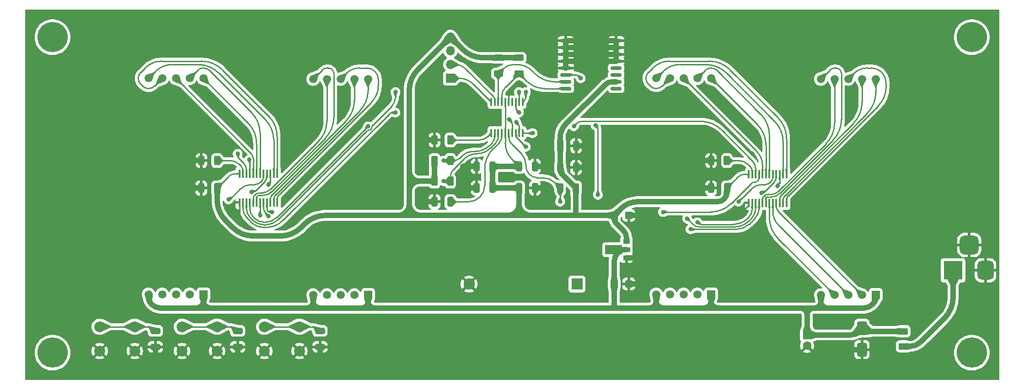
<source format=gtl>
%TF.GenerationSoftware,KiCad,Pcbnew,7.0.9*%
%TF.CreationDate,2024-01-28T12:11:26+01:00*%
%TF.ProjectId,Digital_Clock,44696769-7461-46c5-9f43-6c6f636b2e6b,rev?*%
%TF.SameCoordinates,Original*%
%TF.FileFunction,Copper,L1,Top*%
%TF.FilePolarity,Positive*%
%FSLAX46Y46*%
G04 Gerber Fmt 4.6, Leading zero omitted, Abs format (unit mm)*
G04 Created by KiCad (PCBNEW 7.0.9) date 2024-01-28 12:11:26*
%MOMM*%
%LPD*%
G01*
G04 APERTURE LIST*
G04 Aperture macros list*
%AMRoundRect*
0 Rectangle with rounded corners*
0 $1 Rounding radius*
0 $2 $3 $4 $5 $6 $7 $8 $9 X,Y pos of 4 corners*
0 Add a 4 corners polygon primitive as box body*
4,1,4,$2,$3,$4,$5,$6,$7,$8,$9,$2,$3,0*
0 Add four circle primitives for the rounded corners*
1,1,$1+$1,$2,$3*
1,1,$1+$1,$4,$5*
1,1,$1+$1,$6,$7*
1,1,$1+$1,$8,$9*
0 Add four rect primitives between the rounded corners*
20,1,$1+$1,$2,$3,$4,$5,0*
20,1,$1+$1,$4,$5,$6,$7,0*
20,1,$1+$1,$6,$7,$8,$9,0*
20,1,$1+$1,$8,$9,$2,$3,0*%
%AMFreePoly0*
4,1,9,3.862500,-0.866500,0.737500,-0.866500,0.737500,-0.450000,-0.737500,-0.450000,-0.737500,0.450000,0.737500,0.450000,0.737500,0.866500,3.862500,0.866500,3.862500,-0.866500,3.862500,-0.866500,$1*%
G04 Aperture macros list end*
%TA.AperFunction,SMDPad,CuDef*%
%ADD10R,0.410000X1.600000*%
%TD*%
%TA.AperFunction,ComponentPad*%
%ADD11R,3.500000X3.500000*%
%TD*%
%TA.AperFunction,ComponentPad*%
%ADD12RoundRect,0.750000X0.750000X1.000000X-0.750000X1.000000X-0.750000X-1.000000X0.750000X-1.000000X0*%
%TD*%
%TA.AperFunction,ComponentPad*%
%ADD13RoundRect,0.875000X0.875000X0.875000X-0.875000X0.875000X-0.875000X-0.875000X0.875000X-0.875000X0*%
%TD*%
%TA.AperFunction,ComponentPad*%
%ADD14R,1.600000X1.600000*%
%TD*%
%TA.AperFunction,ComponentPad*%
%ADD15C,1.600000*%
%TD*%
%TA.AperFunction,ComponentPad*%
%ADD16R,1.700000X1.700000*%
%TD*%
%TA.AperFunction,ComponentPad*%
%ADD17O,1.700000X1.700000*%
%TD*%
%TA.AperFunction,SMDPad,CuDef*%
%ADD18RoundRect,0.250000X-0.325000X-0.650000X0.325000X-0.650000X0.325000X0.650000X-0.325000X0.650000X0*%
%TD*%
%TA.AperFunction,ComponentPad*%
%ADD19C,5.600000*%
%TD*%
%TA.AperFunction,SMDPad,CuDef*%
%ADD20RoundRect,0.250000X0.312500X0.625000X-0.312500X0.625000X-0.312500X-0.625000X0.312500X-0.625000X0*%
%TD*%
%TA.AperFunction,SMDPad,CuDef*%
%ADD21RoundRect,0.250000X-0.650000X0.325000X-0.650000X-0.325000X0.650000X-0.325000X0.650000X0.325000X0*%
%TD*%
%TA.AperFunction,ComponentPad*%
%ADD22R,2.100000X2.100000*%
%TD*%
%TA.AperFunction,ComponentPad*%
%ADD23C,2.100000*%
%TD*%
%TA.AperFunction,SMDPad,CuDef*%
%ADD24RoundRect,0.100000X0.100000X-0.637500X0.100000X0.637500X-0.100000X0.637500X-0.100000X-0.637500X0*%
%TD*%
%TA.AperFunction,SMDPad,CuDef*%
%ADD25RoundRect,0.250000X-0.312500X-0.625000X0.312500X-0.625000X0.312500X0.625000X-0.312500X0.625000X0*%
%TD*%
%TA.AperFunction,SMDPad,CuDef*%
%ADD26RoundRect,0.150000X0.875000X0.150000X-0.875000X0.150000X-0.875000X-0.150000X0.875000X-0.150000X0*%
%TD*%
%TA.AperFunction,SMDPad,CuDef*%
%ADD27RoundRect,0.250000X0.650000X-0.325000X0.650000X0.325000X-0.650000X0.325000X-0.650000X-0.325000X0*%
%TD*%
%TA.AperFunction,ComponentPad*%
%ADD28C,2.000000*%
%TD*%
%TA.AperFunction,SMDPad,CuDef*%
%ADD29RoundRect,0.250000X-0.450000X-0.425000X0.450000X-0.425000X0.450000X0.425000X-0.450000X0.425000X0*%
%TD*%
%TA.AperFunction,SMDPad,CuDef*%
%ADD30RoundRect,0.250000X-0.650000X1.000000X-0.650000X-1.000000X0.650000X-1.000000X0.650000X1.000000X0*%
%TD*%
%TA.AperFunction,SMDPad,CuDef*%
%ADD31R,1.300000X0.900000*%
%TD*%
%TA.AperFunction,SMDPad,CuDef*%
%ADD32FreePoly0,180.000000*%
%TD*%
%TA.AperFunction,SMDPad,CuDef*%
%ADD33RoundRect,0.250000X0.325000X0.650000X-0.325000X0.650000X-0.325000X-0.650000X0.325000X-0.650000X0*%
%TD*%
%TA.AperFunction,SMDPad,CuDef*%
%ADD34RoundRect,0.250000X-0.625000X0.312500X-0.625000X-0.312500X0.625000X-0.312500X0.625000X0.312500X0*%
%TD*%
%TA.AperFunction,SMDPad,CuDef*%
%ADD35RoundRect,0.250000X0.625000X-0.375000X0.625000X0.375000X-0.625000X0.375000X-0.625000X-0.375000X0*%
%TD*%
%TA.AperFunction,ComponentPad*%
%ADD36R,1.500000X1.500000*%
%TD*%
%TA.AperFunction,ComponentPad*%
%ADD37C,1.500000*%
%TD*%
%TA.AperFunction,ViaPad*%
%ADD38C,0.800000*%
%TD*%
%TA.AperFunction,ViaPad*%
%ADD39C,1.600000*%
%TD*%
%TA.AperFunction,Conductor*%
%ADD40C,0.250000*%
%TD*%
%TA.AperFunction,Conductor*%
%ADD41C,1.000000*%
%TD*%
G04 APERTURE END LIST*
D10*
%TO.P,U4,1,GND*%
%TO.N,GNDD*%
X194945000Y-91668600D03*
%TO.P,U4,2,SIN*%
%TO.N,TLC59283_SIN*%
X195580000Y-91668600D03*
%TO.P,U4,3,SCLK*%
%TO.N,TLC59283_SCLK*%
X196215000Y-91668600D03*
%TO.P,U4,4,LAT*%
%TO.N,TLC59283-1_LAT*%
X196850000Y-91668600D03*
%TO.P,U4,5,OUT0*%
%TO.N,Net-(U4-OUT0)*%
X197485000Y-91668600D03*
%TO.P,U4,6,OUT1*%
%TO.N,Net-(U4-OUT1)*%
X198120000Y-91668600D03*
%TO.P,U4,7,OUT2*%
%TO.N,Net-(U4-OUT2)*%
X198755000Y-91668600D03*
%TO.P,U4,8,OUT3*%
%TO.N,Net-(U4-OUT3)*%
X199390000Y-91668600D03*
%TO.P,U4,9,OUT4*%
%TO.N,Net-(U4-OUT4)*%
X200025000Y-91668600D03*
%TO.P,U4,10,OUT5*%
%TO.N,Net-(U4-OUT5)*%
X200660000Y-91668600D03*
%TO.P,U4,11,OUT6*%
%TO.N,Net-(U4-OUT6)*%
X201295000Y-91668600D03*
%TO.P,U4,12,OUT7*%
%TO.N,Net-(U4-OUT7)*%
X201930000Y-91668600D03*
%TO.P,U4,13,OUT8*%
%TO.N,Net-(U4-OUT8)*%
X201930000Y-86360000D03*
%TO.P,U4,14,OUT9*%
%TO.N,Net-(U4-OUT9)*%
X201295000Y-86360000D03*
%TO.P,U4,15,OUT10*%
%TO.N,Net-(U4-OUT10)*%
X200660000Y-86360000D03*
%TO.P,U4,16,OUT11*%
%TO.N,Net-(U4-OUT11)*%
X200025000Y-86360000D03*
%TO.P,U4,17,OUT12*%
%TO.N,Net-(U4-OUT12)*%
X199390000Y-86360000D03*
%TO.P,U4,18,OUT13*%
%TO.N,Net-(U4-OUT13)*%
X198755000Y-86360000D03*
%TO.P,U4,19,OUT14*%
%TO.N,Net-(U4-OUT14)*%
X198120000Y-86360000D03*
%TO.P,U4,20,OUT15*%
%TO.N,Net-(U4-OUT15)*%
X197485000Y-86360000D03*
%TO.P,U4,21,BLANK*%
%TO.N,TLC59283-1_BLANK*%
X196850000Y-86360000D03*
%TO.P,U4,22,SOUT*%
%TO.N,Net-(U4-SOUT)*%
X196215000Y-86360000D03*
%TO.P,U4,23,I-REF*%
%TO.N,Net-(U4-I-REF)*%
X195580000Y-86360000D03*
%TO.P,U4,24,VCC*%
%TO.N,+3.3V*%
X194945000Y-86360000D03*
%TD*%
D11*
%TO.P,J1,1*%
%TO.N,Net-(F1-Pad1)*%
X232760000Y-104140000D03*
D12*
%TO.P,J1,2*%
%TO.N,GNDD*%
X238760000Y-104140000D03*
D13*
%TO.P,J1,3*%
X235760000Y-99440000D03*
%TD*%
D14*
%TO.P,C8,1*%
%TO.N,+5V*%
X205740000Y-116110000D03*
D15*
%TO.P,C8,2*%
%TO.N,GNDD*%
X205740000Y-118110000D03*
%TD*%
D16*
%TO.P,J2,1,Pin_1*%
%TO.N,SWCLK*%
X139700000Y-68580000D03*
D17*
%TO.P,J2,2,Pin_2*%
%TO.N,SWDIO*%
X139700000Y-66040000D03*
%TO.P,J2,3,Pin_3*%
%TO.N,GNDD*%
X139700000Y-63500000D03*
%TO.P,J2,4,Pin_4*%
%TO.N,+3.3V*%
X139700000Y-60960000D03*
%TD*%
D18*
%TO.P,C4,1*%
%TO.N,GNDD*%
X144575000Y-88900000D03*
%TO.P,C4,2*%
%TO.N,+3.3V*%
X147525000Y-88900000D03*
%TD*%
D19*
%TO.P,REF\u002A\u002A,1*%
%TO.N,N/C*%
X66040000Y-60960000D03*
%TD*%
D18*
%TO.P,C10,1*%
%TO.N,+3.3V*%
X160020000Y-81087500D03*
%TO.P,C10,2*%
%TO.N,GNDD*%
X162970000Y-81087500D03*
%TD*%
D20*
%TO.P,R5,1*%
%TO.N,Net-(U2-PB9)*%
X139687500Y-80010000D03*
%TO.P,R5,2*%
%TO.N,GNDD*%
X136762500Y-80010000D03*
%TD*%
D21*
%TO.P,C12,1*%
%TO.N,Net-(U2-PA0)*%
X85090000Y-115365000D03*
%TO.P,C12,2*%
%TO.N,GNDD*%
X85090000Y-118315000D03*
%TD*%
D22*
%TO.P,BT1,1,+*%
%TO.N,Net-(BT1-+)*%
X163149087Y-106680000D03*
D23*
%TO.P,BT1,2,-*%
%TO.N,GNDD*%
X143149087Y-106680000D03*
%TD*%
D24*
%TO.P,U2,1,PB9*%
%TO.N,Net-(U2-PB9)*%
X147257500Y-78707500D03*
%TO.P,U2,2,PC14*%
%TO.N,Net-(U2-PC14)*%
X147907500Y-78707500D03*
%TO.P,U2,3,PC15*%
%TO.N,Net-(U2-PC15)*%
X148557500Y-78707500D03*
%TO.P,U2,4,NRST*%
%TO.N,Net-(U2-NRST)*%
X149207500Y-78707500D03*
%TO.P,U2,5,VDDA*%
%TO.N,+3.3V*%
X149857500Y-78707500D03*
%TO.P,U2,6,PA0*%
%TO.N,Net-(U2-PA0)*%
X150507500Y-78707500D03*
%TO.P,U2,7,PA1*%
%TO.N,TLC59283-2_BLANK*%
X151157500Y-78707500D03*
%TO.P,U2,8,PA2*%
%TO.N,TLC59283-1_BLANK*%
X151807500Y-78707500D03*
%TO.P,U2,9,PA3*%
%TO.N,TLC59283-2_LAT*%
X152457500Y-78707500D03*
%TO.P,U2,10,PA4*%
%TO.N,TLC59283-1_LAT*%
X153107500Y-78707500D03*
%TO.P,U2,11,PA5*%
%TO.N,TLC59283_SCLK*%
X153107500Y-72982500D03*
%TO.P,U2,12,PA6*%
%TO.N,TLC59283_SOUT*%
X152457500Y-72982500D03*
%TO.P,U2,13,PA7*%
%TO.N,TLC59283_SIN*%
X151807500Y-72982500D03*
%TO.P,U2,14,PB1*%
%TO.N,unconnected-(U2-PB1-Pad14)*%
X151157500Y-72982500D03*
%TO.P,U2,15,VSS*%
%TO.N,GNDD*%
X150507500Y-72982500D03*
%TO.P,U2,16,VDD*%
%TO.N,+3.3V*%
X149857500Y-72982500D03*
%TO.P,U2,17,PA9*%
%TO.N,DS3231_SCL*%
X149207500Y-72982500D03*
%TO.P,U2,18,PA10*%
%TO.N,DS3231_SDA*%
X148557500Y-72982500D03*
%TO.P,U2,19,PA13*%
%TO.N,SWDIO*%
X147907500Y-72982500D03*
%TO.P,U2,20,PA14*%
%TO.N,SWCLK*%
X147257500Y-72982500D03*
%TD*%
D25*
%TO.P,R2,1*%
%TO.N,+3.3V*%
X136762500Y-87630000D03*
%TO.P,R2,2*%
%TO.N,Net-(U2-PC15)*%
X139687500Y-87630000D03*
%TD*%
D19*
%TO.P,REF\u002A\u002A,1*%
%TO.N,N/C*%
X236220000Y-60960000D03*
%TD*%
D26*
%TO.P,U1,1,32KHZ*%
%TO.N,unconnected-(U1-32KHZ-Pad1)*%
X170385000Y-70485000D03*
%TO.P,U1,2,VCC*%
%TO.N,+3.3V*%
X170385000Y-69215000D03*
%TO.P,U1,3,~{INT}/SQW*%
%TO.N,unconnected-(U1-~{INT}{slash}SQW-Pad3)*%
X170385000Y-67945000D03*
%TO.P,U1,4,~{RST}*%
%TO.N,unconnected-(U1-~{RST}-Pad4)*%
X170385000Y-66675000D03*
%TO.P,U1,5,GND*%
%TO.N,GNDD*%
X170385000Y-65405000D03*
%TO.P,U1,6,GND*%
X170385000Y-64135000D03*
%TO.P,U1,7,GND*%
X170385000Y-62865000D03*
%TO.P,U1,8,GND*%
X170385000Y-61595000D03*
%TO.P,U1,9,GND*%
X161085000Y-61595000D03*
%TO.P,U1,10,GND*%
X161085000Y-62865000D03*
%TO.P,U1,11,GND*%
X161085000Y-64135000D03*
%TO.P,U1,12,GND*%
X161085000Y-65405000D03*
%TO.P,U1,13,GND*%
X161085000Y-66675000D03*
%TO.P,U1,14,VBAT*%
%TO.N,Net-(BT1-+)*%
X161085000Y-67945000D03*
%TO.P,U1,15,SDA*%
%TO.N,DS3231_SDA*%
X161085000Y-69215000D03*
%TO.P,U1,16,SCL*%
%TO.N,DS3231_SCL*%
X161085000Y-70485000D03*
%TD*%
D25*
%TO.P,R1,1*%
%TO.N,+3.3V*%
X136762500Y-83820000D03*
%TO.P,R1,2*%
%TO.N,Net-(U2-PC14)*%
X139687500Y-83820000D03*
%TD*%
D20*
%TO.P,R7,1*%
%TO.N,Net-(U4-I-REF)*%
X190885000Y-83820000D03*
%TO.P,R7,2*%
%TO.N,GNDD*%
X187960000Y-83820000D03*
%TD*%
%TO.P,R6,1*%
%TO.N,+3.3V*%
X162945000Y-88900000D03*
%TO.P,R6,2*%
%TO.N,Net-(U2-PA0)*%
X160020000Y-88900000D03*
%TD*%
D27*
%TO.P,C3,1*%
%TO.N,GNDD*%
X115570000Y-118315000D03*
%TO.P,C3,2*%
%TO.N,Net-(U2-PC15)*%
X115570000Y-115365000D03*
%TD*%
D28*
%TO.P,SW3,1,1*%
%TO.N,Net-(U2-PA0)*%
X74780000Y-114590000D03*
X81280000Y-114590000D03*
%TO.P,SW3,2,2*%
%TO.N,GNDD*%
X74780000Y-119090000D03*
X81280000Y-119090000D03*
%TD*%
D29*
%TO.P,C13,1*%
%TO.N,+3.3V*%
X170020000Y-93980000D03*
%TO.P,C13,2*%
%TO.N,GNDD*%
X172720000Y-93980000D03*
%TD*%
D30*
%TO.P,D1,1,A1*%
%TO.N,+5V*%
X215900000Y-114840000D03*
%TO.P,D1,2,A2*%
%TO.N,GNDD*%
X215900000Y-118840000D03*
%TD*%
D31*
%TO.P,U3,1,GND*%
%TO.N,GNDD*%
X172290000Y-101830000D03*
D32*
%TO.P,U3,2,VIN*%
%TO.N,+5V*%
X172202500Y-100330000D03*
D31*
%TO.P,U3,3,VOUT*%
%TO.N,+3.3V*%
X172290000Y-98830000D03*
%TD*%
D19*
%TO.P,REF\u002A\u002A,1*%
%TO.N,N/C*%
X236220000Y-119380000D03*
%TD*%
D33*
%TO.P,C2,1*%
%TO.N,GNDD*%
X155350000Y-88900000D03*
%TO.P,C2,2*%
%TO.N,+3.3V*%
X152400000Y-88900000D03*
%TD*%
D18*
%TO.P,C14,1*%
%TO.N,GNDD*%
X187960000Y-88900000D03*
%TO.P,C14,2*%
%TO.N,+3.3V*%
X190910000Y-88900000D03*
%TD*%
D29*
%TO.P,C11,1*%
%TO.N,+5V*%
X170020000Y-106680000D03*
%TO.P,C11,2*%
%TO.N,GNDD*%
X172720000Y-106680000D03*
%TD*%
D28*
%TO.P,SW1,1,1*%
%TO.N,GNDD*%
X96520000Y-119090000D03*
X90020000Y-119090000D03*
%TO.P,SW1,2,2*%
%TO.N,Net-(U2-PC14)*%
X96520000Y-114590000D03*
X90020000Y-114590000D03*
%TD*%
D34*
%TO.P,R3,1*%
%TO.N,+3.3V*%
X152400000Y-64770000D03*
%TO.P,R3,2*%
%TO.N,DS3231_SCL*%
X152400000Y-67695000D03*
%TD*%
D20*
%TO.P,R8,1*%
%TO.N,Net-(U5-I-REF)*%
X96520000Y-83820000D03*
%TO.P,R8,2*%
%TO.N,GNDD*%
X93595000Y-83820000D03*
%TD*%
D19*
%TO.P,REF\u002A\u002A,1*%
%TO.N,N/C*%
X66040000Y-119380000D03*
%TD*%
D28*
%TO.P,SW2,1,1*%
%TO.N,GNDD*%
X111760000Y-119090000D03*
X105260000Y-119090000D03*
%TO.P,SW2,2,2*%
%TO.N,Net-(U2-PC15)*%
X111760000Y-114590000D03*
X105260000Y-114590000D03*
%TD*%
D18*
%TO.P,C15,1*%
%TO.N,GNDD*%
X93570000Y-88900000D03*
%TO.P,C15,2*%
%TO.N,+3.3V*%
X96520000Y-88900000D03*
%TD*%
%TO.P,C6,1*%
%TO.N,GNDD*%
X144575000Y-84885000D03*
%TO.P,C6,2*%
%TO.N,+3.3V*%
X147525000Y-84885000D03*
%TD*%
D34*
%TO.P,R4,1*%
%TO.N,+3.3V*%
X148590000Y-64770000D03*
%TO.P,R4,2*%
%TO.N,DS3231_SDA*%
X148590000Y-67695000D03*
%TD*%
D33*
%TO.P,C7,1*%
%TO.N,GNDD*%
X155350000Y-84885000D03*
%TO.P,C7,2*%
%TO.N,+3.3V*%
X152400000Y-84885000D03*
%TD*%
D18*
%TO.P,C5,1*%
%TO.N,GNDD*%
X136750000Y-91440000D03*
%TO.P,C5,2*%
%TO.N,Net-(U2-NRST)*%
X139700000Y-91440000D03*
%TD*%
D10*
%TO.P,U5,1,GND*%
%TO.N,GNDD*%
X100647500Y-91554300D03*
%TO.P,U5,2,SIN*%
%TO.N,Net-(U4-SOUT)*%
X101282500Y-91554300D03*
%TO.P,U5,3,SCLK*%
%TO.N,TLC59283_SCLK*%
X101917500Y-91554300D03*
%TO.P,U5,4,LAT*%
%TO.N,TLC59283-2_LAT*%
X102552500Y-91554300D03*
%TO.P,U5,5,OUT0*%
%TO.N,Net-(U5-OUT0)*%
X103187500Y-91554300D03*
%TO.P,U5,6,OUT1*%
%TO.N,Net-(U5-OUT1)*%
X103822500Y-91554300D03*
%TO.P,U5,7,OUT2*%
%TO.N,Net-(U5-OUT2)*%
X104457500Y-91554300D03*
%TO.P,U5,8,OUT3*%
%TO.N,Net-(U5-OUT3)*%
X105092500Y-91554300D03*
%TO.P,U5,9,OUT4*%
%TO.N,Net-(U5-OUT4)*%
X105727500Y-91554300D03*
%TO.P,U5,10,OUT5*%
%TO.N,Net-(U5-OUT5)*%
X106362500Y-91554300D03*
%TO.P,U5,11,OUT6*%
%TO.N,Net-(U5-OUT6)*%
X106997500Y-91554300D03*
%TO.P,U5,12,OUT7*%
%TO.N,Net-(U5-OUT7)*%
X107632500Y-91554300D03*
%TO.P,U5,13,OUT8*%
%TO.N,Net-(U5-OUT8)*%
X107632500Y-86245700D03*
%TO.P,U5,14,OUT9*%
%TO.N,Net-(U5-OUT9)*%
X106997500Y-86245700D03*
%TO.P,U5,15,OUT10*%
%TO.N,Net-(U5-OUT10)*%
X106362500Y-86245700D03*
%TO.P,U5,16,OUT11*%
%TO.N,Net-(U5-OUT11)*%
X105727500Y-86245700D03*
%TO.P,U5,17,OUT12*%
%TO.N,Net-(U5-OUT12)*%
X105092500Y-86245700D03*
%TO.P,U5,18,OUT13*%
%TO.N,Net-(U5-OUT13)*%
X104457500Y-86245700D03*
%TO.P,U5,19,OUT14*%
%TO.N,Net-(U5-OUT14)*%
X103822500Y-86245700D03*
%TO.P,U5,20,OUT15*%
%TO.N,Net-(U5-OUT15)*%
X103187500Y-86245700D03*
%TO.P,U5,21,BLANK*%
%TO.N,TLC59283-2_BLANK*%
X102552500Y-86245700D03*
%TO.P,U5,22,SOUT*%
%TO.N,TLC59283_SOUT*%
X101917500Y-86245700D03*
%TO.P,U5,23,I-REF*%
%TO.N,Net-(U5-I-REF)*%
X101282500Y-86245700D03*
%TO.P,U5,24,VCC*%
%TO.N,+3.3V*%
X100647500Y-86245700D03*
%TD*%
D35*
%TO.P,F1,1*%
%TO.N,Net-(F1-Pad1)*%
X223520000Y-118240000D03*
%TO.P,F1,2*%
%TO.N,+5V*%
X223520000Y-115440000D03*
%TD*%
D18*
%TO.P,C9,1*%
%TO.N,+3.3V*%
X160020000Y-85090000D03*
%TO.P,C9,2*%
%TO.N,GNDD*%
X162970000Y-85090000D03*
%TD*%
D27*
%TO.P,C1,1*%
%TO.N,GNDD*%
X100330000Y-118315000D03*
%TO.P,C1,2*%
%TO.N,Net-(U2-PC14)*%
X100330000Y-115365000D03*
%TD*%
D36*
%TO.P,U6,1,CA*%
%TO.N,+5V*%
X218440000Y-108717500D03*
D37*
%TO.P,U6,2,E*%
%TO.N,Net-(U4-OUT4)*%
X215900000Y-108717500D03*
%TO.P,U6,3,D*%
%TO.N,Net-(U4-OUT3)*%
X213360000Y-108717500D03*
%TO.P,U6,4,C*%
%TO.N,Net-(U4-OUT2)*%
X210820000Y-108717500D03*
%TO.P,U6,5,CA*%
%TO.N,+5V*%
X208280000Y-108717500D03*
%TO.P,U6,6,B*%
%TO.N,Net-(U4-OUT1)*%
X208280000Y-68717500D03*
%TO.P,U6,7,A*%
%TO.N,Net-(U4-OUT0)*%
X210820000Y-68717500D03*
%TO.P,U6,8,DP*%
%TO.N,Net-(U4-OUT7)*%
X213360000Y-68717500D03*
%TO.P,U6,9,F*%
%TO.N,Net-(U4-OUT5)*%
X215900000Y-68717500D03*
%TO.P,U6,10,G*%
%TO.N,Net-(U4-OUT6)*%
X218440000Y-68717500D03*
%TD*%
D36*
%TO.P,U7,1,CA*%
%TO.N,+5V*%
X187960000Y-108580000D03*
D37*
%TO.P,U7,2,E*%
%TO.N,Net-(U4-OUT12)*%
X185420000Y-108580000D03*
%TO.P,U7,3,D*%
%TO.N,Net-(U4-OUT11)*%
X182880000Y-108580000D03*
%TO.P,U7,4,C*%
%TO.N,Net-(U4-OUT10)*%
X180340000Y-108580000D03*
%TO.P,U7,5,CA*%
%TO.N,+5V*%
X177800000Y-108580000D03*
%TO.P,U7,6,B*%
%TO.N,Net-(U4-OUT9)*%
X177800000Y-68580000D03*
%TO.P,U7,7,A*%
%TO.N,Net-(U4-OUT8)*%
X180340000Y-68580000D03*
%TO.P,U7,8,DP*%
%TO.N,Net-(U4-OUT15)*%
X182880000Y-68580000D03*
%TO.P,U7,9,F*%
%TO.N,Net-(U4-OUT13)*%
X185420000Y-68580000D03*
%TO.P,U7,10,G*%
%TO.N,Net-(U4-OUT14)*%
X187960000Y-68580000D03*
%TD*%
D36*
%TO.P,U9,1,CA*%
%TO.N,+5V*%
X93980000Y-108580000D03*
D37*
%TO.P,U9,2,E*%
%TO.N,Net-(U5-OUT12)*%
X91440000Y-108580000D03*
%TO.P,U9,3,D*%
%TO.N,Net-(U5-OUT11)*%
X88900000Y-108580000D03*
%TO.P,U9,4,C*%
%TO.N,Net-(U5-OUT10)*%
X86360000Y-108580000D03*
%TO.P,U9,5,CA*%
%TO.N,+5V*%
X83820000Y-108580000D03*
%TO.P,U9,6,B*%
%TO.N,Net-(U5-OUT9)*%
X83820000Y-68580000D03*
%TO.P,U9,7,A*%
%TO.N,Net-(U5-OUT8)*%
X86360000Y-68580000D03*
%TO.P,U9,8,DP*%
%TO.N,Net-(U5-OUT15)*%
X88900000Y-68580000D03*
%TO.P,U9,9,F*%
%TO.N,Net-(U5-OUT13)*%
X91440000Y-68580000D03*
%TO.P,U9,10,G*%
%TO.N,Net-(U5-OUT14)*%
X93980000Y-68580000D03*
%TD*%
D36*
%TO.P,U8,1,CA*%
%TO.N,+5V*%
X124460000Y-108717500D03*
D37*
%TO.P,U8,2,E*%
%TO.N,Net-(U5-OUT4)*%
X121920000Y-108717500D03*
%TO.P,U8,3,D*%
%TO.N,Net-(U5-OUT3)*%
X119380000Y-108717500D03*
%TO.P,U8,4,C*%
%TO.N,Net-(U5-OUT2)*%
X116840000Y-108717500D03*
%TO.P,U8,5,CA*%
%TO.N,+5V*%
X114300000Y-108717500D03*
%TO.P,U8,6,B*%
%TO.N,Net-(U5-OUT1)*%
X114300000Y-68717500D03*
%TO.P,U8,7,A*%
%TO.N,Net-(U5-OUT0)*%
X116840000Y-68717500D03*
%TO.P,U8,8,DP*%
%TO.N,Net-(U5-OUT7)*%
X119380000Y-68717500D03*
%TO.P,U8,9,F*%
%TO.N,Net-(U5-OUT5)*%
X121920000Y-68717500D03*
%TO.P,U8,10,G*%
%TO.N,Net-(U5-OUT6)*%
X124460000Y-68717500D03*
%TD*%
D38*
%TO.N,GNDD*%
X195580000Y-82550000D03*
%TO.N,Net-(U4-SOUT)*%
X162560000Y-77470000D03*
X129540000Y-74930000D03*
%TO.N,Net-(BT1-+)*%
X166565497Y-77274503D03*
X167005000Y-90170000D03*
X163830000Y-68580000D03*
%TO.N,GNDD*%
X172847000Y-70485000D03*
X73343000Y-123190000D03*
X128905000Y-78105000D03*
X240030000Y-81915000D03*
X143510000Y-95885000D03*
X184468000Y-57150000D03*
X88265000Y-96774000D03*
X217805000Y-123190000D03*
X93345000Y-98425000D03*
X184468000Y-123190000D03*
X117793000Y-123190000D03*
X62230000Y-57150000D03*
X206693000Y-123190000D03*
X145338800Y-67056000D03*
X128905000Y-57150000D03*
X72390000Y-97790000D03*
X109093000Y-84455000D03*
X228918000Y-123190000D03*
X193548000Y-93472000D03*
D39*
X165100000Y-81280000D03*
D38*
X174498000Y-67310000D03*
X197256400Y-70510400D03*
X72390000Y-81280000D03*
X115062000Y-96266000D03*
X162243000Y-57150000D03*
X240030000Y-123190000D03*
X130175000Y-92075000D03*
X140018000Y-57150000D03*
D39*
X165735000Y-62865000D03*
D38*
X145415000Y-78105000D03*
X101600000Y-78740000D03*
X196215000Y-79375000D03*
X195580000Y-123190000D03*
X121285000Y-92075000D03*
X187325000Y-99060000D03*
X73343000Y-57150000D03*
X62230000Y-90170000D03*
X187960000Y-71120000D03*
X98425000Y-81280000D03*
X240030000Y-114935000D03*
X100330000Y-99695000D03*
X126365000Y-95885000D03*
X147955000Y-109220000D03*
X227330000Y-68580000D03*
X120015000Y-70485000D03*
X160020000Y-73660000D03*
X98425000Y-85090000D03*
X213512400Y-75641200D03*
X154940000Y-95885000D03*
X125857000Y-106172000D03*
X133985000Y-69951600D03*
D39*
X165735000Y-64135000D03*
D38*
X110363000Y-94996000D03*
X136525000Y-102870000D03*
D39*
X142240000Y-88900000D03*
D38*
X195580000Y-57150000D03*
X87630000Y-70485000D03*
X106680000Y-123190000D03*
X168021000Y-68453000D03*
X130175000Y-109220000D03*
X73660000Y-67945000D03*
X226060000Y-113665000D03*
X154305000Y-91440000D03*
X120650000Y-85090000D03*
X80645000Y-87630000D03*
X135890000Y-95885000D03*
X169545000Y-97790000D03*
D39*
X186055000Y-83820000D03*
D38*
X208915000Y-78105000D03*
X128905000Y-123190000D03*
X134620000Y-85725000D03*
X210185000Y-100203000D03*
X197358000Y-95250000D03*
X92710000Y-106045000D03*
X203403200Y-84226400D03*
X62230000Y-114935000D03*
X182499000Y-97663000D03*
X84455000Y-106680000D03*
D39*
X174625000Y-106680000D03*
X174625000Y-93980000D03*
D38*
X62230000Y-123190000D03*
X192405000Y-82550000D03*
X156845000Y-80772000D03*
X161417000Y-90424000D03*
X114935000Y-78105000D03*
X240030000Y-65405000D03*
X213995000Y-71120000D03*
X219710000Y-91440000D03*
X109220000Y-90805000D03*
X193040000Y-85090000D03*
X118110000Y-81915000D03*
D39*
X165735000Y-61595000D03*
D38*
X165100000Y-92075000D03*
X206693000Y-57150000D03*
D39*
X134620000Y-91440000D03*
X213360000Y-118745000D03*
D38*
X190500000Y-109220000D03*
X62230000Y-81915000D03*
X203835000Y-92075000D03*
X168910000Y-84455000D03*
X126111000Y-74295000D03*
X93980000Y-71120000D03*
X202565000Y-102870000D03*
D39*
X165100000Y-85090000D03*
D38*
X205740000Y-109220000D03*
X112395000Y-109220000D03*
X186436000Y-94488000D03*
X147955000Y-113030000D03*
D39*
X157480000Y-88900000D03*
D38*
X158750000Y-77470000D03*
X139700000Y-73660000D03*
X150495000Y-71120000D03*
X149225000Y-86868000D03*
X222250000Y-102870000D03*
X217805000Y-57150000D03*
X62230000Y-65405000D03*
X62230000Y-98425000D03*
X109220000Y-104140000D03*
X168910000Y-92075000D03*
X130175000Y-84455000D03*
X126365000Y-113030000D03*
D39*
X165735000Y-65405000D03*
D38*
X240030000Y-90170000D03*
D39*
X134620000Y-80010000D03*
X100330000Y-120015000D03*
D38*
X167640000Y-109220000D03*
D39*
X92075000Y-88900000D03*
D38*
X198120000Y-109220000D03*
X163195000Y-113030000D03*
X151130000Y-57150000D03*
X115443000Y-74676000D03*
X240030000Y-106680000D03*
X130454400Y-73558400D03*
X158496000Y-67691000D03*
X95568000Y-123190000D03*
X173990000Y-89535000D03*
X240030000Y-57150000D03*
X226695000Y-81915000D03*
X165100000Y-95885000D03*
X145288000Y-80975200D03*
X140018000Y-123190000D03*
X228918000Y-57150000D03*
D39*
X186055000Y-88900000D03*
D38*
X117475000Y-101600000D03*
D39*
X85090000Y-120015000D03*
D38*
X100076000Y-94234000D03*
X173355000Y-123190000D03*
D39*
X142240000Y-85090000D03*
D38*
X84445000Y-123190000D03*
X104140000Y-109220000D03*
X106680000Y-57150000D03*
X208280000Y-113665000D03*
X62230000Y-106680000D03*
D39*
X174625000Y-102235000D03*
D38*
X137795000Y-65405000D03*
X203835000Y-113030000D03*
D39*
X115570000Y-120015000D03*
D38*
X240030000Y-98425000D03*
X119761000Y-74676000D03*
X208915000Y-71120000D03*
X173355000Y-57150000D03*
X62230000Y-73660000D03*
X117793000Y-57150000D03*
X183134000Y-74295000D03*
X187325000Y-106045000D03*
X95568000Y-57150000D03*
X95885000Y-109220000D03*
X212725000Y-81915000D03*
X162243000Y-123190000D03*
X240030000Y-73660000D03*
X173355000Y-83185000D03*
X151130000Y-123190000D03*
X102870000Y-70485000D03*
D39*
X157480000Y-85090000D03*
X92075000Y-83820000D03*
D38*
X114935000Y-71120000D03*
X84455000Y-57150000D03*
X186055000Y-113030000D03*
%TO.N,Net-(U2-PC14)*%
X138430000Y-83820000D03*
%TO.N,Net-(U2-PC15)*%
X138430000Y-87630000D03*
%TO.N,Net-(U2-PA0)*%
X160020000Y-91440000D03*
%TO.N,TLC59283-2_BLANK*%
X102463000Y-83661288D03*
X150582000Y-76200000D03*
%TO.N,TLC59283-1_BLANK*%
X153670000Y-81280000D03*
X179070000Y-93345000D03*
%TO.N,TLC59283-2_LAT*%
X151892000Y-76708000D03*
X124460000Y-77470000D03*
%TO.N,TLC59283-1_LAT*%
X184150000Y-96520000D03*
X154940000Y-78740000D03*
%TO.N,TLC59283_SCLK*%
X153670000Y-71120000D03*
X183515000Y-94525500D03*
X129540000Y-71120000D03*
%TO.N,TLC59283_SOUT*%
X152400000Y-71120000D03*
X100330000Y-82550000D03*
%TO.N,TLC59283_SIN*%
X185420000Y-95250000D03*
X152400000Y-74930000D03*
%TO.N,Net-(U4-OUT10)*%
X200279000Y-88519000D03*
%TO.N,Net-(U4-OUT11)*%
X197285638Y-89821967D03*
%TO.N,Net-(U4-OUT12)*%
X193040000Y-91440000D03*
%TO.N,Net-(U5-OUT2)*%
X104457500Y-93980000D03*
%TO.N,Net-(U5-OUT3)*%
X106021199Y-94096656D03*
%TO.N,Net-(U5-OUT4)*%
X106680000Y-93345000D03*
%TO.N,Net-(U5-OUT10)*%
X106045000Y-88265000D03*
%TO.N,Net-(U5-OUT11)*%
X102870000Y-89624500D03*
%TO.N,Net-(U5-OUT12)*%
X98620497Y-91000497D03*
%TD*%
D40*
%TO.N,Net-(U4-SOUT)*%
X105581349Y-96194447D02*
X105184875Y-96194442D01*
X129100849Y-74930033D02*
G75*
G03*
X128351171Y-75240526I-49J-1060167D01*
G01*
X101282520Y-92615269D02*
G75*
G03*
X102032718Y-94426457I2561380J-31D01*
G01*
X196215011Y-85407500D02*
G75*
G03*
X195541480Y-83781480I-2299511J0D01*
G01*
X189903285Y-78143305D02*
G75*
G03*
X186055539Y-76549503I-3847785J-3847795D01*
G01*
X105598979Y-96194421D02*
G75*
G03*
X108668820Y-94922877I21J4341421D01*
G01*
X164131386Y-76549496D02*
G75*
G03*
X163020248Y-77009751I14J-1571404D01*
G01*
X102821918Y-95215655D02*
G75*
G03*
X105184875Y-96194442I2362982J2362955D01*
G01*
%TO.N,Net-(U5-OUT0)*%
X116840000Y-68614375D02*
X116840000Y-68683125D01*
X116840000Y-68717500D02*
X116840000Y-68855000D01*
%TO.N,TLC59283_SIN*%
X151807484Y-73918539D02*
G75*
G03*
X152103750Y-74633750I1011516J39D01*
G01*
%TO.N,TLC59283_SOUT*%
X152457500Y-72247500D02*
X152457500Y-72982500D01*
%TO.N,TLC59283_SCLK*%
X105401673Y-95700000D02*
X105385019Y-95700000D01*
%TO.N,TLC59283-2_LAT*%
X152457512Y-77673368D02*
G75*
G03*
X152174749Y-76990751I-965412J-32D01*
G01*
%TO.N,DS3231_SDA*%
X148622500Y-67662500D02*
X148590000Y-67695000D01*
D41*
%TO.N,+5V*%
X172028431Y-111125000D02*
X170871568Y-111125000D01*
X197726288Y-111125000D02*
X193040000Y-111125000D01*
X175260000Y-111125000D02*
X172720000Y-111125000D01*
X191429034Y-111125000D02*
X189964678Y-111125000D01*
D40*
%TO.N,Net-(U2-PC15)*%
X139687500Y-87630000D02*
X139675000Y-87630000D01*
D41*
%TO.N,+3.3V*%
X169742500Y-93980012D02*
G75*
G03*
X170216222Y-93783777I0J669912D01*
G01*
X170020000Y-94257500D02*
G75*
G03*
X169742500Y-93980000I-277500J0D01*
G01*
X170216232Y-93783787D02*
G75*
G03*
X170020000Y-94257500I473668J-473713D01*
G01*
X146050000Y-93980000D02*
X141363712Y-93980000D01*
X132080000Y-80010000D02*
X132080000Y-83820000D01*
X160020000Y-84205000D02*
X160020000Y-85090000D01*
X161420683Y-93980000D02*
X158225604Y-93980000D01*
X155333712Y-93980000D02*
X154940000Y-93980000D01*
X149396572Y-93980000D02*
X147389715Y-93980000D01*
D40*
%TO.N,GNDD*%
X194801322Y-92218691D02*
G75*
G03*
X194945000Y-91871800I-346922J346891D01*
G01*
%TO.N,Net-(U4-SOUT)*%
X196215000Y-85407500D02*
X196215000Y-86360000D01*
X195541480Y-83781480D02*
X189903295Y-78143295D01*
X162560000Y-77470000D02*
X163020248Y-77009751D01*
X186055539Y-76549503D02*
X164131386Y-76549503D01*
%TO.N,TLC59283-2_LAT*%
X152174750Y-76990750D02*
X151892000Y-76708000D01*
X152457500Y-77673368D02*
X152457500Y-78707500D01*
X152457500Y-78543500D02*
X152400000Y-78486000D01*
%TO.N,Net-(U4-SOUT)*%
X129100849Y-74930000D02*
X129540000Y-74930000D01*
X128351171Y-75240526D02*
X108668820Y-94922877D01*
X105598979Y-96194447D02*
X105581349Y-96194447D01*
X102032718Y-94426457D02*
X102821917Y-95215656D01*
X101282500Y-92615269D02*
X101282500Y-91554300D01*
%TO.N,TLC59283_SIN*%
X152400000Y-74930000D02*
X152103750Y-74633750D01*
X151807500Y-73918539D02*
X151807500Y-72982500D01*
%TO.N,Net-(BT1-+)*%
X162745987Y-67945000D02*
X161085000Y-67945000D01*
X163512500Y-68262500D02*
X163830000Y-68580000D01*
X167005000Y-78024781D02*
X167005000Y-90170000D01*
X166565497Y-77274503D02*
X166785248Y-77494254D01*
X163512504Y-68262496D02*
G75*
G03*
X162745987Y-67945000I-766504J-766504D01*
G01*
X167005006Y-78024781D02*
G75*
G03*
X166785247Y-77494255I-750306J-19D01*
G01*
D41*
%TO.N,GNDD*%
X165735000Y-65405000D02*
X161085000Y-65405000D01*
X134620000Y-91440000D02*
X136750000Y-91440000D01*
X161085000Y-61595000D02*
X161085000Y-62865000D01*
X186055000Y-83820000D02*
X187960000Y-83820000D01*
X161085000Y-62865000D02*
X165735000Y-62865000D01*
X142589956Y-84885000D02*
X144575000Y-84885000D01*
X165735000Y-61595000D02*
X170385000Y-61595000D01*
X213522175Y-118840000D02*
X215900000Y-118840000D01*
X164771381Y-81087500D02*
X162970000Y-81087500D01*
X161085000Y-61595000D02*
X165735000Y-61595000D01*
X170385000Y-65405000D02*
X165735000Y-65405000D01*
D40*
X150501250Y-71126250D02*
X150495000Y-71120000D01*
D41*
X165100000Y-81280000D02*
X165003750Y-81183750D01*
D40*
X150507500Y-71141338D02*
X150507500Y-72982500D01*
D41*
X142240000Y-88900000D02*
X144575000Y-88900000D01*
D40*
X100488750Y-93821250D02*
X100076000Y-94234000D01*
D41*
X165100000Y-85090000D02*
X162970000Y-85090000D01*
D40*
X100647500Y-93437993D02*
X100647500Y-91554300D01*
D41*
X174625000Y-102235000D02*
X174422500Y-102032500D01*
D40*
X194945000Y-91871800D02*
X194945000Y-91668600D01*
D41*
X92075000Y-88900000D02*
X93570000Y-88900000D01*
X174625000Y-106680000D02*
X172720000Y-106680000D01*
X165735000Y-62865000D02*
X170385000Y-62865000D01*
X173933621Y-101830000D02*
X172290000Y-101830000D01*
X165735000Y-64135000D02*
X161085000Y-64135000D01*
X213407500Y-118792500D02*
X213360000Y-118745000D01*
X161085000Y-62865000D02*
X161085000Y-66675000D01*
X174625000Y-93980000D02*
X172720000Y-93980000D01*
X115570000Y-120015000D02*
X115570000Y-118315000D01*
X157130043Y-84885000D02*
X155350000Y-84885000D01*
X157480000Y-88900000D02*
X155350000Y-88900000D01*
X92075000Y-83820000D02*
X93595000Y-83820000D01*
X142240000Y-85090000D02*
X142342500Y-84987500D01*
X170385000Y-65405000D02*
X170385000Y-61595000D01*
D40*
X193548000Y-93472000D02*
X194801315Y-92218684D01*
D41*
X186055000Y-88900000D02*
X187960000Y-88900000D01*
X134620000Y-80010000D02*
X136762500Y-80010000D01*
X165735000Y-64135000D02*
X170385000Y-64135000D01*
X100330000Y-120015000D02*
X100330000Y-118315000D01*
X85090000Y-120015000D02*
X85090000Y-118315000D01*
X157480000Y-85090000D02*
X157377500Y-84987500D01*
D40*
X100488752Y-93821252D02*
G75*
G03*
X100647500Y-93437993I-383252J383252D01*
G01*
D41*
X142589956Y-84884953D02*
G75*
G03*
X142342500Y-84987500I44J-349947D01*
G01*
D40*
X150507483Y-71141338D02*
G75*
G03*
X150501249Y-71126251I-21283J38D01*
G01*
D41*
X174422494Y-102032506D02*
G75*
G03*
X173933621Y-101830000I-488894J-488894D01*
G01*
X213407507Y-118792493D02*
G75*
G03*
X213522175Y-118840000I114693J114693D01*
G01*
X165003755Y-81183745D02*
G75*
G03*
X164771381Y-81087500I-232355J-232355D01*
G01*
X157377487Y-84987513D02*
G75*
G03*
X157130043Y-84885000I-247487J-247487D01*
G01*
D40*
%TO.N,Net-(U2-PC14)*%
X140328750Y-83820000D02*
X139854448Y-83820000D01*
X147907500Y-79381802D02*
X147907500Y-78707500D01*
X139854448Y-83820000D02*
X139520552Y-83820000D01*
X96520000Y-114590000D02*
X99006992Y-114590000D01*
X99942500Y-114977500D02*
X100330000Y-115365000D01*
X96520000Y-114590000D02*
X90020000Y-114590000D01*
X146885552Y-81078052D02*
X147430696Y-80532907D01*
X141423432Y-83366567D02*
X141829999Y-82959999D01*
X139687500Y-83653052D02*
X139687500Y-83486104D01*
X144418351Y-82100000D02*
X143906223Y-82100000D01*
X138430000Y-83820000D02*
X139520552Y-83820000D01*
X99942502Y-114977498D02*
G75*
G03*
X99006992Y-114590000I-935502J-935502D01*
G01*
X139520552Y-83820000D02*
G75*
G03*
X139687500Y-83653052I48J166900D01*
G01*
X139687500Y-83653052D02*
G75*
G03*
X139854448Y-83820000I166900J-48D01*
G01*
X147430694Y-80532905D02*
G75*
G03*
X147907500Y-79381802I-1151094J1151105D01*
G01*
X140328750Y-83820038D02*
G75*
G03*
X141423431Y-83366566I-50J1548138D01*
G01*
X144418351Y-82100021D02*
G75*
G03*
X146885552Y-81078052I-51J3489221D01*
G01*
X143906223Y-82100009D02*
G75*
G03*
X141829999Y-82959999I-23J-2936191D01*
G01*
D41*
%TO.N,+3.3V*%
X139700000Y-60960000D02*
X133673792Y-66986207D01*
D40*
X151128750Y-83613750D02*
X152400000Y-84885000D01*
D41*
X130080001Y-93980000D02*
X116553963Y-93980000D01*
X147525000Y-84885000D02*
X147525000Y-88900000D01*
X163371776Y-93980000D02*
X169742500Y-93980000D01*
X190910000Y-89647500D02*
X190910000Y-89656073D01*
D40*
X149857500Y-78707500D02*
X149857500Y-72982500D01*
D41*
X132080000Y-89535000D02*
X132080000Y-91980001D01*
X132080000Y-80010000D02*
X132080000Y-70833963D01*
X132080000Y-83820000D02*
X132080000Y-85725000D01*
D40*
X191438562Y-88371437D02*
X192921437Y-86888562D01*
D41*
X160020000Y-81087500D02*
X160020000Y-84205000D01*
X169647500Y-69215000D02*
X170385000Y-69215000D01*
X147525000Y-84885000D02*
X152400000Y-84885000D01*
X99371207Y-96196207D02*
X98091544Y-94916544D01*
D40*
X96520000Y-88900000D02*
X98653445Y-86766554D01*
D41*
X174356051Y-91440000D02*
X189126073Y-91440000D01*
D40*
X194197500Y-86360000D02*
X194945000Y-86360000D01*
D41*
X136762500Y-87630000D02*
X136762500Y-83820000D01*
X154940000Y-93980000D02*
X154743144Y-93980000D01*
X148590000Y-64770000D02*
X145763963Y-64770000D01*
X163018223Y-93980000D02*
X161420683Y-93980000D01*
X162945000Y-88900000D02*
X162945000Y-93553223D01*
X152400000Y-91980001D02*
X152400000Y-88900000D01*
X163018223Y-93980000D02*
X163371776Y-93980000D01*
D40*
X99910900Y-86245700D02*
X100647500Y-86245700D01*
X149857500Y-78707500D02*
X149857500Y-80544681D01*
D41*
X96520000Y-91122500D02*
X96520000Y-88900000D01*
X160020000Y-79596250D02*
X160020000Y-81087500D01*
X112083792Y-96196207D02*
X112706206Y-95573792D01*
X132080000Y-89535000D02*
X132080000Y-85725000D01*
X160020000Y-85532500D02*
X160020000Y-85090000D01*
X150400001Y-93980000D02*
X149396572Y-93980000D01*
X136762500Y-87630000D02*
X133985000Y-87630000D01*
X146050000Y-93980000D02*
X147389715Y-93980000D01*
X161074472Y-77050526D02*
X168388508Y-69736491D01*
X148590000Y-64770000D02*
X152400000Y-64770000D01*
X130080001Y-93980000D02*
X134423144Y-93980000D01*
X171290000Y-92710000D02*
X170216222Y-93783777D01*
X139700000Y-60960000D02*
X141916207Y-63176207D01*
X158225604Y-93980000D02*
X155333712Y-93980000D01*
X108236036Y-97790000D02*
X103218963Y-97790000D01*
X172290000Y-98095000D02*
X172290000Y-98830000D01*
X171770276Y-96840276D02*
X170412444Y-95482444D01*
X162945000Y-88900000D02*
X160332894Y-86287894D01*
X141363712Y-93980000D02*
X134423144Y-93980000D01*
X170020000Y-94535000D02*
X170020000Y-94257500D01*
X150400001Y-93980000D02*
X154743144Y-93980000D01*
X152400000Y-88900000D02*
X147525000Y-88900000D01*
X169647500Y-69215005D02*
G75*
G03*
X168388508Y-69736491I0J-1780495D01*
G01*
X190387508Y-90917508D02*
G75*
G03*
X190910000Y-89656073I-1261408J1261408D01*
G01*
X161074447Y-77050501D02*
G75*
G03*
X160020000Y-79596250I2545753J-2545699D01*
G01*
X108236036Y-97790010D02*
G75*
G03*
X112083792Y-96196207I-36J5441610D01*
G01*
D40*
X99910900Y-86245697D02*
G75*
G03*
X98653445Y-86766554I0J-1778303D01*
G01*
D41*
X172290013Y-98095000D02*
G75*
G03*
X171770275Y-96840277I-1774413J0D01*
G01*
X163018223Y-93980056D02*
G75*
G03*
X163070000Y-93855000I-23J73256D01*
G01*
X163070007Y-93854993D02*
G75*
G03*
X163371776Y-93980000I301793J301793D01*
G01*
D40*
X194197500Y-86359993D02*
G75*
G03*
X192921438Y-86888563I0J-1804607D01*
G01*
X191438568Y-88371443D02*
G75*
G03*
X190910000Y-89647500I1276032J-1276057D01*
G01*
D41*
X116553963Y-93979988D02*
G75*
G03*
X112706206Y-95573792I37J-5441612D01*
G01*
X133673821Y-66986236D02*
G75*
G03*
X132080000Y-70833963I3847679J-3847764D01*
G01*
X152399954Y-91980005D02*
G75*
G03*
X154743144Y-93980000I2184146J186305D01*
G01*
X141916215Y-63176199D02*
G75*
G03*
X145763963Y-64770000I3847785J3847799D01*
G01*
X96520004Y-91122500D02*
G75*
G03*
X98091545Y-94916543I5365596J0D01*
G01*
X150400001Y-93980000D02*
G75*
G03*
X152400000Y-91980001I-1J2000000D01*
G01*
X132079954Y-91980005D02*
G75*
G03*
X134423144Y-93980000I2184146J186305D01*
G01*
D40*
X149857508Y-80544681D02*
G75*
G03*
X151128750Y-83613750I4340292J-19D01*
G01*
D41*
X162944991Y-93553223D02*
G75*
G03*
X163070000Y-93855000I426809J23D01*
G01*
X170020004Y-94535000D02*
G75*
G03*
X170412444Y-95482444I1339896J0D01*
G01*
X132080000Y-85725000D02*
G75*
G03*
X133985000Y-87630000I1905000J0D01*
G01*
X160020004Y-85532500D02*
G75*
G03*
X160332895Y-86287893I1068296J0D01*
G01*
X174356051Y-91440022D02*
G75*
G03*
X171290001Y-92710001I-51J-4335978D01*
G01*
X130080001Y-93980000D02*
G75*
G03*
X132080000Y-91980001I-1J2000000D01*
G01*
X99371215Y-96196199D02*
G75*
G03*
X103218963Y-97790000I3847785J3847799D01*
G01*
X189126073Y-91439988D02*
G75*
G03*
X190387499Y-90917499I27J1783888D01*
G01*
X133985000Y-87630000D02*
G75*
G03*
X132080000Y-89535000I0J-1905000D01*
G01*
D40*
%TO.N,Net-(U2-PC15)*%
X142177742Y-83561266D02*
X140262500Y-85476508D01*
X148085752Y-80513548D02*
X147060568Y-81538733D01*
X139693750Y-87630000D02*
X139687500Y-87630000D01*
X148557500Y-79374651D02*
X148557500Y-78707500D01*
X111760000Y-114590000D02*
X105260000Y-114590000D01*
X115182500Y-114977500D02*
X115570000Y-115365000D01*
X114246992Y-114590000D02*
X111760000Y-114590000D01*
X139700000Y-87623750D02*
X139700000Y-86834504D01*
X138430000Y-87630000D02*
X139675000Y-87630000D01*
X148085739Y-80513535D02*
G75*
G03*
X148557500Y-79374651I-1138939J1138935D01*
G01*
X144619155Y-82549974D02*
G75*
G03*
X142177742Y-83561266I45J-3452726D01*
G01*
X139693750Y-87630000D02*
G75*
G03*
X139700000Y-87623750I-50J6300D01*
G01*
X115182502Y-114977498D02*
G75*
G03*
X114246992Y-114590000I-935502J-935502D01*
G01*
X144619155Y-82549961D02*
G75*
G03*
X147060568Y-81538733I45J3452661D01*
G01*
X140262497Y-85476505D02*
G75*
G03*
X139700000Y-86834504I1358003J-1357995D01*
G01*
%TO.N,Net-(U2-NRST)*%
X143071184Y-91440000D02*
X139700000Y-91440000D01*
X148740809Y-80494190D02*
X147628750Y-81606250D01*
X146050000Y-88461184D02*
X146050000Y-85417689D01*
X149207500Y-79367500D02*
X149207500Y-78707500D01*
X148740813Y-80494194D02*
G75*
G03*
X149207500Y-79367500I-1126713J1126694D01*
G01*
X143071184Y-91439993D02*
G75*
G03*
X145177525Y-90567525I16J2978793D01*
G01*
X145177530Y-90567530D02*
G75*
G03*
X146050000Y-88461184I-2106330J2106330D01*
G01*
X147628753Y-81606253D02*
G75*
G03*
X146050000Y-85417689I3811447J-3811447D01*
G01*
D41*
%TO.N,+5V*%
X204470000Y-111125000D02*
X197726288Y-111125000D01*
X187960000Y-109852500D02*
X187960000Y-108580000D01*
X189232500Y-111125000D02*
X186687500Y-111125000D01*
X207076250Y-111125000D02*
X209483750Y-111125000D01*
X114300000Y-109921250D02*
X114300000Y-108717500D01*
X176530000Y-111125000D02*
X179070000Y-111125000D01*
X170967382Y-100652617D02*
X170655000Y-100965000D01*
X218440000Y-109286250D02*
X218440000Y-108717500D01*
X207076250Y-111125000D02*
X207010000Y-111125000D01*
X92707500Y-111125000D02*
X85988025Y-111125000D01*
X193040000Y-111125000D02*
X191429034Y-111125000D01*
X204470000Y-111125000D02*
X207010000Y-111125000D01*
X83820000Y-109217500D02*
X83820000Y-108580000D01*
X170020000Y-110851862D02*
X170020000Y-106680000D01*
X171746250Y-100330000D02*
X172202500Y-100330000D01*
X208280000Y-109921250D02*
X208280000Y-108717500D01*
X115503750Y-111125000D02*
X113096250Y-111125000D01*
X179070000Y-111125000D02*
X186687500Y-111125000D01*
X113096250Y-111125000D02*
X95252500Y-111125000D01*
X170871568Y-111125000D02*
X170293137Y-111125000D01*
X216924264Y-115440000D02*
X223520000Y-115440000D01*
X84270780Y-110305780D02*
X84455000Y-110490000D01*
X170066862Y-111125000D02*
X170293137Y-111125000D01*
X124460000Y-109921250D02*
X124460000Y-108717500D01*
X93980000Y-109852500D02*
X93980000Y-108580000D01*
X170020000Y-102498025D02*
X170020000Y-106680000D01*
X216271974Y-111125000D02*
X209483750Y-111125000D01*
X123256250Y-111125000D02*
X125663750Y-111125000D01*
X177800000Y-109855000D02*
X177800000Y-108580000D01*
X189232500Y-111125000D02*
X189964678Y-111125000D01*
X215265000Y-115475000D02*
X215600000Y-115140000D01*
X92707500Y-111125000D02*
X95252500Y-111125000D01*
X217805000Y-110490000D02*
X218037833Y-110257166D01*
X172028431Y-111125000D02*
X172720000Y-111125000D01*
X176530000Y-111125000D02*
X175260000Y-111125000D01*
X123256250Y-111125000D02*
X115503750Y-111125000D01*
X205740000Y-116110000D02*
X205740000Y-112395000D01*
X125663750Y-111125000D02*
X170066862Y-111125000D01*
X205740000Y-116110000D02*
X213731974Y-116110000D01*
X216200011Y-115139989D02*
G75*
G03*
X216924264Y-115440000I724289J724289D01*
G01*
X123256250Y-111125000D02*
G75*
G03*
X124460000Y-109921250I-50J1203800D01*
G01*
X113096250Y-111125000D02*
G75*
G03*
X114300000Y-109921250I-50J1203800D01*
G01*
X84454992Y-110490008D02*
G75*
G03*
X85988025Y-111125000I1533008J1533008D01*
G01*
X207076250Y-111125000D02*
G75*
G03*
X208280000Y-109921250I-50J1203800D01*
G01*
X124460000Y-109921250D02*
G75*
G03*
X125663750Y-111125000I1203800J50D01*
G01*
X170066862Y-111124910D02*
G75*
G03*
X170100000Y-111045000I38J46810D01*
G01*
X92707500Y-111125000D02*
G75*
G03*
X93980000Y-109852500I0J1272500D01*
G01*
X170020016Y-110851862D02*
G75*
G03*
X170100000Y-111045000I273084J-38D01*
G01*
X186687500Y-111125000D02*
G75*
G03*
X187960000Y-109852500I0J1272500D01*
G01*
X218037812Y-110257145D02*
G75*
G03*
X218440000Y-109286250I-970912J970945D01*
G01*
X176530000Y-111125000D02*
G75*
G03*
X177800000Y-109855000I0J1270000D01*
G01*
X83820012Y-109217500D02*
G75*
G03*
X84270780Y-110305780I1539088J0D01*
G01*
X93980000Y-109852500D02*
G75*
G03*
X95252500Y-111125000I1272500J0D01*
G01*
X171746250Y-100330040D02*
G75*
G03*
X170967383Y-100652618I-50J-1101460D01*
G01*
X114300000Y-109921250D02*
G75*
G03*
X115503750Y-111125000I1203800J50D01*
G01*
X207010000Y-111125000D02*
G75*
G03*
X205740000Y-112395000I0J-1270000D01*
G01*
X216271974Y-111124989D02*
G75*
G03*
X217805000Y-110490000I26J2167989D01*
G01*
X208280000Y-109921250D02*
G75*
G03*
X209483750Y-111125000I1203800J50D01*
G01*
X213731974Y-116109989D02*
G75*
G03*
X215265000Y-115475000I26J2167989D01*
G01*
X170654992Y-100964992D02*
G75*
G03*
X170020000Y-102498025I1533008J-1533008D01*
G01*
X216199999Y-115140001D02*
G75*
G03*
X215600001Y-115140001I-299999J-299996D01*
G01*
X170099989Y-111045011D02*
G75*
G03*
X170293137Y-111125000I193111J193111D01*
G01*
X187960000Y-109852500D02*
G75*
G03*
X189232500Y-111125000I1272500J0D01*
G01*
X205740000Y-112395000D02*
G75*
G03*
X204470000Y-111125000I-1270000J0D01*
G01*
X177800000Y-109855000D02*
G75*
G03*
X179070000Y-111125000I1270000J0D01*
G01*
D40*
%TO.N,Net-(U2-PA0)*%
X81280000Y-114590000D02*
X83766992Y-114590000D01*
X150507500Y-79458750D02*
X150507500Y-78707500D01*
X151038713Y-80741213D02*
X152838265Y-82540765D01*
X84702500Y-114977500D02*
X85090000Y-115365000D01*
X160020000Y-88900000D02*
X160020000Y-91440000D01*
X153670000Y-84548750D02*
X153670000Y-84826974D01*
X81280000Y-114590000D02*
X74780000Y-114590000D01*
X160020000Y-88900000D02*
X159067500Y-87947500D01*
X155838025Y-86995000D02*
X156767961Y-86995000D01*
X153669970Y-84548750D02*
G75*
G03*
X152838265Y-82540765I-2839670J50D01*
G01*
X153670011Y-84826974D02*
G75*
G03*
X154305000Y-86360000I2167989J-26D01*
G01*
X159067511Y-87947489D02*
G75*
G03*
X156767961Y-86995000I-2299511J-2299511D01*
G01*
X150507542Y-79458750D02*
G75*
G03*
X151038713Y-80741213I1813658J-50D01*
G01*
X154304992Y-86360008D02*
G75*
G03*
X155838025Y-86995000I1533008J1533008D01*
G01*
X84702502Y-114977498D02*
G75*
G03*
X83766992Y-114590000I-935502J-935502D01*
G01*
D41*
%TO.N,Net-(F1-Pad1)*%
X226782063Y-117387936D02*
X231166207Y-113003792D01*
X232760000Y-109156036D02*
X232760000Y-104140000D01*
X224725000Y-118240000D02*
X223520000Y-118240000D01*
X231166200Y-113003785D02*
G75*
G03*
X232760000Y-109156036I-3847800J3847785D01*
G01*
X224725000Y-118240007D02*
G75*
G03*
X226782063Y-117387936I0J2909107D01*
G01*
D40*
%TO.N,SWCLK*%
X141277500Y-68580000D02*
X139700000Y-68580000D01*
X143970460Y-69695460D02*
X147257500Y-72982500D01*
X143970455Y-69695465D02*
G75*
G03*
X141277500Y-68580000I-2692955J-2692935D01*
G01*
%TO.N,SWDIO*%
X140701249Y-66040000D02*
X139700000Y-66040000D01*
X147907500Y-72613750D02*
X147907500Y-72982500D01*
X147646754Y-71984255D02*
X142410489Y-66747990D01*
X142410508Y-66747971D02*
G75*
G03*
X140701249Y-66040000I-1709208J-1709229D01*
G01*
X147907546Y-72613750D02*
G75*
G03*
X147646753Y-71984256I-890246J-50D01*
G01*
%TO.N,DS3231_SCL*%
X152400000Y-67695000D02*
X153795000Y-69090000D01*
X149207500Y-71935000D02*
X149207500Y-72982500D01*
X149948194Y-70146805D02*
X152400000Y-67695000D01*
X157162827Y-70485000D02*
X161085000Y-70485000D01*
X149948192Y-70146803D02*
G75*
G03*
X149207500Y-71935000I1788208J-1788197D01*
G01*
X153794992Y-69090008D02*
G75*
G03*
X157162827Y-70485000I3367808J3367808D01*
G01*
%TO.N,DS3231_SDA*%
X149417500Y-66867500D02*
X148622500Y-67662500D01*
X158965000Y-69215000D02*
X161085000Y-69215000D01*
X148573750Y-67711250D02*
X148590000Y-67695000D01*
X151415261Y-66040000D02*
X151957500Y-66040000D01*
X154880920Y-67250920D02*
X155345933Y-67715933D01*
X148557500Y-67750480D02*
X148557500Y-72982500D01*
X155345940Y-67715926D02*
G75*
G03*
X158965000Y-69215000I3619060J3619026D01*
G01*
X151415261Y-66039985D02*
G75*
G03*
X149417501Y-66867501I39J-2825315D01*
G01*
X148573756Y-67711256D02*
G75*
G03*
X148557500Y-67750480I39244J-39244D01*
G01*
X154880912Y-67250928D02*
G75*
G03*
X151957500Y-66040000I-2923412J-2923372D01*
G01*
%TO.N,Net-(U2-PB9)*%
X146606250Y-79358750D02*
X147257500Y-78707500D01*
X145033993Y-80010000D02*
X139687500Y-80010000D01*
X145033993Y-80009997D02*
G75*
G03*
X146606250Y-79358750I7J2223497D01*
G01*
%TO.N,Net-(U4-I-REF)*%
X195580000Y-85835000D02*
X195580000Y-86360000D01*
X194835000Y-84565000D02*
X195208768Y-84938768D01*
X193036410Y-83820000D02*
X190885000Y-83820000D01*
X195579988Y-85835000D02*
G75*
G03*
X195208767Y-84938769I-1267488J0D01*
G01*
X194834997Y-84565003D02*
G75*
G03*
X193036410Y-83820000I-1798597J-1798597D01*
G01*
%TO.N,Net-(U5-I-REF)*%
X101282500Y-85720700D02*
X101282500Y-86245700D01*
X100911268Y-84824468D02*
X100594650Y-84507850D01*
X98934033Y-83820000D02*
X96520000Y-83820000D01*
X100594640Y-84507860D02*
G75*
G03*
X98934033Y-83820000I-1660640J-1660640D01*
G01*
X101282488Y-85720700D02*
G75*
G03*
X100911267Y-84824469I-1267488J0D01*
G01*
%TO.N,TLC59283-2_BLANK*%
X150582000Y-76200000D02*
X150869750Y-76487750D01*
X102552500Y-83814074D02*
X102552500Y-86245700D01*
X102463000Y-83661288D02*
X102507750Y-83706038D01*
X151157500Y-77182439D02*
X151157500Y-78707500D01*
X151157483Y-77182439D02*
G75*
G03*
X150869750Y-76487750I-982383J39D01*
G01*
X102552514Y-83814074D02*
G75*
G03*
X102507750Y-83706038I-152814J-26D01*
G01*
%TO.N,TLC59283-1_BLANK*%
X152058522Y-79668522D02*
X153670000Y-81280000D01*
X196850000Y-87123621D02*
X196850000Y-86360000D01*
X191703487Y-91751207D02*
X195354976Y-88099718D01*
X187855731Y-93345000D02*
X179070000Y-93345000D01*
X196158621Y-87815000D02*
X196042347Y-87815000D01*
X151807500Y-79062500D02*
X151807500Y-78707500D01*
X187855731Y-93345006D02*
G75*
G03*
X191703487Y-91751207I-31J5441606D01*
G01*
X196158621Y-87815009D02*
G75*
G03*
X196647500Y-87612500I-21J691409D01*
G01*
X196042347Y-87815037D02*
G75*
G03*
X195354977Y-88099719I-47J-972063D01*
G01*
X196647494Y-87612494D02*
G75*
G03*
X196850000Y-87123621I-488894J488894D01*
G01*
X151807487Y-79062500D02*
G75*
G03*
X152058522Y-79668522I857013J0D01*
G01*
%TO.N,TLC59283-2_LAT*%
X103346250Y-94456250D02*
X103297861Y-94407861D01*
X105410000Y-95250000D02*
X105262532Y-95250000D01*
X107578025Y-94351974D02*
X124460000Y-77470000D01*
X102552500Y-92608400D02*
X102552500Y-91554300D01*
X102552494Y-92608400D02*
G75*
G03*
X103297861Y-94407861I2544806J0D01*
G01*
X105410000Y-95249985D02*
G75*
G03*
X107578025Y-94351974I0J3066085D01*
G01*
X103346241Y-94456259D02*
G75*
G03*
X105262532Y-95250000I1916259J1916259D01*
G01*
%TO.N,TLC59283-1_LAT*%
X196118322Y-94469774D02*
X194969122Y-95618974D01*
X153162980Y-78740000D02*
X154940000Y-78740000D01*
X196850000Y-92703348D02*
X196850000Y-91668600D01*
X192793852Y-96520000D02*
X184150000Y-96520000D01*
X153123750Y-78723750D02*
X153107500Y-78707500D01*
X196118297Y-94469749D02*
G75*
G03*
X196850000Y-92703348I-1766397J1766449D01*
G01*
X192793852Y-96519965D02*
G75*
G03*
X194969122Y-95618974I48J3076265D01*
G01*
X153123756Y-78723744D02*
G75*
G03*
X153162980Y-78740000I39244J39244D01*
G01*
%TO.N,TLC59283_SCLK*%
X125047499Y-77907804D02*
X124897805Y-78057499D01*
X196215000Y-92702650D02*
X196215000Y-91668600D01*
X107896223Y-94670172D02*
X124233895Y-78332500D01*
X105410000Y-95700000D02*
X105401673Y-95700000D01*
X153388750Y-72701250D02*
X153107500Y-72982500D01*
X194862674Y-95089026D02*
X195483815Y-94467884D01*
X129540000Y-71120000D02*
X129540000Y-72073198D01*
X153670000Y-71120000D02*
X153670000Y-72022252D01*
X185597310Y-96070000D02*
X192494398Y-96070000D01*
X105136792Y-95700003D02*
X105385019Y-95700000D01*
X101917500Y-92609098D02*
X101917500Y-91554300D01*
X183515000Y-94525500D02*
X184679211Y-95689711D01*
X103116997Y-94863393D02*
X102663354Y-94409750D01*
X125322500Y-77243895D02*
X128865987Y-73700408D01*
X105410000Y-95699984D02*
G75*
G03*
X107896222Y-94670171I0J3516084D01*
G01*
X184679204Y-95689718D02*
G75*
G03*
X185597310Y-96070000I918096J918118D01*
G01*
X192494398Y-96070011D02*
G75*
G03*
X194862674Y-95089026I2J3349211D01*
G01*
X101917500Y-92609098D02*
G75*
G03*
X102663355Y-94409749I2546500J-2D01*
G01*
X125047484Y-77907789D02*
G75*
G03*
X125185000Y-77575850I-331984J331989D01*
G01*
X124565850Y-78195049D02*
G75*
G03*
X124233896Y-78332501I-50J-469451D01*
G01*
X125322466Y-77243861D02*
G75*
G03*
X125185000Y-77575850I332034J-331939D01*
G01*
X124565850Y-78195021D02*
G75*
G03*
X124897804Y-78057498I-50J469521D01*
G01*
X103117013Y-94863377D02*
G75*
G03*
X105136792Y-95700003I2019787J2019777D01*
G01*
X153388735Y-72701235D02*
G75*
G03*
X153670000Y-72022252I-679035J679035D01*
G01*
X128865984Y-73700405D02*
G75*
G03*
X129540000Y-72073198I-1627184J1627205D01*
G01*
X195483787Y-94467856D02*
G75*
G03*
X196215000Y-92702650I-1765187J1765256D01*
G01*
%TO.N,TLC59283_SOUT*%
X100330000Y-82867500D02*
X100330000Y-82550000D01*
X152457500Y-72982500D02*
X152457500Y-73350000D01*
X101917500Y-85509100D02*
X101917500Y-86245700D01*
X100554506Y-83409506D02*
X101396645Y-84251645D01*
X152457500Y-71218158D02*
X152457500Y-72247500D01*
X152400000Y-71120000D02*
X152428750Y-71148750D01*
X152457517Y-71218158D02*
G75*
G03*
X152428750Y-71148750I-98217J-42D01*
G01*
X101917502Y-85509100D02*
G75*
G03*
X101396644Y-84251646I-1778302J0D01*
G01*
X100329997Y-82867500D02*
G75*
G03*
X100554507Y-83409505I766503J0D01*
G01*
%TO.N,TLC59283_SIN*%
X195580000Y-92701952D02*
X195580000Y-91668600D01*
X186051629Y-95620000D02*
X192063348Y-95620000D01*
X185420000Y-95250000D02*
X185605000Y-95435000D01*
X185604991Y-95435009D02*
G75*
G03*
X186051629Y-95620000I446609J446609D01*
G01*
X194849276Y-94465962D02*
G75*
G03*
X195580000Y-92701952I-1763976J1764062D01*
G01*
X192063348Y-95620031D02*
G75*
G03*
X194849309Y-94465995I-48J3939931D01*
G01*
%TO.N,Net-(U4-OUT0)*%
X197931968Y-90200236D02*
X197761802Y-90370402D01*
X200379589Y-89565410D02*
X209226207Y-80718792D01*
X199104424Y-90093600D02*
X198189410Y-90093600D01*
X197485000Y-91038661D02*
X197485000Y-91668600D01*
X210820000Y-76871036D02*
X210820000Y-68717500D01*
X199104424Y-90093604D02*
G75*
G03*
X200379589Y-89565410I-24J1803404D01*
G01*
X198189410Y-90093614D02*
G75*
G03*
X197931968Y-90200236I-10J-364086D01*
G01*
X197761813Y-90370413D02*
G75*
G03*
X197485000Y-91038661I668287J-668287D01*
G01*
X209226200Y-80718785D02*
G75*
G03*
X210820000Y-76871036I-3847800J3847785D01*
G01*
%TO.N,Net-(U4-OUT1)*%
X211054119Y-66675000D02*
X210902847Y-66675000D01*
X212090000Y-76237432D02*
X212090000Y-67710880D01*
X209912132Y-67085367D02*
X208280000Y-68717500D01*
X200678716Y-89902679D02*
X210496207Y-80085188D01*
X199131398Y-90543600D02*
X198299246Y-90543600D01*
X198120000Y-90722846D02*
X198120000Y-91668600D01*
X212090007Y-67710880D02*
G75*
G03*
X211786596Y-66978403I-1035907J-20D01*
G01*
X211786591Y-66978408D02*
G75*
G03*
X211054119Y-66675000I-732491J-732492D01*
G01*
X199131398Y-90543609D02*
G75*
G03*
X200678716Y-89902679I2J2188209D01*
G01*
X198299246Y-90543620D02*
G75*
G03*
X198172501Y-90596101I-46J-179180D01*
G01*
X210902847Y-66675038D02*
G75*
G03*
X209912132Y-67085367I-47J-1401062D01*
G01*
X210496202Y-80085183D02*
G75*
G03*
X212090000Y-76237432I-3847802J3847783D01*
G01*
X198172486Y-90596086D02*
G75*
G03*
X198120000Y-90722846I126714J-126714D01*
G01*
%TO.N,Net-(U4-OUT2)*%
X200348792Y-98246292D02*
X210820000Y-108717500D01*
X198755000Y-94398536D02*
X198755000Y-91668600D01*
X198754990Y-94398536D02*
G75*
G03*
X200348793Y-98246291I5441610J36D01*
G01*
%TO.N,Net-(U4-OUT3)*%
X200478555Y-95836055D02*
X213360000Y-108717500D01*
X199390000Y-93208050D02*
X199390000Y-91668600D01*
X199390047Y-93208050D02*
G75*
G03*
X200478555Y-95836055I3716553J-50D01*
G01*
%TO.N,Net-(U4-OUT4)*%
X200440036Y-93257536D02*
X215900000Y-108717500D01*
X200025000Y-92255550D02*
X200025000Y-91668600D01*
X200025029Y-92255550D02*
G75*
G03*
X200440036Y-93257536I1416971J-50D01*
G01*
%TO.N,Net-(U4-OUT5)*%
X215900000Y-73063828D02*
X215900000Y-68717500D01*
X201052729Y-90165062D02*
X214306207Y-76911584D01*
X200660000Y-91113196D02*
X200660000Y-91668600D01*
X201052724Y-90165057D02*
G75*
G03*
X200660000Y-91113196I948176J-948143D01*
G01*
X214306204Y-76911581D02*
G75*
G03*
X215900000Y-73063828I-3847804J3847781D01*
G01*
%TO.N,Net-(U4-OUT6)*%
X218440000Y-71249636D02*
X218440000Y-68717500D01*
X201655624Y-90287975D02*
X216846207Y-75097392D01*
X201295000Y-91158600D02*
X201295000Y-91668600D01*
X216846200Y-75097385D02*
G75*
G03*
X218440000Y-71249636I-3847800J3847785D01*
G01*
X201655635Y-90287986D02*
G75*
G03*
X201295000Y-91158600I870565J-870614D01*
G01*
%TO.N,Net-(U4-OUT7)*%
X220345000Y-69385032D02*
X220345000Y-70248748D01*
X217634967Y-66675000D02*
X216846765Y-66675000D01*
X214381250Y-67696250D02*
X213360000Y-68717500D01*
X202290130Y-90289865D02*
X218940510Y-73639485D01*
X201930000Y-91159298D02*
X201930000Y-91668600D01*
X219551259Y-67468741D02*
G75*
G03*
X217634967Y-66675000I-1916259J-1916259D01*
G01*
X202290124Y-90289859D02*
G75*
G03*
X201930000Y-91159298I869476J-869441D01*
G01*
X216846765Y-66674986D02*
G75*
G03*
X214381250Y-67696250I35J-3486814D01*
G01*
X220344986Y-69385032D02*
G75*
G03*
X219551249Y-67468751I-2709986J32D01*
G01*
X218940481Y-73639456D02*
G75*
G03*
X220345000Y-70248748I-3390681J3390756D01*
G01*
%TO.N,Net-(U4-OUT8)*%
X201930000Y-79723265D02*
X201930000Y-86360000D01*
X200336207Y-75875509D02*
X191459490Y-66998792D01*
X176715987Y-70035987D02*
X176344012Y-69664012D01*
X180231051Y-65405000D02*
X187611734Y-65405000D01*
X177165000Y-66675000D02*
X176344012Y-67495987D01*
X178884012Y-70035987D02*
X180340000Y-68580000D01*
X201930009Y-79723265D02*
G75*
G03*
X200336207Y-75875509I-5441609J-35D01*
G01*
X177800000Y-70485006D02*
G75*
G03*
X178884011Y-70035986I0J1533006D01*
G01*
X191459483Y-66998799D02*
G75*
G03*
X187611734Y-65405000I-3847783J-3847801D01*
G01*
X176715992Y-70035982D02*
G75*
G03*
X177800000Y-70485000I1084008J1083982D01*
G01*
X176344018Y-67495993D02*
G75*
G03*
X175895000Y-68580000I1083982J-1084007D01*
G01*
X180231051Y-65405022D02*
G75*
G03*
X177165001Y-66675001I-51J-4335978D01*
G01*
X175894993Y-68580000D02*
G75*
G03*
X176344012Y-69664012I1533007J0D01*
G01*
%TO.N,Net-(U4-OUT9)*%
X201295000Y-80358963D02*
X201295000Y-86360000D01*
X179070000Y-67310000D02*
X177800000Y-68580000D01*
X182136051Y-66040000D02*
X186976036Y-66040000D01*
X190823792Y-67633792D02*
X199701207Y-76511207D01*
X190823784Y-67633800D02*
G75*
G03*
X186976036Y-66040000I-3847784J-3847800D01*
G01*
X201295010Y-80358963D02*
G75*
G03*
X199701206Y-76511208I-5441610J-37D01*
G01*
X182136051Y-66040022D02*
G75*
G03*
X179070001Y-67310001I-51J-4335978D01*
G01*
%TO.N,Net-(U4-OUT10)*%
X200660000Y-88034269D02*
X200660000Y-86360000D01*
X200279000Y-88519000D02*
X200500100Y-88420301D01*
X200500109Y-88420310D02*
G75*
G03*
X200660000Y-88034269I-386009J386010D01*
G01*
%TO.N,Net-(U4-OUT11)*%
X200025000Y-86885000D02*
X200025000Y-86360000D01*
X197285638Y-89821967D02*
X197449335Y-89821967D01*
X197728784Y-89706215D02*
X199653768Y-87781230D01*
X197449335Y-89822001D02*
G75*
G03*
X197728784Y-89706215I-35J395201D01*
G01*
X199653777Y-87781239D02*
G75*
G03*
X200025000Y-86885000I-896277J896239D01*
G01*
%TO.N,Net-(U4-OUT12)*%
X193040000Y-91440000D02*
X195395249Y-89084750D01*
X197928040Y-88265000D02*
X197374302Y-88265000D01*
X199019262Y-87779341D02*
X198961802Y-87836802D01*
X199390000Y-86884302D02*
X199390000Y-86360000D01*
X197374302Y-88265000D02*
G75*
G03*
X195395249Y-89084750I-2J-2798800D01*
G01*
X199019266Y-87779345D02*
G75*
G03*
X199390000Y-86884302I-895066J895045D01*
G01*
X197928040Y-88265016D02*
G75*
G03*
X198961801Y-87836801I-40J1462016D01*
G01*
%TO.N,Net-(U4-OUT13)*%
X198755000Y-79088963D02*
X198755000Y-86360000D01*
X189044012Y-67124012D02*
X197161207Y-75241207D01*
X186875987Y-67124012D02*
X185420000Y-68580000D01*
X187960000Y-66674992D02*
G75*
G03*
X186875987Y-67124012I0J-1533008D01*
G01*
X189044007Y-67124017D02*
G75*
G03*
X187960000Y-66675000I-1084007J-1083983D01*
G01*
X198755010Y-79088963D02*
G75*
G03*
X197161206Y-75241208I-5441610J-37D01*
G01*
%TO.N,Net-(U4-OUT14)*%
X196526207Y-77146207D02*
X187960000Y-68580000D01*
X198120000Y-80993963D02*
X198120000Y-86360000D01*
X198120010Y-80993963D02*
G75*
G03*
X196526206Y-77146208I-5441610J-37D01*
G01*
%TO.N,Net-(U4-OUT15)*%
X196362467Y-82062467D02*
X182880000Y-68580000D01*
X197485000Y-84772500D02*
X197485000Y-86360000D01*
X197484989Y-84772500D02*
G75*
G03*
X196362467Y-82062467I-3832589J0D01*
G01*
%TO.N,Net-(U5-OUT0)*%
X116840000Y-68614375D02*
X116840000Y-68580000D01*
X106384233Y-89148966D02*
X115246207Y-80286992D01*
X103187500Y-91002315D02*
X103187500Y-91554300D01*
X116840000Y-76439236D02*
X116840000Y-68855000D01*
X104211679Y-89800000D02*
X104812500Y-89800000D01*
X103665612Y-90026188D02*
X103539650Y-90152150D01*
X116840000Y-68683125D02*
X116840000Y-68717500D01*
X104211679Y-89799998D02*
G75*
G03*
X103665612Y-90026188I21J-772302D01*
G01*
X103539646Y-90152146D02*
G75*
G03*
X103187500Y-91002315I850154J-850154D01*
G01*
X104812500Y-89799989D02*
G75*
G03*
X106384233Y-89148966I0J2222789D01*
G01*
X115246200Y-80286985D02*
G75*
G03*
X116840000Y-76439236I-3847800J3847785D01*
G01*
%TO.N,Net-(U5-OUT1)*%
X117074119Y-66675000D02*
X116922847Y-66675000D01*
X103822500Y-90686500D02*
X103822500Y-91554300D01*
X104258947Y-90250000D02*
X105021598Y-90250000D01*
X106632085Y-89582914D02*
X116516207Y-79698792D01*
X118110000Y-67710880D02*
X118110000Y-75851036D01*
X115932132Y-67085367D02*
X114300000Y-68717500D01*
X118110007Y-67710880D02*
G75*
G03*
X117806596Y-66978403I-1035907J-20D01*
G01*
X117806591Y-66978408D02*
G75*
G03*
X117074119Y-66675000I-732491J-732492D01*
G01*
X116516200Y-79698785D02*
G75*
G03*
X118110000Y-75851036I-3847800J3847785D01*
G01*
X103950348Y-90377848D02*
G75*
G03*
X103822500Y-90686500I308652J-308652D01*
G01*
X116922847Y-66675038D02*
G75*
G03*
X115932132Y-67085367I-47J-1401062D01*
G01*
X105021598Y-90249990D02*
G75*
G03*
X106632085Y-89582914I2J2277590D01*
G01*
X104258947Y-90250042D02*
G75*
G03*
X103950348Y-90377848I-47J-436358D01*
G01*
%TO.N,Net-(U5-OUT2)*%
X104457500Y-93980000D02*
X104457500Y-91554300D01*
%TO.N,Net-(U5-OUT3)*%
X105092500Y-92511267D02*
X105092500Y-91554300D01*
X106021199Y-94096656D02*
X105556849Y-93632306D01*
X105092527Y-92511267D02*
G75*
G03*
X105556850Y-93632305I1585373J-33D01*
G01*
%TO.N,Net-(U5-OUT4)*%
X106269506Y-93345000D02*
X106680000Y-93345000D01*
X105727500Y-92802993D02*
X105727500Y-91554300D01*
X105886248Y-93186252D02*
G75*
G03*
X106269506Y-93345000I383252J383252D01*
G01*
X105727503Y-92802993D02*
G75*
G03*
X105886250Y-93186250I541997J-7D01*
G01*
%TO.N,Net-(U5-OUT5)*%
X106733731Y-90133068D02*
X120326207Y-76540592D01*
X106362500Y-91029300D02*
X106362500Y-91554300D01*
X121920000Y-72692836D02*
X121920000Y-68717500D01*
X106733724Y-90133061D02*
G75*
G03*
X106362500Y-91029300I896276J-896239D01*
G01*
X120326200Y-76540585D02*
G75*
G03*
X121920000Y-72692836I-3847800J3847785D01*
G01*
%TO.N,Net-(U5-OUT6)*%
X107368237Y-90134958D02*
X122930635Y-74572560D01*
X124460000Y-70880348D02*
X124460000Y-68717500D01*
X106997500Y-91029998D02*
X106997500Y-91554300D01*
X122930616Y-74572541D02*
G75*
G03*
X124460000Y-70880348I-3692216J3692241D01*
G01*
X107368234Y-90134955D02*
G75*
G03*
X106997500Y-91029998I895066J-895045D01*
G01*
%TO.N,Net-(U5-OUT7)*%
X120401250Y-67696250D02*
X119380000Y-68717500D01*
X108002743Y-90136848D02*
X125011034Y-73128557D01*
X126365000Y-69859796D02*
X126365000Y-68843025D01*
X124196974Y-66675000D02*
X122866765Y-66675000D01*
X107632500Y-91030696D02*
X107632500Y-91554300D01*
X108002744Y-90136849D02*
G75*
G03*
X107632500Y-91030696I893856J-893851D01*
G01*
X125011031Y-73128554D02*
G75*
G03*
X126365000Y-69859796I-3268731J3268754D01*
G01*
X125730008Y-67309992D02*
G75*
G03*
X124196974Y-66675000I-1533008J-1533008D01*
G01*
X126364989Y-68843025D02*
G75*
G03*
X125730000Y-67310000I-2167989J25D01*
G01*
X122866765Y-66674986D02*
G75*
G03*
X120401250Y-67696250I35J-3486814D01*
G01*
%TO.N,Net-(U5-OUT8)*%
X107632500Y-79406114D02*
X107632500Y-86245700D01*
X106038707Y-75558358D02*
X97479141Y-66998792D01*
X86251051Y-65405000D02*
X93631385Y-65405000D01*
X83185000Y-66675000D02*
X82364012Y-67495987D01*
X84904012Y-70035987D02*
X86360000Y-68580000D01*
X82364012Y-69664012D02*
X82735987Y-70035987D01*
X107632474Y-79406114D02*
G75*
G03*
X106038706Y-75558359I-5441574J14D01*
G01*
X81914993Y-68580000D02*
G75*
G03*
X82364012Y-69664012I1533007J0D01*
G01*
X97479159Y-66998774D02*
G75*
G03*
X93631385Y-65405000I-3847759J-3847826D01*
G01*
X82364018Y-67495993D02*
G75*
G03*
X81915000Y-68580000I1083982J-1084007D01*
G01*
X83820000Y-70485006D02*
G75*
G03*
X84904011Y-70035986I0J1533006D01*
G01*
X82735992Y-70035982D02*
G75*
G03*
X83820000Y-70485000I1084008J1083982D01*
G01*
X86251051Y-65405022D02*
G75*
G03*
X83185001Y-66675001I-51J-4335978D01*
G01*
%TO.N,Net-(U5-OUT9)*%
X85090000Y-67310000D02*
X83820000Y-68580000D01*
X88156051Y-66040000D02*
X92996036Y-66040000D01*
X106997500Y-80041463D02*
X106997500Y-86245700D01*
X105403707Y-76193707D02*
X96843792Y-67633792D01*
X96843784Y-67633800D02*
G75*
G03*
X92996036Y-66040000I-3847784J-3847800D01*
G01*
X88156051Y-66040022D02*
G75*
G03*
X85090001Y-67310001I-51J-4335978D01*
G01*
X106997510Y-80041463D02*
G75*
G03*
X105403706Y-76193708I-5441610J-37D01*
G01*
%TO.N,Net-(U5-OUT10)*%
X106045000Y-88265000D02*
X106253400Y-88255201D01*
X106362500Y-87991812D02*
X106362500Y-86245700D01*
X106253397Y-88255198D02*
G75*
G03*
X106362500Y-87991812I-263397J263398D01*
G01*
%TO.N,Net-(U5-OUT11)*%
X103134350Y-89624500D02*
X102870000Y-89624500D01*
X103585623Y-89437576D02*
X105356268Y-87666930D01*
X105727500Y-86770700D02*
X105727500Y-86245700D01*
X103134350Y-89624533D02*
G75*
G03*
X103585622Y-89437575I-50J638233D01*
G01*
X105356277Y-87666939D02*
G75*
G03*
X105727500Y-86770700I-896277J896239D01*
G01*
%TO.N,Net-(U5-OUT12)*%
X103435418Y-88265000D02*
X102860902Y-88265000D01*
X105092500Y-86770002D02*
X105092500Y-86245700D01*
X104721762Y-87665041D02*
X104607151Y-87779651D01*
X98742500Y-91000497D02*
X98620497Y-91000497D01*
X100708407Y-89156592D02*
X98950772Y-90914227D01*
X104721766Y-87665045D02*
G75*
G03*
X105092500Y-86770002I-895066J895045D01*
G01*
X98742500Y-91000509D02*
G75*
G03*
X98950772Y-90914227I0J294509D01*
G01*
X102860902Y-88265005D02*
G75*
G03*
X100708407Y-89156592I-2J-3044095D01*
G01*
X103435418Y-88265006D02*
G75*
G03*
X104607151Y-87779651I-18J1657106D01*
G01*
%TO.N,Net-(U5-OUT13)*%
X92895987Y-67124012D02*
X91440000Y-68580000D01*
X104457500Y-78771463D02*
X104457500Y-86245700D01*
X102863707Y-74923707D02*
X95064012Y-67124012D01*
X95064007Y-67124017D02*
G75*
G03*
X93980000Y-66675000I-1084007J-1083983D01*
G01*
X93980000Y-66674992D02*
G75*
G03*
X92895987Y-67124012I0J-1533008D01*
G01*
X104457510Y-78771463D02*
G75*
G03*
X102863706Y-74923708I-5441610J-37D01*
G01*
%TO.N,Net-(U5-OUT14)*%
X102228707Y-76828707D02*
X93980000Y-68580000D01*
X103822500Y-80676463D02*
X103822500Y-86245700D01*
X103822510Y-80676463D02*
G75*
G03*
X102228706Y-76828708I-5441610J-37D01*
G01*
%TO.N,Net-(U5-OUT15)*%
X103187500Y-83477391D02*
X103187500Y-86245700D01*
X102756242Y-82436242D02*
X88900000Y-68580000D01*
X103187508Y-83477391D02*
G75*
G03*
X102756242Y-82436242I-1472408J-9D01*
G01*
%TD*%
%TA.AperFunction,Conductor*%
%TO.N,GNDD*%
G36*
X178468322Y-92460185D02*
G01*
X178514077Y-92512989D01*
X178524021Y-92582147D01*
X178494996Y-92645703D01*
X178474171Y-92664815D01*
X178470751Y-92667301D01*
X178464127Y-92672113D01*
X178337466Y-92812785D01*
X178242821Y-92976715D01*
X178242818Y-92976722D01*
X178191655Y-93134187D01*
X178184326Y-93156744D01*
X178164540Y-93345000D01*
X178184326Y-93533256D01*
X178184327Y-93533259D01*
X178242818Y-93713277D01*
X178242821Y-93713284D01*
X178337467Y-93877216D01*
X178464129Y-94017888D01*
X178617265Y-94129148D01*
X178617270Y-94129151D01*
X178790192Y-94206142D01*
X178790197Y-94206144D01*
X178975354Y-94245500D01*
X178975355Y-94245500D01*
X179164644Y-94245500D01*
X179164646Y-94245500D01*
X179349803Y-94206144D01*
X179378056Y-94193563D01*
X179401607Y-94185792D01*
X179409286Y-94184085D01*
X179412400Y-94183394D01*
X179954389Y-93978510D01*
X179998234Y-93970500D01*
X182580848Y-93970500D01*
X182647887Y-93990185D01*
X182693642Y-94042989D01*
X182703586Y-94112147D01*
X182690095Y-94151122D01*
X182690462Y-94151286D01*
X182688563Y-94155550D01*
X182688234Y-94156499D01*
X182687911Y-94157058D01*
X182687819Y-94157219D01*
X182687818Y-94157222D01*
X182634087Y-94322591D01*
X182629326Y-94337244D01*
X182609540Y-94525500D01*
X182629326Y-94713756D01*
X182629327Y-94713759D01*
X182687818Y-94893777D01*
X182687821Y-94893784D01*
X182782467Y-95057716D01*
X182882671Y-95169003D01*
X182909129Y-95198388D01*
X183062265Y-95309648D01*
X183062267Y-95309649D01*
X183062270Y-95309651D01*
X183105013Y-95328681D01*
X183127757Y-95338808D01*
X183143898Y-95347477D01*
X183164272Y-95360443D01*
X183164280Y-95360448D01*
X183617129Y-95564844D01*
X183670134Y-95610365D01*
X183690115Y-95677317D01*
X183670727Y-95744443D01*
X183639002Y-95778183D01*
X183544127Y-95847113D01*
X183417466Y-95987785D01*
X183322821Y-96151715D01*
X183322818Y-96151722D01*
X183269529Y-96315730D01*
X183264326Y-96331744D01*
X183244540Y-96520000D01*
X183264326Y-96708256D01*
X183264327Y-96708259D01*
X183322818Y-96888277D01*
X183322821Y-96888284D01*
X183417467Y-97052216D01*
X183476069Y-97117300D01*
X183544129Y-97192888D01*
X183697265Y-97304148D01*
X183697270Y-97304151D01*
X183870192Y-97381142D01*
X183870197Y-97381144D01*
X184055354Y-97420500D01*
X184055355Y-97420500D01*
X184244644Y-97420500D01*
X184244646Y-97420500D01*
X184429803Y-97381144D01*
X184458056Y-97368563D01*
X184481607Y-97360792D01*
X184489286Y-97359085D01*
X184492400Y-97358394D01*
X185034389Y-97153510D01*
X185078234Y-97145500D01*
X192834645Y-97145500D01*
X192835728Y-97145465D01*
X192955466Y-97145468D01*
X193277475Y-97117301D01*
X193277474Y-97117301D01*
X193277476Y-97117300D01*
X193277483Y-97117300D01*
X193522269Y-97074140D01*
X193595820Y-97061173D01*
X193710095Y-97030554D01*
X193908053Y-96977516D01*
X193908054Y-96977515D01*
X193908054Y-96977516D01*
X194101480Y-96907117D01*
X194211803Y-96866964D01*
X194211803Y-96866965D01*
X194377932Y-96789500D01*
X194504769Y-96730357D01*
X194784711Y-96568737D01*
X194784715Y-96568734D01*
X194784715Y-96568735D01*
X194968632Y-96439958D01*
X195049502Y-96383334D01*
X195049507Y-96383330D01*
X195049508Y-96383330D01*
X195171160Y-96281253D01*
X195297126Y-96175558D01*
X195345330Y-96127354D01*
X195345334Y-96127351D01*
X195352824Y-96119861D01*
X195355540Y-96117144D01*
X195355542Y-96117144D01*
X195411412Y-96061274D01*
X195411412Y-96061275D01*
X195465117Y-96007571D01*
X195465117Y-96007570D01*
X195474013Y-95998675D01*
X195474025Y-95998659D01*
X196588442Y-94884245D01*
X196588445Y-94884240D01*
X196589415Y-94883271D01*
X196590148Y-94882488D01*
X196669095Y-94803546D01*
X196863796Y-94566309D01*
X197034306Y-94311131D01*
X197178984Y-94040469D01*
X197296436Y-93756929D01*
X197385530Y-93463242D01*
X197445410Y-93162237D01*
X197453417Y-93080941D01*
X197479579Y-93016157D01*
X197536614Y-92975798D01*
X197576820Y-92969099D01*
X197737871Y-92969099D01*
X197737872Y-92969099D01*
X197789250Y-92963576D01*
X197815748Y-92963576D01*
X197867127Y-92969100D01*
X198005500Y-92969099D01*
X198072539Y-92988783D01*
X198118294Y-93041587D01*
X198129500Y-93093099D01*
X198129500Y-94347167D01*
X198129490Y-94347201D01*
X198129490Y-94398540D01*
X198129492Y-94566296D01*
X198129492Y-94615226D01*
X198160410Y-95047495D01*
X198222088Y-95476451D01*
X198314208Y-95899912D01*
X198314209Y-95899915D01*
X198436305Y-96315730D01*
X198587753Y-96721775D01*
X198590709Y-96728247D01*
X198767780Y-97115979D01*
X198900149Y-97358394D01*
X198975475Y-97496342D01*
X199069010Y-97641886D01*
X199209768Y-97860911D01*
X199469479Y-98207844D01*
X199525518Y-98272517D01*
X199697858Y-98471409D01*
X199753280Y-98535369D01*
X199753280Y-98535370D01*
X199906496Y-98688586D01*
X199967267Y-98749358D01*
X199967274Y-98749364D01*
X208477593Y-107259684D01*
X208511078Y-107321007D01*
X208506094Y-107390699D01*
X208464222Y-107446632D01*
X208398758Y-107471049D01*
X208379105Y-107470893D01*
X208280002Y-107462223D01*
X208279998Y-107462223D01*
X208152151Y-107473408D01*
X208062023Y-107481293D01*
X208062020Y-107481293D01*
X207850677Y-107537922D01*
X207850668Y-107537926D01*
X207652361Y-107630398D01*
X207652357Y-107630400D01*
X207473121Y-107755902D01*
X207318402Y-107910621D01*
X207192900Y-108089857D01*
X207192898Y-108089861D01*
X207100426Y-108288168D01*
X207100422Y-108288177D01*
X207043793Y-108499520D01*
X207043793Y-108499524D01*
X207024723Y-108717497D01*
X207024723Y-108717502D01*
X207043793Y-108935475D01*
X207043793Y-108935479D01*
X207081773Y-109077224D01*
X207082871Y-109082102D01*
X207243978Y-109961659D01*
X207236694Y-110031148D01*
X207209688Y-110071681D01*
X207209585Y-110071784D01*
X207178199Y-110094588D01*
X207156524Y-110105632D01*
X207119634Y-110117619D01*
X207085850Y-110122972D01*
X207066445Y-110124500D01*
X189242257Y-110124500D01*
X189222860Y-110122973D01*
X189187170Y-110117320D01*
X189167843Y-110114259D01*
X189130948Y-110102271D01*
X189090121Y-110081469D01*
X189058734Y-110058665D01*
X189057686Y-110057617D01*
X189024201Y-109996294D01*
X189028936Y-109927277D01*
X189181494Y-109510918D01*
X189193301Y-109467178D01*
X189195056Y-109461705D01*
X189204091Y-109437483D01*
X189210500Y-109377873D01*
X189210499Y-107782128D01*
X189204091Y-107722517D01*
X189194691Y-107697315D01*
X189153797Y-107587671D01*
X189153793Y-107587664D01*
X189067547Y-107472455D01*
X189067544Y-107472452D01*
X188952335Y-107386206D01*
X188952328Y-107386202D01*
X188817482Y-107335908D01*
X188817483Y-107335908D01*
X188757883Y-107329501D01*
X188757881Y-107329500D01*
X188757873Y-107329500D01*
X188757864Y-107329500D01*
X187162129Y-107329500D01*
X187162123Y-107329501D01*
X187102516Y-107335908D01*
X186967671Y-107386202D01*
X186967664Y-107386206D01*
X186852455Y-107472452D01*
X186852452Y-107472455D01*
X186766206Y-107587664D01*
X186766202Y-107587671D01*
X186715908Y-107722517D01*
X186709957Y-107777872D01*
X186709501Y-107782123D01*
X186709500Y-107782135D01*
X186709500Y-107848138D01*
X186689815Y-107915177D01*
X186637011Y-107960932D01*
X186567853Y-107970876D01*
X186504297Y-107941851D01*
X186483925Y-107919261D01*
X186381599Y-107773124D01*
X186305790Y-107697315D01*
X186226877Y-107618402D01*
X186047639Y-107492898D01*
X186047640Y-107492898D01*
X186047638Y-107492897D01*
X185948421Y-107446632D01*
X185849330Y-107400425D01*
X185849326Y-107400424D01*
X185849322Y-107400422D01*
X185637977Y-107343793D01*
X185420002Y-107324723D01*
X185419998Y-107324723D01*
X185292151Y-107335908D01*
X185202023Y-107343793D01*
X185202020Y-107343793D01*
X184990677Y-107400422D01*
X184990668Y-107400426D01*
X184792361Y-107492898D01*
X184792357Y-107492900D01*
X184613121Y-107618402D01*
X184458402Y-107773121D01*
X184332900Y-107952357D01*
X184332898Y-107952361D01*
X184262382Y-108103583D01*
X184216209Y-108156022D01*
X184149016Y-108175174D01*
X184082135Y-108154958D01*
X184037618Y-108103583D01*
X183982619Y-107985638D01*
X183967102Y-107952362D01*
X183967100Y-107952359D01*
X183967099Y-107952357D01*
X183841599Y-107773124D01*
X183765790Y-107697315D01*
X183686877Y-107618402D01*
X183507639Y-107492898D01*
X183507640Y-107492898D01*
X183507638Y-107492897D01*
X183408421Y-107446632D01*
X183309330Y-107400425D01*
X183309326Y-107400424D01*
X183309322Y-107400422D01*
X183097977Y-107343793D01*
X182880002Y-107324723D01*
X182879998Y-107324723D01*
X182752151Y-107335908D01*
X182662023Y-107343793D01*
X182662020Y-107343793D01*
X182450677Y-107400422D01*
X182450668Y-107400426D01*
X182252361Y-107492898D01*
X182252357Y-107492900D01*
X182073121Y-107618402D01*
X181918402Y-107773121D01*
X181792900Y-107952357D01*
X181792898Y-107952361D01*
X181722382Y-108103583D01*
X181676209Y-108156022D01*
X181609016Y-108175174D01*
X181542135Y-108154958D01*
X181497618Y-108103583D01*
X181442619Y-107985638D01*
X181427102Y-107952362D01*
X181427100Y-107952359D01*
X181427099Y-107952357D01*
X181301599Y-107773124D01*
X181225790Y-107697315D01*
X181146877Y-107618402D01*
X180967639Y-107492898D01*
X180967640Y-107492898D01*
X180967638Y-107492897D01*
X180868421Y-107446632D01*
X180769330Y-107400425D01*
X180769326Y-107400424D01*
X180769322Y-107400422D01*
X180557977Y-107343793D01*
X180340002Y-107324723D01*
X180339998Y-107324723D01*
X180212151Y-107335908D01*
X180122023Y-107343793D01*
X180122020Y-107343793D01*
X179910677Y-107400422D01*
X179910668Y-107400426D01*
X179712361Y-107492898D01*
X179712357Y-107492900D01*
X179533121Y-107618402D01*
X179378402Y-107773121D01*
X179252900Y-107952357D01*
X179252898Y-107952361D01*
X179182382Y-108103583D01*
X179136209Y-108156022D01*
X179069016Y-108175174D01*
X179002135Y-108154958D01*
X178957618Y-108103583D01*
X178902619Y-107985638D01*
X178887102Y-107952362D01*
X178887100Y-107952359D01*
X178887099Y-107952357D01*
X178761599Y-107773124D01*
X178685790Y-107697315D01*
X178606877Y-107618402D01*
X178427639Y-107492898D01*
X178427640Y-107492898D01*
X178427638Y-107492897D01*
X178328421Y-107446632D01*
X178229330Y-107400425D01*
X178229326Y-107400424D01*
X178229322Y-107400422D01*
X178017977Y-107343793D01*
X177800002Y-107324723D01*
X177799998Y-107324723D01*
X177672151Y-107335908D01*
X177582023Y-107343793D01*
X177582020Y-107343793D01*
X177370677Y-107400422D01*
X177370668Y-107400426D01*
X177172361Y-107492898D01*
X177172357Y-107492900D01*
X176993121Y-107618402D01*
X176838402Y-107773121D01*
X176712900Y-107952357D01*
X176712898Y-107952361D01*
X176620426Y-108150668D01*
X176620422Y-108150677D01*
X176563793Y-108362020D01*
X176563793Y-108362024D01*
X176544723Y-108579997D01*
X176544723Y-108580002D01*
X176563793Y-108797975D01*
X176563793Y-108797979D01*
X176615436Y-108990711D01*
X176616383Y-108994797D01*
X176789022Y-109872753D01*
X176789828Y-109916058D01*
X176789384Y-109918864D01*
X176777393Y-109955779D01*
X176756945Y-109995910D01*
X176734141Y-110027296D01*
X176702296Y-110059141D01*
X176670910Y-110081945D01*
X176630777Y-110102394D01*
X176593881Y-110114382D01*
X176550732Y-110121216D01*
X176539640Y-110122973D01*
X176520243Y-110124500D01*
X171144500Y-110124500D01*
X171077461Y-110104815D01*
X171031706Y-110052011D01*
X171020500Y-110000500D01*
X171020500Y-108119834D01*
X171023228Y-108093966D01*
X171024104Y-108089861D01*
X171185692Y-107332331D01*
X171187477Y-107325760D01*
X171209999Y-107257797D01*
X171220500Y-107155009D01*
X171220500Y-106930000D01*
X171520001Y-106930000D01*
X171520001Y-107154986D01*
X171530494Y-107257697D01*
X171585641Y-107424119D01*
X171585643Y-107424124D01*
X171677684Y-107573345D01*
X171801654Y-107697315D01*
X171950875Y-107789356D01*
X171950880Y-107789358D01*
X172117302Y-107844505D01*
X172117309Y-107844506D01*
X172220019Y-107854999D01*
X172469999Y-107854999D01*
X172470000Y-107854998D01*
X172470000Y-106930000D01*
X172970000Y-106930000D01*
X172970000Y-107854999D01*
X173219972Y-107854999D01*
X173219986Y-107854998D01*
X173322697Y-107844505D01*
X173489119Y-107789358D01*
X173489124Y-107789356D01*
X173638345Y-107697315D01*
X173762315Y-107573345D01*
X173854356Y-107424124D01*
X173854358Y-107424119D01*
X173909505Y-107257697D01*
X173909506Y-107257690D01*
X173919999Y-107154986D01*
X173920000Y-107154973D01*
X173920000Y-106930000D01*
X172970000Y-106930000D01*
X172470000Y-106930000D01*
X171520001Y-106930000D01*
X171220500Y-106930000D01*
X171220499Y-106430000D01*
X171520000Y-106430000D01*
X172470000Y-106430000D01*
X172470000Y-105505000D01*
X172970000Y-105505000D01*
X172970000Y-106430000D01*
X173919999Y-106430000D01*
X173919999Y-106205028D01*
X173919998Y-106205013D01*
X173909505Y-106102302D01*
X173854358Y-105935880D01*
X173854356Y-105935875D01*
X173762315Y-105786654D01*
X173638345Y-105662684D01*
X173489124Y-105570643D01*
X173489119Y-105570641D01*
X173322697Y-105515494D01*
X173322690Y-105515493D01*
X173219986Y-105505000D01*
X172970000Y-105505000D01*
X172470000Y-105505000D01*
X172220029Y-105505000D01*
X172220012Y-105505001D01*
X172117302Y-105515494D01*
X171950880Y-105570641D01*
X171950875Y-105570643D01*
X171801654Y-105662684D01*
X171677684Y-105786654D01*
X171585643Y-105935875D01*
X171585641Y-105935880D01*
X171530494Y-106102302D01*
X171530493Y-106102309D01*
X171520000Y-106205013D01*
X171520000Y-106430000D01*
X171220499Y-106430000D01*
X171220499Y-106204992D01*
X171214877Y-106149960D01*
X171209999Y-106102203D01*
X171199607Y-106070842D01*
X171187472Y-106034222D01*
X171185693Y-106027665D01*
X171023228Y-105266032D01*
X171020500Y-105240163D01*
X171020500Y-102659343D01*
X171040185Y-102592304D01*
X171092989Y-102546549D01*
X171162147Y-102536605D01*
X171225703Y-102565630D01*
X171243767Y-102585032D01*
X171282813Y-102637190D01*
X171397906Y-102723350D01*
X171397913Y-102723354D01*
X171532620Y-102773596D01*
X171532627Y-102773598D01*
X171592155Y-102779999D01*
X171592172Y-102780000D01*
X172040000Y-102780000D01*
X172040000Y-102080000D01*
X172540000Y-102080000D01*
X172540000Y-102780000D01*
X172987828Y-102780000D01*
X172987844Y-102779999D01*
X173047372Y-102773598D01*
X173047379Y-102773596D01*
X173182086Y-102723354D01*
X173182093Y-102723350D01*
X173297187Y-102637190D01*
X173297190Y-102637187D01*
X173383350Y-102522093D01*
X173383354Y-102522086D01*
X173433596Y-102387379D01*
X173433598Y-102387372D01*
X173439999Y-102327844D01*
X173440000Y-102327827D01*
X173440000Y-102080000D01*
X172540000Y-102080000D01*
X172040000Y-102080000D01*
X172040000Y-101704000D01*
X172059685Y-101636961D01*
X172112489Y-101591206D01*
X172164000Y-101580000D01*
X173440000Y-101580000D01*
X173440000Y-101332172D01*
X173439999Y-101332155D01*
X173433598Y-101272627D01*
X173433597Y-101272623D01*
X173383351Y-101137909D01*
X173382288Y-101135962D01*
X173381816Y-101133792D01*
X173380253Y-101129602D01*
X173380855Y-101129377D01*
X173367435Y-101067690D01*
X173378325Y-101025021D01*
X173425165Y-100922456D01*
X173445647Y-100780000D01*
X173445647Y-99880000D01*
X173440500Y-99808039D01*
X173429565Y-99770798D01*
X173399954Y-99669949D01*
X173399954Y-99669948D01*
X173387416Y-99650439D01*
X173367731Y-99583399D01*
X173381156Y-99530812D01*
X173380697Y-99530641D01*
X173382290Y-99526367D01*
X173382906Y-99523958D01*
X173383788Y-99522340D01*
X173383796Y-99522331D01*
X173434091Y-99387483D01*
X173440500Y-99327873D01*
X173440499Y-98332128D01*
X173434091Y-98272517D01*
X173409970Y-98207846D01*
X173383797Y-98137671D01*
X173383796Y-98137670D01*
X173383796Y-98137669D01*
X173315246Y-98046098D01*
X173290829Y-97980634D01*
X173290513Y-97971787D01*
X173290513Y-97958677D01*
X173287917Y-97932323D01*
X173263788Y-97687335D01*
X173210595Y-97419922D01*
X173131446Y-97159011D01*
X173027105Y-96907114D01*
X172898574Y-96666658D01*
X172898570Y-96666653D01*
X172898562Y-96666639D01*
X172747102Y-96439970D01*
X172747094Y-96439958D01*
X172602961Y-96264338D01*
X172574132Y-96229211D01*
X172574130Y-96229209D01*
X172574121Y-96229198D01*
X172517407Y-96172486D01*
X171228015Y-94883095D01*
X171194531Y-94821773D01*
X171192237Y-94783855D01*
X171194655Y-94758037D01*
X171222616Y-94459412D01*
X171222744Y-94446845D01*
X171243114Y-94380013D01*
X171247528Y-94373729D01*
X171296804Y-94308032D01*
X171352774Y-94266215D01*
X171422470Y-94261295D01*
X171483762Y-94294837D01*
X171517190Y-94356191D01*
X171520000Y-94382435D01*
X171520000Y-94454970D01*
X171520001Y-94454987D01*
X171530494Y-94557697D01*
X171585641Y-94724119D01*
X171585643Y-94724124D01*
X171677684Y-94873345D01*
X171801654Y-94997315D01*
X171950875Y-95089356D01*
X171950880Y-95089358D01*
X172117302Y-95144505D01*
X172117309Y-95144506D01*
X172220019Y-95154999D01*
X172469999Y-95154999D01*
X172470000Y-95154998D01*
X172470000Y-94230000D01*
X172970000Y-94230000D01*
X172970000Y-95154999D01*
X173219972Y-95154999D01*
X173219986Y-95154998D01*
X173322697Y-95144505D01*
X173489119Y-95089358D01*
X173489124Y-95089356D01*
X173638345Y-94997315D01*
X173762315Y-94873345D01*
X173854356Y-94724124D01*
X173854358Y-94724119D01*
X173909505Y-94557697D01*
X173909506Y-94557690D01*
X173919999Y-94454986D01*
X173920000Y-94454973D01*
X173920000Y-94230000D01*
X172970000Y-94230000D01*
X172470000Y-94230000D01*
X172470000Y-93854000D01*
X172489685Y-93786961D01*
X172542489Y-93741206D01*
X172594000Y-93730000D01*
X173919999Y-93730000D01*
X173919999Y-93505028D01*
X173919998Y-93505013D01*
X173909505Y-93402302D01*
X173854358Y-93235880D01*
X173854356Y-93235875D01*
X173762315Y-93086654D01*
X173638345Y-92962684D01*
X173489124Y-92870643D01*
X173489119Y-92870641D01*
X173362428Y-92828660D01*
X173304983Y-92788887D01*
X173278160Y-92724371D01*
X173290475Y-92655596D01*
X173338018Y-92604396D01*
X173359653Y-92594204D01*
X173381374Y-92586433D01*
X173384924Y-92585163D01*
X173390732Y-92583400D01*
X173702376Y-92505341D01*
X173708316Y-92504160D01*
X174026095Y-92457025D01*
X174032141Y-92456431D01*
X174354966Y-92440575D01*
X174358008Y-92440500D01*
X174448749Y-92440501D01*
X174448754Y-92440500D01*
X178401283Y-92440500D01*
X178468322Y-92460185D01*
G37*
%TD.AperFunction*%
%TA.AperFunction,Conductor*%
G36*
X99906896Y-91033602D02*
G01*
X99939878Y-91095198D01*
X99942500Y-91120563D01*
X99942500Y-91349300D01*
X100453000Y-91349300D01*
X100520039Y-91368985D01*
X100565794Y-91421789D01*
X100577000Y-91473300D01*
X100577000Y-91635300D01*
X100557315Y-91702339D01*
X100504511Y-91748094D01*
X100453000Y-91759300D01*
X99942500Y-91759300D01*
X99942500Y-92402144D01*
X99948901Y-92461672D01*
X99948903Y-92461679D01*
X99999145Y-92596386D01*
X99999149Y-92596393D01*
X100085309Y-92711487D01*
X100085311Y-92711489D01*
X100200406Y-92797650D01*
X100200413Y-92797654D01*
X100335120Y-92847896D01*
X100335127Y-92847898D01*
X100394655Y-92854299D01*
X100394672Y-92854300D01*
X100552753Y-92854300D01*
X100619792Y-92873985D01*
X100665547Y-92926789D01*
X100676156Y-92966148D01*
X100687705Y-93083425D01*
X100687705Y-93083430D01*
X100687706Y-93083439D01*
X100687707Y-93083441D01*
X100731305Y-93302636D01*
X100748792Y-93390555D01*
X100748792Y-93390557D01*
X100799427Y-93557482D01*
X100839683Y-93690193D01*
X100873190Y-93771088D01*
X100959508Y-93979485D01*
X101107109Y-94255630D01*
X101107112Y-94255637D01*
X101281068Y-94515986D01*
X101281073Y-94515993D01*
X101479710Y-94758037D01*
X101479719Y-94758046D01*
X101532195Y-94810523D01*
X101532205Y-94810534D01*
X101562815Y-94841144D01*
X101590420Y-94868750D01*
X101651191Y-94929521D01*
X101651198Y-94929527D01*
X102408379Y-95686710D01*
X102408401Y-95686731D01*
X102455015Y-95733344D01*
X102502099Y-95780429D01*
X102502104Y-95780433D01*
X102502103Y-95780433D01*
X102581568Y-95847112D01*
X102767476Y-96003109D01*
X103040811Y-96194503D01*
X103051254Y-96201815D01*
X103351262Y-96375027D01*
X103351261Y-96375027D01*
X103490487Y-96439950D01*
X103665231Y-96521436D01*
X103740903Y-96548979D01*
X103797166Y-96590405D01*
X103822101Y-96655674D01*
X103807791Y-96724062D01*
X103758779Y-96773858D01*
X103698491Y-96789500D01*
X103218970Y-96789500D01*
X102834610Y-96772716D01*
X102829220Y-96772244D01*
X102450480Y-96722380D01*
X102445150Y-96721440D01*
X102072184Y-96638754D01*
X102066957Y-96637353D01*
X101702623Y-96522477D01*
X101697538Y-96520626D01*
X101415815Y-96403933D01*
X101344594Y-96374432D01*
X101339705Y-96372152D01*
X101000853Y-96195756D01*
X100996167Y-96193050D01*
X100673975Y-95987792D01*
X100669542Y-95984688D01*
X100366466Y-95752129D01*
X100362321Y-95748651D01*
X100171976Y-95574233D01*
X100078674Y-95488738D01*
X100078673Y-95488738D01*
X100078501Y-95488580D01*
X100013110Y-95423190D01*
X99411693Y-94821773D01*
X98799029Y-94209109D01*
X98543565Y-93930317D01*
X98540087Y-93926172D01*
X98389559Y-93730000D01*
X98311568Y-93628359D01*
X98308467Y-93623931D01*
X98106766Y-93307322D01*
X98104060Y-93302636D01*
X97930720Y-92969653D01*
X97928442Y-92964766D01*
X97928255Y-92964315D01*
X97834507Y-92737986D01*
X97784786Y-92617948D01*
X97782935Y-92612863D01*
X97765844Y-92558657D01*
X97670048Y-92254830D01*
X97668654Y-92249626D01*
X97667620Y-92244964D01*
X97587403Y-91883126D01*
X97586467Y-91877818D01*
X97537465Y-91505611D01*
X97536996Y-91500259D01*
X97530318Y-91347300D01*
X97547060Y-91279469D01*
X97597818Y-91231455D01*
X97666477Y-91218504D01*
X97731238Y-91244729D01*
X97771540Y-91301804D01*
X97772131Y-91303576D01*
X97793316Y-91368777D01*
X97793318Y-91368781D01*
X97887964Y-91532713D01*
X97980334Y-91635300D01*
X98014626Y-91673385D01*
X98167762Y-91784645D01*
X98167767Y-91784648D01*
X98340689Y-91861639D01*
X98340694Y-91861641D01*
X98525851Y-91900997D01*
X98525852Y-91900997D01*
X98715141Y-91900997D01*
X98715143Y-91900997D01*
X98900300Y-91861641D01*
X99073227Y-91784648D01*
X99226368Y-91673385D01*
X99292979Y-91599403D01*
X99295556Y-91596710D01*
X99313613Y-91578948D01*
X99324205Y-91565036D01*
X99327445Y-91561127D01*
X99353030Y-91532713D01*
X99364268Y-91513246D01*
X99368625Y-91506699D01*
X99719845Y-91045442D01*
X99776119Y-91004030D01*
X99845849Y-90999617D01*
X99906896Y-91033602D01*
G37*
%TD.AperFunction*%
%TA.AperFunction,Conductor*%
G36*
X194195983Y-91423757D02*
G01*
X194217087Y-91440687D01*
X194240000Y-91463600D01*
X194750500Y-91463600D01*
X194817539Y-91483285D01*
X194863294Y-91536089D01*
X194874500Y-91587600D01*
X194874500Y-91749600D01*
X194854815Y-91816639D01*
X194802011Y-91862394D01*
X194750500Y-91873600D01*
X194240000Y-91873600D01*
X194240000Y-92516444D01*
X194246401Y-92575972D01*
X194246403Y-92575979D01*
X194296645Y-92710686D01*
X194296649Y-92710693D01*
X194382809Y-92825787D01*
X194382812Y-92825790D01*
X194497906Y-92911950D01*
X194497913Y-92911954D01*
X194632620Y-92962196D01*
X194632627Y-92962198D01*
X194692155Y-92968599D01*
X194692172Y-92968600D01*
X194782894Y-92968600D01*
X194849933Y-92988285D01*
X194895688Y-93041089D01*
X194905632Y-93110247D01*
X194904510Y-93116796D01*
X194891589Y-93181740D01*
X194889488Y-93189581D01*
X194850291Y-93305044D01*
X194821264Y-93390550D01*
X194813508Y-93413396D01*
X194810401Y-93420896D01*
X194788120Y-93466076D01*
X194708085Y-93628364D01*
X194705854Y-93632887D01*
X194701794Y-93639918D01*
X194570466Y-93836453D01*
X194565524Y-93842893D01*
X194409067Y-94021289D01*
X194404088Y-94026351D01*
X194168263Y-94240100D01*
X194163557Y-94243963D01*
X193907198Y-94434099D01*
X193902136Y-94437481D01*
X193628380Y-94601571D01*
X193623010Y-94604441D01*
X193334481Y-94740911D01*
X193328856Y-94743241D01*
X193028340Y-94850772D01*
X193022514Y-94852540D01*
X192712925Y-94930093D01*
X192706953Y-94931281D01*
X192391230Y-94978118D01*
X192385172Y-94978715D01*
X192065483Y-94994425D01*
X192062439Y-94994500D01*
X186421439Y-94994500D01*
X186354400Y-94974815D01*
X186322946Y-94945834D01*
X186167333Y-94742381D01*
X186162881Y-94735708D01*
X186156190Y-94724119D01*
X186152533Y-94717784D01*
X186127530Y-94690015D01*
X186124358Y-94686195D01*
X186107485Y-94664136D01*
X186097110Y-94651447D01*
X186090718Y-94644124D01*
X186090718Y-94644125D01*
X186090717Y-94644124D01*
X186058403Y-94613008D01*
X186055332Y-94609832D01*
X186025870Y-94577111D01*
X185872734Y-94465851D01*
X185872729Y-94465848D01*
X185699807Y-94388857D01*
X185699802Y-94388855D01*
X185546125Y-94356191D01*
X185514646Y-94349500D01*
X185325354Y-94349500D01*
X185293875Y-94356191D01*
X185140197Y-94388855D01*
X185140192Y-94388857D01*
X184967270Y-94465848D01*
X184967265Y-94465851D01*
X184814129Y-94577111D01*
X184814128Y-94577112D01*
X184752953Y-94645053D01*
X184693466Y-94681701D01*
X184623609Y-94680370D01*
X184565561Y-94641483D01*
X184547783Y-94613093D01*
X184542582Y-94601571D01*
X184452642Y-94402304D01*
X184349948Y-94174779D01*
X184349948Y-94174780D01*
X184348555Y-94172031D01*
X184344877Y-94163126D01*
X184344821Y-94163152D01*
X184342180Y-94157219D01*
X184342179Y-94157216D01*
X184342176Y-94157211D01*
X184342174Y-94157206D01*
X184341764Y-94156496D01*
X184341651Y-94156032D01*
X184339534Y-94151276D01*
X184340403Y-94150888D01*
X184325294Y-94088596D01*
X184348148Y-94022570D01*
X184403071Y-93979381D01*
X184449153Y-93970500D01*
X187779785Y-93970500D01*
X187804367Y-93970500D01*
X187804387Y-93970505D01*
X187855735Y-93970505D01*
X187855735Y-93970506D01*
X188072420Y-93970505D01*
X188072421Y-93970505D01*
X188504689Y-93939586D01*
X188847852Y-93890244D01*
X188933643Y-93877909D01*
X188933643Y-93877910D01*
X189351721Y-93786961D01*
X189357109Y-93785789D01*
X189772924Y-93663693D01*
X190178970Y-93512245D01*
X190263923Y-93473448D01*
X190573174Y-93332218D01*
X190935838Y-93134188D01*
X190953536Y-93124524D01*
X191164754Y-92988783D01*
X191318106Y-92890230D01*
X191318105Y-92890231D01*
X191665046Y-92630515D01*
X191665046Y-92630514D01*
X191884309Y-92440522D01*
X191992561Y-92346722D01*
X191992564Y-92346719D01*
X191992565Y-92346719D01*
X192145781Y-92193503D01*
X192199486Y-92139799D01*
X192199486Y-92139797D01*
X192209691Y-92129593D01*
X192209695Y-92129588D01*
X192243310Y-92095972D01*
X192304631Y-92062489D01*
X192374323Y-92067473D01*
X192423137Y-92100681D01*
X192434127Y-92112886D01*
X192434135Y-92112893D01*
X192587265Y-92224148D01*
X192587270Y-92224151D01*
X192760192Y-92301142D01*
X192760197Y-92301144D01*
X192945354Y-92340500D01*
X192945355Y-92340500D01*
X193134644Y-92340500D01*
X193134646Y-92340500D01*
X193319803Y-92301144D01*
X193492730Y-92224151D01*
X193645871Y-92112888D01*
X193772533Y-91972216D01*
X193867179Y-91808284D01*
X193867182Y-91808272D01*
X193869819Y-91802352D01*
X193869975Y-91802421D01*
X193873236Y-91794809D01*
X193873125Y-91794759D01*
X193927907Y-91673385D01*
X194016386Y-91477354D01*
X194061906Y-91424350D01*
X194128858Y-91404369D01*
X194195983Y-91423757D01*
G37*
%TD.AperFunction*%
%TA.AperFunction,Conductor*%
G36*
X145771232Y-83031017D02*
G01*
X145829094Y-83070181D01*
X145856597Y-83134409D01*
X145849656Y-83192461D01*
X145783173Y-83370710D01*
X145728712Y-83516723D01*
X145677204Y-83692140D01*
X145639429Y-83750918D01*
X145575873Y-83779942D01*
X145506715Y-83769998D01*
X145470546Y-83744885D01*
X145368345Y-83642684D01*
X145219124Y-83550643D01*
X145219119Y-83550641D01*
X145052697Y-83495494D01*
X145052690Y-83495493D01*
X144949986Y-83485000D01*
X144825000Y-83485000D01*
X144825000Y-86284999D01*
X144949972Y-86284999D01*
X144949986Y-86284998D01*
X145052697Y-86274505D01*
X145219119Y-86219358D01*
X145219126Y-86219355D01*
X145235402Y-86209316D01*
X145302794Y-86190875D01*
X145369458Y-86211797D01*
X145414228Y-86265438D01*
X145424500Y-86314854D01*
X145424500Y-87470145D01*
X145404815Y-87537184D01*
X145352011Y-87582939D01*
X145282853Y-87592883D01*
X145235406Y-87575685D01*
X145219131Y-87565647D01*
X145219119Y-87565641D01*
X145052697Y-87510494D01*
X145052690Y-87510493D01*
X144949986Y-87500000D01*
X144825000Y-87500000D01*
X144825000Y-89026000D01*
X144805315Y-89093039D01*
X144752511Y-89138794D01*
X144701000Y-89150000D01*
X143500001Y-89150000D01*
X143500001Y-89599986D01*
X143510494Y-89702697D01*
X143565641Y-89869119D01*
X143565643Y-89869124D01*
X143657684Y-90018345D01*
X143781654Y-90142315D01*
X143930875Y-90234356D01*
X143930880Y-90234358D01*
X144097302Y-90289505D01*
X144097310Y-90289506D01*
X144144759Y-90294354D01*
X144209451Y-90320750D01*
X144249602Y-90377930D01*
X144252466Y-90447741D01*
X144217132Y-90508018D01*
X144192137Y-90526240D01*
X144095296Y-90579762D01*
X144089027Y-90582781D01*
X143851659Y-90681101D01*
X143845091Y-90683399D01*
X143598194Y-90754528D01*
X143591410Y-90756076D01*
X143338110Y-90799113D01*
X143331196Y-90799892D01*
X143072797Y-90814402D01*
X143069320Y-90814500D01*
X141073433Y-90814500D01*
X141006394Y-90794815D01*
X140997011Y-90788151D01*
X140780796Y-90618939D01*
X140740134Y-90562120D01*
X140739512Y-90560291D01*
X140738885Y-90558400D01*
X140709814Y-90470666D01*
X140617712Y-90321344D01*
X140493656Y-90197288D01*
X140344334Y-90105186D01*
X140177797Y-90050001D01*
X140177795Y-90050000D01*
X140075010Y-90039500D01*
X139324998Y-90039500D01*
X139324980Y-90039501D01*
X139222203Y-90050000D01*
X139222200Y-90050001D01*
X139055668Y-90105185D01*
X139055663Y-90105187D01*
X138906342Y-90197289D01*
X138782289Y-90321342D01*
X138690187Y-90470663D01*
X138690185Y-90470668D01*
X138669061Y-90534416D01*
X138635001Y-90637203D01*
X138635001Y-90637204D01*
X138635000Y-90637204D01*
X138624500Y-90739983D01*
X138624500Y-92140001D01*
X138624501Y-92140018D01*
X138635000Y-92242796D01*
X138635001Y-92242799D01*
X138690185Y-92409331D01*
X138690187Y-92409336D01*
X138701063Y-92426969D01*
X138782288Y-92558656D01*
X138906344Y-92682712D01*
X139015373Y-92749961D01*
X139062097Y-92801909D01*
X139073320Y-92870872D01*
X139045476Y-92934954D01*
X138987408Y-92973810D01*
X138950276Y-92979500D01*
X137498772Y-92979500D01*
X137431733Y-92959815D01*
X137385978Y-92907011D01*
X137376034Y-92837853D01*
X137405059Y-92774297D01*
X137433675Y-92749961D01*
X137543345Y-92682315D01*
X137667315Y-92558345D01*
X137759356Y-92409124D01*
X137759358Y-92409119D01*
X137814505Y-92242697D01*
X137814506Y-92242690D01*
X137824999Y-92139986D01*
X137825000Y-92139973D01*
X137825000Y-91690000D01*
X135675001Y-91690000D01*
X135675001Y-92139986D01*
X135685494Y-92242697D01*
X135740641Y-92409119D01*
X135740643Y-92409124D01*
X135832684Y-92558345D01*
X135956654Y-92682315D01*
X136066325Y-92749961D01*
X136113049Y-92801909D01*
X136124272Y-92870872D01*
X136096428Y-92934954D01*
X136038359Y-92973810D01*
X136001228Y-92979500D01*
X134482803Y-92979500D01*
X134475858Y-92979110D01*
X134454594Y-92976715D01*
X134443019Y-92975411D01*
X134443017Y-92975411D01*
X134443016Y-92975411D01*
X134429723Y-92976378D01*
X134389037Y-92979337D01*
X134384556Y-92979500D01*
X134164895Y-92979500D01*
X134145001Y-92977894D01*
X133991517Y-92952946D01*
X133972762Y-92948375D01*
X133814901Y-92896593D01*
X133797084Y-92889167D01*
X133649177Y-92813515D01*
X133632726Y-92803413D01*
X133498347Y-92705717D01*
X133483666Y-92693186D01*
X133366082Y-92575824D01*
X133353521Y-92561164D01*
X133255574Y-92426969D01*
X133245442Y-92410539D01*
X133244715Y-92409124D01*
X133169507Y-92262765D01*
X133162050Y-92244964D01*
X133161335Y-92242799D01*
X133109972Y-92087204D01*
X133105367Y-92068459D01*
X133082144Y-91927257D01*
X133080500Y-91907133D01*
X133080500Y-91190000D01*
X135675000Y-91190000D01*
X136500000Y-91190000D01*
X136500000Y-90040000D01*
X137000000Y-90040000D01*
X137000000Y-91190000D01*
X137824999Y-91190000D01*
X137824999Y-90740028D01*
X137824998Y-90740013D01*
X137814505Y-90637302D01*
X137759358Y-90470880D01*
X137759356Y-90470875D01*
X137667315Y-90321654D01*
X137543345Y-90197684D01*
X137394124Y-90105643D01*
X137394119Y-90105641D01*
X137227697Y-90050494D01*
X137227690Y-90050493D01*
X137124986Y-90040000D01*
X137000000Y-90040000D01*
X136500000Y-90040000D01*
X136375027Y-90040000D01*
X136375012Y-90040001D01*
X136272302Y-90050494D01*
X136105880Y-90105641D01*
X136105875Y-90105643D01*
X135956654Y-90197684D01*
X135832684Y-90321654D01*
X135740643Y-90470875D01*
X135740641Y-90470880D01*
X135685494Y-90637302D01*
X135685493Y-90637309D01*
X135675000Y-90740013D01*
X135675000Y-91190000D01*
X133080500Y-91190000D01*
X133080500Y-89538048D01*
X133080799Y-89531968D01*
X133088442Y-89454365D01*
X133096683Y-89370687D01*
X133101422Y-89346863D01*
X133145808Y-89200540D01*
X133155106Y-89178096D01*
X133227181Y-89043252D01*
X133240678Y-89023052D01*
X133337678Y-88904857D01*
X133354857Y-88887678D01*
X133473052Y-88790678D01*
X133493252Y-88777181D01*
X133628096Y-88705106D01*
X133650540Y-88695808D01*
X133796863Y-88651422D01*
X133820687Y-88646683D01*
X133923240Y-88636582D01*
X133981969Y-88630799D01*
X133988049Y-88630500D01*
X134077710Y-88630500D01*
X135564457Y-88630500D01*
X135587607Y-88633450D01*
X135587734Y-88632763D01*
X135592076Y-88633561D01*
X135592085Y-88633564D01*
X135757044Y-88651892D01*
X135821499Y-88678859D01*
X135848887Y-88710035D01*
X135857288Y-88723656D01*
X135981344Y-88847712D01*
X136130666Y-88939814D01*
X136297203Y-88994999D01*
X136399991Y-89005500D01*
X137125008Y-89005499D01*
X137125016Y-89005498D01*
X137125019Y-89005498D01*
X137181302Y-88999748D01*
X137227797Y-88994999D01*
X137394334Y-88939814D01*
X137543656Y-88847712D01*
X137667712Y-88723656D01*
X137759814Y-88574334D01*
X137791432Y-88478915D01*
X137831203Y-88421473D01*
X137895719Y-88394650D01*
X137964495Y-88406965D01*
X137971465Y-88411196D01*
X137971637Y-88410899D01*
X137977270Y-88414151D01*
X138150192Y-88491142D01*
X138150197Y-88491144D01*
X138335354Y-88530500D01*
X138335355Y-88530500D01*
X138524642Y-88530500D01*
X138524646Y-88530500D01*
X138561641Y-88522636D01*
X138631304Y-88527951D01*
X138687039Y-88570087D01*
X138692953Y-88578821D01*
X138782288Y-88723656D01*
X138906344Y-88847712D01*
X139055666Y-88939814D01*
X139222203Y-88994999D01*
X139324991Y-89005500D01*
X140050008Y-89005499D01*
X140050016Y-89005498D01*
X140050019Y-89005498D01*
X140106302Y-88999748D01*
X140152797Y-88994999D01*
X140319334Y-88939814D01*
X140468656Y-88847712D01*
X140592712Y-88723656D01*
X140638143Y-88650000D01*
X143500000Y-88650000D01*
X144325000Y-88650000D01*
X144325000Y-87500000D01*
X144200027Y-87500000D01*
X144200012Y-87500001D01*
X144097302Y-87510494D01*
X143930880Y-87565641D01*
X143930875Y-87565643D01*
X143781654Y-87657684D01*
X143657684Y-87781654D01*
X143565643Y-87930875D01*
X143565641Y-87930880D01*
X143510494Y-88097302D01*
X143510493Y-88097309D01*
X143500000Y-88200013D01*
X143500000Y-88650000D01*
X140638143Y-88650000D01*
X140684814Y-88574334D01*
X140739999Y-88407797D01*
X140750500Y-88305009D01*
X140750499Y-86954992D01*
X140748084Y-86931355D01*
X140739999Y-86852203D01*
X140739998Y-86852200D01*
X140723461Y-86802295D01*
X140684814Y-86685666D01*
X140592712Y-86536344D01*
X140477287Y-86420919D01*
X140443802Y-86359596D01*
X140448786Y-86289904D01*
X140450396Y-86285813D01*
X140462912Y-86255595D01*
X140471745Y-86238262D01*
X140478835Y-86226693D01*
X140567722Y-86081640D01*
X140579157Y-86065903D01*
X140629561Y-86006886D01*
X140703184Y-85920682D01*
X140706452Y-85917145D01*
X140758501Y-85865097D01*
X140758500Y-85865097D01*
X141488597Y-85135000D01*
X143500001Y-85135000D01*
X143500001Y-85584986D01*
X143510494Y-85687697D01*
X143565641Y-85854119D01*
X143565643Y-85854124D01*
X143657684Y-86003345D01*
X143781654Y-86127315D01*
X143930875Y-86219356D01*
X143930880Y-86219358D01*
X144097302Y-86274505D01*
X144097309Y-86274506D01*
X144200019Y-86284999D01*
X144324999Y-86284999D01*
X144325000Y-86284998D01*
X144325000Y-85135000D01*
X143500001Y-85135000D01*
X141488597Y-85135000D01*
X141988597Y-84635000D01*
X143500000Y-84635000D01*
X144325000Y-84635000D01*
X144325000Y-83485000D01*
X144200027Y-83485000D01*
X144200012Y-83485001D01*
X144097302Y-83495494D01*
X143930880Y-83550641D01*
X143930875Y-83550643D01*
X143781654Y-83642684D01*
X143657684Y-83766654D01*
X143565643Y-83915875D01*
X143565641Y-83915880D01*
X143510494Y-84082302D01*
X143510493Y-84082309D01*
X143500000Y-84185013D01*
X143500000Y-84635000D01*
X141988597Y-84635000D01*
X142618990Y-84004607D01*
X142621144Y-84002556D01*
X142823376Y-83819263D01*
X142828041Y-83815434D01*
X143046025Y-83653764D01*
X143051057Y-83650401D01*
X143283849Y-83510869D01*
X143289157Y-83508032D01*
X143534506Y-83391987D01*
X143540094Y-83389672D01*
X143795621Y-83298242D01*
X143801411Y-83296485D01*
X144064654Y-83230543D01*
X144070611Y-83229358D01*
X144339034Y-83189539D01*
X144345092Y-83188942D01*
X144617056Y-83175577D01*
X144620221Y-83175502D01*
X144669538Y-83175597D01*
X144670435Y-83175499D01*
X144695113Y-83175499D01*
X144698643Y-83175499D01*
X144699250Y-83175461D01*
X144797177Y-83175462D01*
X144797202Y-83175463D01*
X144797203Y-83175463D01*
X145151961Y-83144430D01*
X145461873Y-83089789D01*
X145502665Y-83082597D01*
X145701382Y-83029354D01*
X145771232Y-83031017D01*
G37*
%TD.AperFunction*%
%TA.AperFunction,Conductor*%
G36*
X151190371Y-85887345D02*
G01*
X151190415Y-85887010D01*
X151371061Y-85910572D01*
X151434991Y-85938761D01*
X151460561Y-85968432D01*
X151482096Y-86003345D01*
X151482288Y-86003656D01*
X151606344Y-86127712D01*
X151755666Y-86219814D01*
X151922203Y-86274999D01*
X152024991Y-86285500D01*
X152775008Y-86285499D01*
X152775016Y-86285498D01*
X152775019Y-86285498D01*
X152831302Y-86279748D01*
X152877797Y-86274999D01*
X153044334Y-86219814D01*
X153193656Y-86127712D01*
X153193667Y-86127700D01*
X153198267Y-86124065D01*
X153263063Y-86097924D01*
X153331705Y-86110964D01*
X153382400Y-86159045D01*
X153384521Y-86162847D01*
X153414969Y-86219812D01*
X153439050Y-86264865D01*
X153439052Y-86264868D01*
X153591533Y-86493072D01*
X153591543Y-86493086D01*
X153646990Y-86560649D01*
X153765664Y-86705253D01*
X153808997Y-86748587D01*
X153809000Y-86748591D01*
X153826376Y-86765967D01*
X153826394Y-86765999D01*
X153862697Y-86802302D01*
X153862697Y-86802303D01*
X153902554Y-86842160D01*
X153959739Y-86899345D01*
X154150780Y-87056128D01*
X154171912Y-87073470D01*
X154400131Y-87225960D01*
X154642197Y-87355346D01*
X154660229Y-87362815D01*
X154714632Y-87406655D01*
X154736698Y-87472949D01*
X154719419Y-87540648D01*
X154677874Y-87582914D01*
X154556659Y-87657680D01*
X154556655Y-87657683D01*
X154432684Y-87781654D01*
X154340643Y-87930875D01*
X154340641Y-87930880D01*
X154285494Y-88097302D01*
X154285493Y-88097309D01*
X154275000Y-88200013D01*
X154275000Y-88650000D01*
X156424999Y-88650000D01*
X156424999Y-88200028D01*
X156424998Y-88200013D01*
X156414505Y-88097302D01*
X156359358Y-87930880D01*
X156359356Y-87930875D01*
X156284551Y-87809597D01*
X156266111Y-87742204D01*
X156287034Y-87675541D01*
X156340676Y-87630771D01*
X156390090Y-87620500D01*
X156692015Y-87620500D01*
X156692019Y-87620501D01*
X156766229Y-87620500D01*
X156769687Y-87620596D01*
X157058580Y-87636817D01*
X157065470Y-87637593D01*
X157349000Y-87685764D01*
X157355768Y-87687309D01*
X157632126Y-87766923D01*
X157638663Y-87769210D01*
X157904367Y-87879267D01*
X157910628Y-87882282D01*
X158162324Y-88021388D01*
X158168215Y-88025090D01*
X158269999Y-88097309D01*
X158402757Y-88191506D01*
X158408182Y-88195832D01*
X158535102Y-88309254D01*
X158566163Y-88352206D01*
X158931805Y-89191888D01*
X158946689Y-89226069D01*
X158957000Y-89275575D01*
X158957000Y-89575000D01*
X158957001Y-89575019D01*
X158967500Y-89677796D01*
X158967502Y-89677802D01*
X158986734Y-89735840D01*
X158988774Y-89743676D01*
X158989780Y-89748928D01*
X158996039Y-89764346D01*
X158997445Y-89768163D01*
X159022684Y-89844328D01*
X159022684Y-89844330D01*
X159022685Y-89844332D01*
X159022686Y-89844334D01*
X159034268Y-89863111D01*
X159043614Y-89881546D01*
X159043897Y-89882243D01*
X159374023Y-90447741D01*
X159376532Y-90452038D01*
X159393330Y-90519859D01*
X159385433Y-90558400D01*
X159246487Y-90925963D01*
X159191850Y-91070500D01*
X159181606Y-91097598D01*
X159167418Y-91140945D01*
X159166980Y-91144344D01*
X159161932Y-91166778D01*
X159134328Y-91251737D01*
X159134327Y-91251742D01*
X159134326Y-91251744D01*
X159114540Y-91440000D01*
X159134326Y-91628256D01*
X159134327Y-91628259D01*
X159192818Y-91808277D01*
X159192821Y-91808284D01*
X159287467Y-91972216D01*
X159373237Y-92067473D01*
X159414129Y-92112888D01*
X159567265Y-92224148D01*
X159567270Y-92224151D01*
X159740192Y-92301142D01*
X159740197Y-92301144D01*
X159925354Y-92340500D01*
X159925355Y-92340500D01*
X160114644Y-92340500D01*
X160114646Y-92340500D01*
X160299803Y-92301144D01*
X160472730Y-92224151D01*
X160625871Y-92112888D01*
X160752533Y-91972216D01*
X160847179Y-91808284D01*
X160905674Y-91628256D01*
X160925460Y-91440000D01*
X160905674Y-91251744D01*
X160865374Y-91127715D01*
X160863814Y-91121998D01*
X160862557Y-91116338D01*
X160858394Y-91097600D01*
X160654564Y-90558397D01*
X160649273Y-90488731D01*
X160663463Y-90452045D01*
X160996102Y-89882242D01*
X161000905Y-89871802D01*
X161004444Y-89865196D01*
X161017314Y-89844334D01*
X161025911Y-89818388D01*
X161028432Y-89811995D01*
X161037065Y-89793241D01*
X161038547Y-89788974D01*
X161041126Y-89781353D01*
X161041859Y-89777218D01*
X161042949Y-89771078D01*
X161047337Y-89753729D01*
X161060758Y-89713228D01*
X161072499Y-89677797D01*
X161083000Y-89575009D01*
X161082999Y-88763267D01*
X161102683Y-88696229D01*
X161155487Y-88650474D01*
X161224646Y-88640530D01*
X161288202Y-88669555D01*
X161299402Y-88680578D01*
X161850411Y-89296413D01*
X161880442Y-89359497D01*
X161882000Y-89379093D01*
X161882000Y-89519407D01*
X161881865Y-89523498D01*
X161879377Y-89561141D01*
X161878873Y-89568762D01*
X161923023Y-90142710D01*
X161940158Y-90365468D01*
X161944117Y-90400937D01*
X161944500Y-90407819D01*
X161944500Y-92855500D01*
X161924815Y-92922539D01*
X161872011Y-92968294D01*
X161820500Y-92979500D01*
X154802803Y-92979500D01*
X154795858Y-92979110D01*
X154774594Y-92976715D01*
X154763019Y-92975411D01*
X154763017Y-92975411D01*
X154763016Y-92975411D01*
X154749723Y-92976378D01*
X154709037Y-92979337D01*
X154704556Y-92979500D01*
X154484895Y-92979500D01*
X154465001Y-92977894D01*
X154311517Y-92952946D01*
X154292762Y-92948375D01*
X154134901Y-92896593D01*
X154117084Y-92889167D01*
X153969177Y-92813515D01*
X153952726Y-92803413D01*
X153818347Y-92705717D01*
X153803666Y-92693186D01*
X153686082Y-92575824D01*
X153673521Y-92561164D01*
X153575574Y-92426969D01*
X153565442Y-92410539D01*
X153564715Y-92409124D01*
X153489507Y-92262765D01*
X153482050Y-92244964D01*
X153481335Y-92242799D01*
X153429972Y-92087204D01*
X153425367Y-92068459D01*
X153402144Y-91927257D01*
X153400500Y-91907133D01*
X153400500Y-90441027D01*
X153403862Y-90412347D01*
X153404391Y-90410125D01*
X153478269Y-89597464D01*
X153478350Y-89596417D01*
X153478553Y-89593812D01*
X153479551Y-89531813D01*
X153477686Y-89522016D01*
X153475499Y-89498829D01*
X153475499Y-89150000D01*
X154275001Y-89150000D01*
X154275001Y-89599986D01*
X154285494Y-89702697D01*
X154340641Y-89869119D01*
X154340643Y-89869124D01*
X154432684Y-90018345D01*
X154556654Y-90142315D01*
X154705875Y-90234356D01*
X154705880Y-90234358D01*
X154872302Y-90289505D01*
X154872309Y-90289506D01*
X154975019Y-90299999D01*
X155099999Y-90299999D01*
X155100000Y-90299998D01*
X155100000Y-89150000D01*
X155600000Y-89150000D01*
X155600000Y-90299999D01*
X155724972Y-90299999D01*
X155724986Y-90299998D01*
X155827697Y-90289505D01*
X155994119Y-90234358D01*
X155994124Y-90234356D01*
X156143345Y-90142315D01*
X156267315Y-90018345D01*
X156359356Y-89869124D01*
X156359358Y-89869119D01*
X156414505Y-89702697D01*
X156414506Y-89702690D01*
X156424999Y-89599986D01*
X156425000Y-89599973D01*
X156425000Y-89150000D01*
X155600000Y-89150000D01*
X155100000Y-89150000D01*
X154275001Y-89150000D01*
X153475499Y-89150000D01*
X153475499Y-88199998D01*
X153475498Y-88199981D01*
X153464999Y-88097203D01*
X153464998Y-88097200D01*
X153439876Y-88021388D01*
X153409814Y-87930666D01*
X153317712Y-87781344D01*
X153193656Y-87657288D01*
X153082966Y-87589014D01*
X153044336Y-87565187D01*
X153044331Y-87565185D01*
X153042862Y-87564698D01*
X152877797Y-87510001D01*
X152877795Y-87510000D01*
X152775010Y-87499500D01*
X152024998Y-87499500D01*
X152024980Y-87499501D01*
X151922203Y-87510000D01*
X151922200Y-87510001D01*
X151755668Y-87565185D01*
X151755663Y-87565187D01*
X151606342Y-87657289D01*
X151482289Y-87781342D01*
X151460562Y-87816567D01*
X151408613Y-87863290D01*
X151371063Y-87874426D01*
X151351323Y-87877001D01*
X151194805Y-87897417D01*
X151190362Y-87898092D01*
X151171734Y-87899500D01*
X148752925Y-87899500D01*
X148734628Y-87897654D01*
X148734585Y-87897989D01*
X148672136Y-87889843D01*
X148608206Y-87861653D01*
X148569665Y-87803374D01*
X148564685Y-87778120D01*
X148529391Y-87389875D01*
X148525958Y-87361768D01*
X148525500Y-87354245D01*
X148525500Y-86426027D01*
X148528862Y-86397347D01*
X148529391Y-86395125D01*
X148564685Y-86006885D01*
X148590358Y-85941904D01*
X148647088Y-85901117D01*
X148672130Y-85895155D01*
X148730194Y-85887582D01*
X148734631Y-85886907D01*
X148753261Y-85885500D01*
X151172082Y-85885500D01*
X151190371Y-85887345D01*
G37*
%TD.AperFunction*%
%TA.AperFunction,Conductor*%
G36*
X165604968Y-77194688D02*
G01*
X165650723Y-77247492D01*
X165661249Y-77286038D01*
X165679823Y-77462759D01*
X165679824Y-77462762D01*
X165738315Y-77642780D01*
X165738318Y-77642787D01*
X165832964Y-77806719D01*
X165941690Y-77927471D01*
X165959626Y-77947391D01*
X166112765Y-78058653D01*
X166112767Y-78058654D01*
X166134426Y-78068297D01*
X166152460Y-78078194D01*
X166323971Y-78191785D01*
X166368993Y-78245213D01*
X166379500Y-78295166D01*
X166379500Y-89241761D01*
X166371489Y-89285607D01*
X166262087Y-89575016D01*
X166168735Y-89821967D01*
X166166606Y-89827598D01*
X166152418Y-89870945D01*
X166151980Y-89874344D01*
X166146932Y-89896778D01*
X166119328Y-89981737D01*
X166119326Y-89981743D01*
X166104245Y-90125230D01*
X166099540Y-90170000D01*
X166119326Y-90358256D01*
X166119327Y-90358259D01*
X166177818Y-90538277D01*
X166177821Y-90538284D01*
X166272467Y-90702216D01*
X166361974Y-90801623D01*
X166399129Y-90842888D01*
X166552265Y-90954148D01*
X166552270Y-90954151D01*
X166725192Y-91031142D01*
X166725197Y-91031144D01*
X166910354Y-91070500D01*
X166910355Y-91070500D01*
X167099644Y-91070500D01*
X167099646Y-91070500D01*
X167284803Y-91031144D01*
X167457730Y-90954151D01*
X167610871Y-90842888D01*
X167737533Y-90702216D01*
X167832179Y-90538284D01*
X167890674Y-90358256D01*
X167910460Y-90170000D01*
X167890674Y-89981744D01*
X167850374Y-89857715D01*
X167848814Y-89851998D01*
X167843394Y-89827600D01*
X167638510Y-89285607D01*
X167630500Y-89241764D01*
X167630500Y-88650000D01*
X186885000Y-88650000D01*
X187710000Y-88650000D01*
X187710000Y-87500000D01*
X188210000Y-87500000D01*
X188210000Y-88650000D01*
X189034999Y-88650000D01*
X189034999Y-88200028D01*
X189034998Y-88200013D01*
X189024505Y-88097302D01*
X188969358Y-87930880D01*
X188969356Y-87930875D01*
X188877315Y-87781654D01*
X188753345Y-87657684D01*
X188604124Y-87565643D01*
X188604119Y-87565641D01*
X188437697Y-87510494D01*
X188437690Y-87510493D01*
X188334986Y-87500000D01*
X188210000Y-87500000D01*
X187710000Y-87500000D01*
X187585027Y-87500000D01*
X187585012Y-87500001D01*
X187482302Y-87510494D01*
X187315880Y-87565641D01*
X187315875Y-87565643D01*
X187166654Y-87657684D01*
X187042684Y-87781654D01*
X186950643Y-87930875D01*
X186950641Y-87930880D01*
X186895494Y-88097302D01*
X186895493Y-88097309D01*
X186885000Y-88200013D01*
X186885000Y-88650000D01*
X167630500Y-88650000D01*
X167630500Y-84070000D01*
X186897501Y-84070000D01*
X186897501Y-84494986D01*
X186907994Y-84597697D01*
X186963141Y-84764119D01*
X186963143Y-84764124D01*
X187055184Y-84913345D01*
X187179154Y-85037315D01*
X187328375Y-85129356D01*
X187328380Y-85129358D01*
X187494802Y-85184505D01*
X187494809Y-85184506D01*
X187597519Y-85194999D01*
X187709999Y-85194999D01*
X187710000Y-85194998D01*
X187710000Y-84070000D01*
X188210000Y-84070000D01*
X188210000Y-85194999D01*
X188322472Y-85194999D01*
X188322486Y-85194998D01*
X188425197Y-85184505D01*
X188591619Y-85129358D01*
X188591624Y-85129356D01*
X188740845Y-85037315D01*
X188864815Y-84913345D01*
X188956856Y-84764124D01*
X188956858Y-84764119D01*
X189012005Y-84597697D01*
X189012006Y-84597690D01*
X189022499Y-84494986D01*
X189022500Y-84494973D01*
X189022500Y-84070000D01*
X188210000Y-84070000D01*
X187710000Y-84070000D01*
X186897501Y-84070000D01*
X167630500Y-84070000D01*
X167630500Y-83570000D01*
X186897500Y-83570000D01*
X187710000Y-83570000D01*
X187710000Y-82445000D01*
X188210000Y-82445000D01*
X188210000Y-83570000D01*
X189022499Y-83570000D01*
X189022499Y-83145028D01*
X189022498Y-83145013D01*
X189012005Y-83042302D01*
X188956858Y-82875880D01*
X188956856Y-82875875D01*
X188864815Y-82726654D01*
X188740845Y-82602684D01*
X188591624Y-82510643D01*
X188591619Y-82510641D01*
X188425197Y-82455494D01*
X188425190Y-82455493D01*
X188322486Y-82445000D01*
X188210000Y-82445000D01*
X187710000Y-82445000D01*
X187597527Y-82445000D01*
X187597512Y-82445001D01*
X187494802Y-82455494D01*
X187328380Y-82510641D01*
X187328375Y-82510643D01*
X187179154Y-82602684D01*
X187055184Y-82726654D01*
X186963143Y-82875875D01*
X186963141Y-82875880D01*
X186907994Y-83042302D01*
X186907993Y-83042309D01*
X186897500Y-83145013D01*
X186897500Y-83570000D01*
X167630500Y-83570000D01*
X167630500Y-78104476D01*
X167630501Y-78104445D01*
X167630501Y-78100719D01*
X167630502Y-78100715D01*
X167630501Y-78076133D01*
X167630506Y-78076114D01*
X167630505Y-78024765D01*
X167630506Y-78024765D01*
X167630504Y-77934593D01*
X167612198Y-77795566D01*
X167610158Y-77773279D01*
X167608897Y-77767992D01*
X167607744Y-77761748D01*
X167606961Y-77755793D01*
X167598130Y-77722841D01*
X167551708Y-77528162D01*
X167503923Y-77327765D01*
X167507521Y-77257988D01*
X167548272Y-77201233D01*
X167613238Y-77175519D01*
X167624541Y-77175003D01*
X186055535Y-77175003D01*
X186430995Y-77189757D01*
X186435780Y-77190134D01*
X186806533Y-77234017D01*
X186811296Y-77234771D01*
X187177447Y-77307605D01*
X187182141Y-77308732D01*
X187541436Y-77410066D01*
X187546049Y-77411564D01*
X187896269Y-77540769D01*
X187900768Y-77542633D01*
X188239756Y-77698910D01*
X188244096Y-77701121D01*
X188569787Y-77883517D01*
X188573939Y-77886062D01*
X188884305Y-78093443D01*
X188888243Y-78096303D01*
X189181401Y-78327411D01*
X189185085Y-78330557D01*
X189460990Y-78585601D01*
X189461254Y-78585845D01*
X189488290Y-78612880D01*
X191752216Y-80876806D01*
X193965199Y-83089789D01*
X193998684Y-83151112D01*
X193993700Y-83220804D01*
X193951828Y-83276737D01*
X193886364Y-83301154D01*
X193841524Y-83296131D01*
X193807365Y-83285769D01*
X193681337Y-83260700D01*
X193501986Y-83225024D01*
X193501974Y-83225022D01*
X193482928Y-83223146D01*
X193192100Y-83194500D01*
X193192095Y-83194500D01*
X192232415Y-83194500D01*
X192165376Y-83174815D01*
X192156286Y-83168379D01*
X191947589Y-83006058D01*
X191906757Y-82949362D01*
X191906012Y-82947183D01*
X191901814Y-82934513D01*
X191882314Y-82875666D01*
X191790212Y-82726344D01*
X191666156Y-82602288D01*
X191516834Y-82510186D01*
X191350297Y-82455001D01*
X191350295Y-82455000D01*
X191247510Y-82444500D01*
X190522498Y-82444500D01*
X190522480Y-82444501D01*
X190419703Y-82455000D01*
X190419700Y-82455001D01*
X190253168Y-82510185D01*
X190253163Y-82510187D01*
X190103842Y-82602289D01*
X189979789Y-82726342D01*
X189887687Y-82875663D01*
X189887685Y-82875668D01*
X189863224Y-82949486D01*
X189832501Y-83042203D01*
X189832501Y-83042204D01*
X189832500Y-83042204D01*
X189822000Y-83144983D01*
X189822000Y-84495001D01*
X189822001Y-84495018D01*
X189832500Y-84597796D01*
X189832501Y-84597799D01*
X189887685Y-84764331D01*
X189887687Y-84764336D01*
X189892723Y-84772500D01*
X189979788Y-84913656D01*
X190103844Y-85037712D01*
X190253166Y-85129814D01*
X190419703Y-85184999D01*
X190522491Y-85195500D01*
X191247508Y-85195499D01*
X191247516Y-85195498D01*
X191247519Y-85195498D01*
X191303802Y-85189748D01*
X191350297Y-85184999D01*
X191516834Y-85129814D01*
X191666156Y-85037712D01*
X191790212Y-84913656D01*
X191882314Y-84764334D01*
X191906013Y-84692812D01*
X191945784Y-84635370D01*
X191947536Y-84633980D01*
X192156287Y-84471620D01*
X192221290Y-84446000D01*
X192232415Y-84445500D01*
X192960458Y-84445500D01*
X193034385Y-84445500D01*
X193038433Y-84445632D01*
X193282718Y-84461644D01*
X193290754Y-84462702D01*
X193528856Y-84510065D01*
X193536693Y-84512165D01*
X193731988Y-84578459D01*
X193766576Y-84590200D01*
X193774076Y-84593307D01*
X193881418Y-84646242D01*
X193991808Y-84700681D01*
X193998834Y-84704738D01*
X194200688Y-84839613D01*
X194207116Y-84844545D01*
X194391221Y-85005999D01*
X194394176Y-85008767D01*
X194398722Y-85013312D01*
X194432217Y-85074629D01*
X194427244Y-85144322D01*
X194388558Y-85196016D01*
X194388725Y-85196183D01*
X194387566Y-85197341D01*
X194385381Y-85200262D01*
X194385371Y-85200270D01*
X194382454Y-85202453D01*
X194382452Y-85202455D01*
X194296206Y-85317664D01*
X194296202Y-85317671D01*
X194245908Y-85452517D01*
X194239501Y-85512116D01*
X194239500Y-85512135D01*
X194239500Y-85610493D01*
X194219815Y-85677532D01*
X194167011Y-85723287D01*
X194115500Y-85734493D01*
X194061022Y-85734493D01*
X193789808Y-85765052D01*
X193789796Y-85765054D01*
X193523699Y-85825789D01*
X193523690Y-85825791D01*
X193266068Y-85915938D01*
X193266061Y-85915941D01*
X193020145Y-86034370D01*
X192870226Y-86128572D01*
X192815630Y-86162878D01*
X192789038Y-86179587D01*
X192789030Y-86179592D01*
X192575639Y-86349768D01*
X192535017Y-86390392D01*
X192479137Y-86446271D01*
X192471954Y-86453453D01*
X192464772Y-86460636D01*
X191586976Y-87338430D01*
X191525653Y-87371915D01*
X191524871Y-87372083D01*
X190933048Y-87496834D01*
X190907472Y-87499500D01*
X190534998Y-87499500D01*
X190534980Y-87499501D01*
X190432203Y-87510000D01*
X190432200Y-87510001D01*
X190265668Y-87565185D01*
X190265663Y-87565187D01*
X190116342Y-87657289D01*
X189992289Y-87781342D01*
X189900187Y-87930663D01*
X189900185Y-87930668D01*
X189900115Y-87930880D01*
X189845001Y-88097203D01*
X189845001Y-88097204D01*
X189845000Y-88097204D01*
X189834500Y-88199983D01*
X189834500Y-88831978D01*
X189832732Y-88852843D01*
X189829360Y-88872591D01*
X189829360Y-88872593D01*
X189799149Y-90022895D01*
X189784545Y-90078102D01*
X189783225Y-90080571D01*
X189769725Y-90100774D01*
X189687829Y-90200563D01*
X189670641Y-90217750D01*
X189570767Y-90299715D01*
X189550555Y-90313221D01*
X189436655Y-90374101D01*
X189414196Y-90383403D01*
X189290609Y-90420891D01*
X189266768Y-90425633D01*
X189129001Y-90439200D01*
X189122921Y-90439499D01*
X189030355Y-90439499D01*
X189030335Y-90439500D01*
X188708772Y-90439500D01*
X188641733Y-90419815D01*
X188595978Y-90367011D01*
X188586034Y-90297853D01*
X188615059Y-90234297D01*
X188643675Y-90209961D01*
X188753345Y-90142315D01*
X188877315Y-90018345D01*
X188969356Y-89869124D01*
X188969358Y-89869119D01*
X189024505Y-89702697D01*
X189024506Y-89702690D01*
X189034999Y-89599986D01*
X189035000Y-89599973D01*
X189035000Y-89150000D01*
X186885001Y-89150000D01*
X186885001Y-89599986D01*
X186895494Y-89702697D01*
X186950641Y-89869119D01*
X186950643Y-89869124D01*
X187042684Y-90018345D01*
X187166654Y-90142315D01*
X187276325Y-90209961D01*
X187323049Y-90261909D01*
X187334272Y-90330872D01*
X187306428Y-90394954D01*
X187248359Y-90433810D01*
X187211228Y-90439500D01*
X174304126Y-90439500D01*
X174303281Y-90439520D01*
X174146387Y-90439520D01*
X173728340Y-90472416D01*
X173728339Y-90472416D01*
X173314148Y-90538014D01*
X173314149Y-90538013D01*
X172906388Y-90635904D01*
X172507566Y-90765486D01*
X172507561Y-90765487D01*
X172507561Y-90765488D01*
X172120134Y-90925963D01*
X172120129Y-90925965D01*
X172120123Y-90925968D01*
X171746496Y-91116338D01*
X171746491Y-91116340D01*
X171746491Y-91116341D01*
X171388937Y-91335449D01*
X171388933Y-91335452D01*
X171388933Y-91335451D01*
X171049674Y-91581936D01*
X170942600Y-91673386D01*
X170730804Y-91854277D01*
X170657602Y-91927475D01*
X170657593Y-91927486D01*
X170654486Y-91930594D01*
X170654482Y-91930597D01*
X170623382Y-91961697D01*
X170454820Y-92130257D01*
X170448368Y-92135876D01*
X169597362Y-92779405D01*
X169532017Y-92804140D01*
X169522592Y-92804500D01*
X169520010Y-92804500D01*
X169519993Y-92804500D01*
X169519992Y-92804501D01*
X169519989Y-92804501D01*
X169519977Y-92804502D01*
X169470522Y-92809554D01*
X169469416Y-92809635D01*
X169466994Y-92809914D01*
X169417206Y-92815000D01*
X169417201Y-92815001D01*
X169389902Y-92824046D01*
X169381919Y-92826114D01*
X168582595Y-92977339D01*
X168559544Y-92979500D01*
X164069500Y-92979500D01*
X164002461Y-92959815D01*
X163956706Y-92907011D01*
X163945500Y-92855500D01*
X163945500Y-90398590D01*
X163948477Y-90371584D01*
X163949497Y-90367011D01*
X163949842Y-90365466D01*
X164011409Y-89565087D01*
X164011655Y-89561136D01*
X164011904Y-89502603D01*
X164011153Y-89498829D01*
X164010385Y-89494970D01*
X164007999Y-89470762D01*
X164007999Y-88224998D01*
X164007998Y-88224981D01*
X163997499Y-88122203D01*
X163997498Y-88122200D01*
X163989214Y-88097200D01*
X163942314Y-87955666D01*
X163850212Y-87806344D01*
X163726156Y-87682288D01*
X163598901Y-87603797D01*
X163576836Y-87590187D01*
X163576831Y-87590185D01*
X163554964Y-87582939D01*
X163410297Y-87535001D01*
X163410295Y-87535000D01*
X163307516Y-87524500D01*
X163307509Y-87524500D01*
X163099204Y-87524500D01*
X163032165Y-87504815D01*
X163019877Y-87495806D01*
X162669896Y-87204504D01*
X162647832Y-87187260D01*
X162642173Y-87182253D01*
X161350089Y-85890169D01*
X161317216Y-85831519D01*
X161309547Y-85799675D01*
X161198849Y-85340000D01*
X161895001Y-85340000D01*
X161895001Y-85789986D01*
X161905494Y-85892697D01*
X161960641Y-86059119D01*
X161960643Y-86059124D01*
X162052684Y-86208345D01*
X162176654Y-86332315D01*
X162325875Y-86424356D01*
X162325880Y-86424358D01*
X162492302Y-86479505D01*
X162492309Y-86479506D01*
X162595019Y-86489999D01*
X162719999Y-86489999D01*
X162720000Y-86489998D01*
X162720000Y-85340000D01*
X163220000Y-85340000D01*
X163220000Y-86489999D01*
X163344972Y-86489999D01*
X163344986Y-86489998D01*
X163447697Y-86479505D01*
X163614119Y-86424358D01*
X163614124Y-86424356D01*
X163763345Y-86332315D01*
X163887315Y-86208345D01*
X163979356Y-86059124D01*
X163979358Y-86059119D01*
X164034505Y-85892697D01*
X164034506Y-85892690D01*
X164044999Y-85789986D01*
X164045000Y-85789973D01*
X164045000Y-85340000D01*
X163220000Y-85340000D01*
X162720000Y-85340000D01*
X161895001Y-85340000D01*
X161198849Y-85340000D01*
X161198529Y-85338670D01*
X161098945Y-84925146D01*
X161095499Y-84896115D01*
X161095499Y-84840000D01*
X161895000Y-84840000D01*
X162720000Y-84840000D01*
X162720000Y-83690000D01*
X163220000Y-83690000D01*
X163220000Y-84840000D01*
X164044999Y-84840000D01*
X164044999Y-84390028D01*
X164044998Y-84390013D01*
X164034505Y-84287302D01*
X163979358Y-84120880D01*
X163979356Y-84120875D01*
X163887315Y-83971654D01*
X163763345Y-83847684D01*
X163614124Y-83755643D01*
X163614119Y-83755641D01*
X163447697Y-83700494D01*
X163447690Y-83700493D01*
X163344986Y-83690000D01*
X163220000Y-83690000D01*
X162720000Y-83690000D01*
X162595027Y-83690000D01*
X162595012Y-83690001D01*
X162492302Y-83700494D01*
X162325880Y-83755641D01*
X162325875Y-83755643D01*
X162176654Y-83847684D01*
X162052684Y-83971654D01*
X161960643Y-84120875D01*
X161960641Y-84120880D01*
X161905494Y-84287302D01*
X161905493Y-84287309D01*
X161895000Y-84390013D01*
X161895000Y-84840000D01*
X161095499Y-84840000D01*
X161095499Y-84389998D01*
X161095498Y-84389981D01*
X161084999Y-84287203D01*
X161084998Y-84287200D01*
X161051141Y-84185028D01*
X161029814Y-84120666D01*
X161029813Y-84120664D01*
X161027542Y-84113811D01*
X161029364Y-84113207D01*
X161020500Y-84073202D01*
X161020500Y-82628527D01*
X161023862Y-82599847D01*
X161024391Y-82597625D01*
X161098269Y-81784964D01*
X161098350Y-81783917D01*
X161098553Y-81781312D01*
X161099551Y-81719313D01*
X161097686Y-81709516D01*
X161095499Y-81686329D01*
X161095499Y-81337500D01*
X161895001Y-81337500D01*
X161895001Y-81787486D01*
X161905494Y-81890197D01*
X161960641Y-82056619D01*
X161960643Y-82056624D01*
X162052684Y-82205845D01*
X162176654Y-82329815D01*
X162325875Y-82421856D01*
X162325880Y-82421858D01*
X162492302Y-82477005D01*
X162492309Y-82477006D01*
X162595019Y-82487499D01*
X162719999Y-82487499D01*
X162720000Y-82487498D01*
X162720000Y-81337500D01*
X163220000Y-81337500D01*
X163220000Y-82487499D01*
X163344972Y-82487499D01*
X163344986Y-82487498D01*
X163447697Y-82477005D01*
X163614119Y-82421858D01*
X163614124Y-82421856D01*
X163763345Y-82329815D01*
X163887315Y-82205845D01*
X163979356Y-82056624D01*
X163979358Y-82056619D01*
X164034505Y-81890197D01*
X164034506Y-81890190D01*
X164044999Y-81787486D01*
X164045000Y-81787473D01*
X164045000Y-81337500D01*
X163220000Y-81337500D01*
X162720000Y-81337500D01*
X161895001Y-81337500D01*
X161095499Y-81337500D01*
X161095499Y-80837500D01*
X161895000Y-80837500D01*
X162720000Y-80837500D01*
X162720000Y-79687500D01*
X163220000Y-79687500D01*
X163220000Y-80837500D01*
X164044999Y-80837500D01*
X164044999Y-80387528D01*
X164044998Y-80387513D01*
X164034505Y-80284802D01*
X163979358Y-80118380D01*
X163979356Y-80118375D01*
X163887315Y-79969154D01*
X163763345Y-79845184D01*
X163614124Y-79753143D01*
X163614119Y-79753141D01*
X163447697Y-79697994D01*
X163447690Y-79697993D01*
X163344986Y-79687500D01*
X163220000Y-79687500D01*
X162720000Y-79687500D01*
X162595027Y-79687500D01*
X162595012Y-79687501D01*
X162492302Y-79697994D01*
X162325880Y-79753141D01*
X162325875Y-79753143D01*
X162176654Y-79845184D01*
X162052684Y-79969154D01*
X161960643Y-80118375D01*
X161960641Y-80118380D01*
X161905494Y-80284802D01*
X161905493Y-80284809D01*
X161895000Y-80387513D01*
X161895000Y-80837500D01*
X161095499Y-80837500D01*
X161095499Y-80435610D01*
X161095582Y-80432410D01*
X161097967Y-80386711D01*
X161057857Y-79945499D01*
X161024391Y-79577374D01*
X161023789Y-79572448D01*
X161023069Y-79550461D01*
X161024546Y-79524151D01*
X161036647Y-79308622D01*
X161037422Y-79301742D01*
X161085091Y-79021159D01*
X161086634Y-79014405D01*
X161165413Y-78740944D01*
X161167708Y-78734388D01*
X161181874Y-78700187D01*
X161276608Y-78471470D01*
X161279619Y-78465218D01*
X161417276Y-78216138D01*
X161420971Y-78210260D01*
X161585643Y-77978171D01*
X161589972Y-77972743D01*
X161591309Y-77971247D01*
X161609741Y-77950620D01*
X161669088Y-77913751D01*
X161738949Y-77914819D01*
X161797143Y-77953487D01*
X161809587Y-77971247D01*
X161827467Y-78002216D01*
X161954129Y-78142888D01*
X162107265Y-78254148D01*
X162107270Y-78254151D01*
X162280192Y-78331142D01*
X162280197Y-78331144D01*
X162465354Y-78370500D01*
X162465355Y-78370500D01*
X162654644Y-78370500D01*
X162654646Y-78370500D01*
X162839803Y-78331144D01*
X163012730Y-78254151D01*
X163165871Y-78142888D01*
X163292533Y-78002216D01*
X163387179Y-77838284D01*
X163388607Y-77833888D01*
X163397906Y-77813546D01*
X163397575Y-77813377D01*
X163399583Y-77809438D01*
X163399590Y-77809428D01*
X163581831Y-77378831D01*
X163626086Y-77324769D01*
X163631195Y-77321461D01*
X163693654Y-77283187D01*
X163710971Y-77274364D01*
X163830080Y-77225027D01*
X163848577Y-77219017D01*
X163973936Y-77188920D01*
X163993145Y-77185877D01*
X164088561Y-77178367D01*
X164128878Y-77175194D01*
X164133745Y-77175003D01*
X165537929Y-77175003D01*
X165604968Y-77194688D01*
G37*
%TD.AperFunction*%
%TA.AperFunction,Conductor*%
G36*
X138339118Y-63838313D02*
G01*
X138395051Y-63880185D01*
X138415559Y-63922402D01*
X138426566Y-63963483D01*
X138426570Y-63963492D01*
X138526399Y-64177578D01*
X138661894Y-64371082D01*
X138828917Y-64538105D01*
X139014595Y-64668119D01*
X139058219Y-64722696D01*
X139065412Y-64792195D01*
X139033890Y-64854549D01*
X139014595Y-64871269D01*
X138828594Y-65001508D01*
X138661505Y-65168597D01*
X138525965Y-65362169D01*
X138525964Y-65362171D01*
X138426098Y-65576335D01*
X138426094Y-65576344D01*
X138364938Y-65804586D01*
X138364936Y-65804596D01*
X138344341Y-66039999D01*
X138344341Y-66040000D01*
X138364936Y-66275403D01*
X138364938Y-66275413D01*
X138426094Y-66503655D01*
X138426096Y-66503659D01*
X138426097Y-66503663D01*
X138518893Y-66702665D01*
X138525965Y-66717830D01*
X138525967Y-66717834D01*
X138591785Y-66811831D01*
X138657395Y-66905532D01*
X138661501Y-66911395D01*
X138661506Y-66911402D01*
X138783430Y-67033326D01*
X138816915Y-67094649D01*
X138811931Y-67164341D01*
X138770059Y-67220274D01*
X138739083Y-67237189D01*
X138607669Y-67286203D01*
X138607664Y-67286206D01*
X138492455Y-67372452D01*
X138492452Y-67372455D01*
X138406206Y-67487664D01*
X138406202Y-67487671D01*
X138355908Y-67622517D01*
X138349501Y-67682116D01*
X138349500Y-67682135D01*
X138349500Y-69477870D01*
X138349501Y-69477876D01*
X138355908Y-69537483D01*
X138406202Y-69672328D01*
X138406206Y-69672335D01*
X138492452Y-69787544D01*
X138492455Y-69787547D01*
X138607664Y-69873793D01*
X138607671Y-69873797D01*
X138742517Y-69924091D01*
X138742516Y-69924091D01*
X138744842Y-69924341D01*
X138802127Y-69930500D01*
X140597872Y-69930499D01*
X140657483Y-69924091D01*
X140739193Y-69893614D01*
X140743087Y-69892322D01*
X140743100Y-69892319D01*
X140747085Y-69890671D01*
X140758581Y-69886383D01*
X140792331Y-69873796D01*
X140907546Y-69787546D01*
X140907551Y-69787538D01*
X140913164Y-69781926D01*
X140914488Y-69780399D01*
X140915441Y-69779446D01*
X140915448Y-69779442D01*
X141441403Y-69254258D01*
X141502749Y-69220820D01*
X141535099Y-69218155D01*
X141563458Y-69219548D01*
X141586439Y-69220678D01*
X141592486Y-69221272D01*
X141895444Y-69266212D01*
X141901411Y-69267399D01*
X142198507Y-69341818D01*
X142204307Y-69343578D01*
X142492692Y-69446764D01*
X142498295Y-69449085D01*
X142775164Y-69580035D01*
X142780530Y-69582903D01*
X143043226Y-69740358D01*
X143048267Y-69743726D01*
X143294279Y-69926183D01*
X143298965Y-69930029D01*
X143398892Y-70020597D01*
X143527128Y-70136824D01*
X143529332Y-70138923D01*
X143588932Y-70198523D01*
X143588938Y-70198528D01*
X146413558Y-73023148D01*
X146428215Y-73040808D01*
X146535338Y-73197373D01*
X146556948Y-73263817D01*
X146557000Y-73267394D01*
X146557000Y-73659363D01*
X146572453Y-73776753D01*
X146572456Y-73776762D01*
X146590142Y-73819461D01*
X146632964Y-73922841D01*
X146729218Y-74048282D01*
X146854659Y-74144536D01*
X147000738Y-74205044D01*
X147118139Y-74220500D01*
X147396860Y-74220499D01*
X147396861Y-74220499D01*
X147409094Y-74218888D01*
X147514262Y-74205044D01*
X147535045Y-74196434D01*
X147604514Y-74188965D01*
X147629953Y-74196434D01*
X147650738Y-74205044D01*
X147768139Y-74220500D01*
X148046860Y-74220499D01*
X148046861Y-74220499D01*
X148059094Y-74218888D01*
X148164262Y-74205044D01*
X148185045Y-74196434D01*
X148254514Y-74188965D01*
X148279953Y-74196434D01*
X148300738Y-74205044D01*
X148418139Y-74220500D01*
X148696860Y-74220499D01*
X148696861Y-74220499D01*
X148709094Y-74218888D01*
X148814262Y-74205044D01*
X148835045Y-74196434D01*
X148904514Y-74188965D01*
X148929953Y-74196434D01*
X148950738Y-74205044D01*
X149068139Y-74220500D01*
X149107999Y-74220499D01*
X149175037Y-74240182D01*
X149220793Y-74292985D01*
X149232000Y-74344499D01*
X149232000Y-77345500D01*
X149212315Y-77412539D01*
X149159511Y-77458294D01*
X149108003Y-77469500D01*
X149068137Y-77469500D01*
X148950746Y-77484953D01*
X148950734Y-77484957D01*
X148929950Y-77493566D01*
X148860481Y-77501033D01*
X148835050Y-77493566D01*
X148814265Y-77484957D01*
X148814260Y-77484955D01*
X148696861Y-77469500D01*
X148418136Y-77469500D01*
X148300746Y-77484953D01*
X148300734Y-77484957D01*
X148279950Y-77493566D01*
X148210481Y-77501033D01*
X148185050Y-77493566D01*
X148164265Y-77484957D01*
X148164260Y-77484955D01*
X148046861Y-77469500D01*
X147768136Y-77469500D01*
X147650746Y-77484953D01*
X147650734Y-77484957D01*
X147629950Y-77493566D01*
X147560481Y-77501033D01*
X147535050Y-77493566D01*
X147514265Y-77484957D01*
X147514260Y-77484955D01*
X147396861Y-77469500D01*
X147118136Y-77469500D01*
X147000746Y-77484953D01*
X147000737Y-77484956D01*
X146854660Y-77545463D01*
X146729218Y-77641718D01*
X146632963Y-77767160D01*
X146572456Y-77913237D01*
X146572455Y-77913239D01*
X146557001Y-78030629D01*
X146557000Y-78030645D01*
X146557000Y-78422603D01*
X146537315Y-78489642D01*
X146535338Y-78492624D01*
X146428214Y-78649190D01*
X146413557Y-78666850D01*
X146165385Y-78915022D01*
X146162424Y-78917796D01*
X146009856Y-79051595D01*
X146003415Y-79056537D01*
X145836378Y-79168147D01*
X145829348Y-79172206D01*
X145649177Y-79261057D01*
X145641676Y-79264164D01*
X145451434Y-79328740D01*
X145443592Y-79330841D01*
X145246573Y-79370031D01*
X145238524Y-79371091D01*
X145035970Y-79384367D01*
X145031914Y-79384500D01*
X141034915Y-79384500D01*
X140967876Y-79364815D01*
X140958786Y-79358379D01*
X140750089Y-79196058D01*
X140709257Y-79139362D01*
X140708512Y-79137183D01*
X140698936Y-79108284D01*
X140684814Y-79065666D01*
X140592712Y-78916344D01*
X140468656Y-78792288D01*
X140345404Y-78716266D01*
X140319336Y-78700187D01*
X140319331Y-78700185D01*
X140317862Y-78699698D01*
X140152797Y-78645001D01*
X140152795Y-78645000D01*
X140050010Y-78634500D01*
X139324998Y-78634500D01*
X139324980Y-78634501D01*
X139222203Y-78645000D01*
X139222200Y-78645001D01*
X139055668Y-78700185D01*
X139055663Y-78700187D01*
X138906342Y-78792289D01*
X138782289Y-78916342D01*
X138690187Y-79065663D01*
X138690185Y-79065668D01*
X138665456Y-79140296D01*
X138635001Y-79232203D01*
X138635001Y-79232204D01*
X138635000Y-79232204D01*
X138624500Y-79334983D01*
X138624500Y-80685001D01*
X138624501Y-80685018D01*
X138635000Y-80787796D01*
X138635001Y-80787799D01*
X138690185Y-80954331D01*
X138690187Y-80954336D01*
X138712300Y-80990187D01*
X138782288Y-81103656D01*
X138906344Y-81227712D01*
X139055666Y-81319814D01*
X139222203Y-81374999D01*
X139324991Y-81385500D01*
X140050008Y-81385499D01*
X140050016Y-81385498D01*
X140050019Y-81385498D01*
X140125347Y-81377803D01*
X140152797Y-81374999D01*
X140319334Y-81319814D01*
X140468656Y-81227712D01*
X140592712Y-81103656D01*
X140684814Y-80954334D01*
X140708513Y-80882812D01*
X140748284Y-80825370D01*
X140750036Y-80823980D01*
X140958787Y-80661620D01*
X141023790Y-80636000D01*
X141034915Y-80635500D01*
X145075439Y-80635500D01*
X145075520Y-80635497D01*
X145173954Y-80635498D01*
X145452532Y-80608061D01*
X145727079Y-80553451D01*
X145994951Y-80472193D01*
X146253569Y-80365071D01*
X146486494Y-80240570D01*
X146503126Y-80231680D01*
X146503482Y-80232347D01*
X146567979Y-80215551D01*
X146634380Y-80237293D01*
X146678485Y-80291483D01*
X146686291Y-80360915D01*
X146655321Y-80423545D01*
X146651838Y-80427173D01*
X146606821Y-80472191D01*
X146496962Y-80582050D01*
X146496961Y-80582051D01*
X146489895Y-80589118D01*
X146489894Y-80589117D01*
X146489891Y-80589122D01*
X146444335Y-80634678D01*
X146442131Y-80636777D01*
X146237285Y-80822438D01*
X146232578Y-80826300D01*
X146084012Y-80936486D01*
X146011757Y-80990074D01*
X146006695Y-80993456D01*
X145770873Y-81134804D01*
X145765504Y-81137674D01*
X145516979Y-81255219D01*
X145511355Y-81257548D01*
X145296437Y-81334450D01*
X145252484Y-81350177D01*
X145246663Y-81351943D01*
X144979972Y-81418747D01*
X144974001Y-81419935D01*
X144702045Y-81460279D01*
X144695987Y-81460876D01*
X144420281Y-81474425D01*
X144417237Y-81474500D01*
X143865241Y-81474500D01*
X143864960Y-81474508D01*
X143731252Y-81474508D01*
X143638860Y-81483607D01*
X143382996Y-81508805D01*
X143382993Y-81508805D01*
X143104756Y-81564148D01*
X143039755Y-81577077D01*
X142704870Y-81678662D01*
X142704868Y-81678662D01*
X142704864Y-81678664D01*
X142381569Y-81812576D01*
X142381555Y-81812582D01*
X142072929Y-81977544D01*
X142072918Y-81977550D01*
X141781952Y-82171967D01*
X141781948Y-82171970D01*
X141511424Y-82393982D01*
X141037711Y-82867697D01*
X141037665Y-82867739D01*
X140982853Y-82922554D01*
X140979278Y-82925859D01*
X140902966Y-82991040D01*
X140839205Y-83019612D01*
X140770119Y-83009177D01*
X140717642Y-82963048D01*
X140704725Y-82935755D01*
X140704313Y-82934513D01*
X140684814Y-82875666D01*
X140592712Y-82726344D01*
X140468656Y-82602288D01*
X140319334Y-82510186D01*
X140152797Y-82455001D01*
X140152795Y-82455000D01*
X140050010Y-82444500D01*
X139324998Y-82444500D01*
X139324980Y-82444501D01*
X139222203Y-82455000D01*
X139222200Y-82455001D01*
X139055668Y-82510185D01*
X139055663Y-82510187D01*
X138906342Y-82602289D01*
X138782288Y-82726343D01*
X138782285Y-82726347D01*
X138692958Y-82871169D01*
X138641010Y-82917894D01*
X138572048Y-82929115D01*
X138561640Y-82927362D01*
X138524651Y-82919500D01*
X138524646Y-82919500D01*
X138335354Y-82919500D01*
X138320986Y-82922554D01*
X138150197Y-82958855D01*
X138150192Y-82958857D01*
X137977270Y-83035848D01*
X137971637Y-83039101D01*
X137970214Y-83036636D01*
X137916071Y-83055883D01*
X137848036Y-83039978D01*
X137799400Y-82989815D01*
X137791431Y-82971081D01*
X137791177Y-82970313D01*
X137759814Y-82875666D01*
X137667712Y-82726344D01*
X137543656Y-82602288D01*
X137394334Y-82510186D01*
X137227797Y-82455001D01*
X137227795Y-82455000D01*
X137125010Y-82444500D01*
X136399998Y-82444500D01*
X136399980Y-82444501D01*
X136297203Y-82455000D01*
X136297200Y-82455001D01*
X136130668Y-82510185D01*
X136130663Y-82510187D01*
X135981342Y-82602289D01*
X135857289Y-82726342D01*
X135765187Y-82875663D01*
X135765185Y-82875668D01*
X135740724Y-82949486D01*
X135710001Y-83042203D01*
X135710001Y-83042204D01*
X135710000Y-83042204D01*
X135699500Y-83144983D01*
X135699500Y-84439407D01*
X135699365Y-84443498D01*
X135698096Y-84462703D01*
X135696373Y-84488762D01*
X135738569Y-85037315D01*
X135757658Y-85285468D01*
X135761617Y-85320937D01*
X135762000Y-85327819D01*
X135762000Y-86131409D01*
X135759024Y-86158413D01*
X135757658Y-86164533D01*
X135731123Y-86509471D01*
X135706354Y-86574803D01*
X135650196Y-86616373D01*
X135621183Y-86623201D01*
X135592082Y-86626435D01*
X135573980Y-86628922D01*
X135565531Y-86629500D01*
X133988049Y-86629500D01*
X133981968Y-86629201D01*
X133820696Y-86613317D01*
X133796855Y-86608575D01*
X133650547Y-86564193D01*
X133628089Y-86554890D01*
X133493258Y-86482821D01*
X133473046Y-86469316D01*
X133354862Y-86372325D01*
X133337674Y-86355137D01*
X133333268Y-86349768D01*
X133240682Y-86236951D01*
X133227178Y-86216741D01*
X133225300Y-86213227D01*
X133155107Y-86081907D01*
X133145806Y-86059452D01*
X133145771Y-86059336D01*
X133101422Y-85913138D01*
X133096683Y-85889310D01*
X133080799Y-85728031D01*
X133080500Y-85721951D01*
X133080500Y-80260000D01*
X135700001Y-80260000D01*
X135700001Y-80684986D01*
X135710494Y-80787697D01*
X135765641Y-80954119D01*
X135765643Y-80954124D01*
X135857684Y-81103345D01*
X135981654Y-81227315D01*
X136130875Y-81319356D01*
X136130880Y-81319358D01*
X136297302Y-81374505D01*
X136297309Y-81374506D01*
X136400019Y-81384999D01*
X136512499Y-81384999D01*
X136512500Y-81384998D01*
X136512500Y-80260000D01*
X137012500Y-80260000D01*
X137012500Y-81384999D01*
X137124972Y-81384999D01*
X137124986Y-81384998D01*
X137227697Y-81374505D01*
X137394119Y-81319358D01*
X137394124Y-81319356D01*
X137543345Y-81227315D01*
X137667315Y-81103345D01*
X137759356Y-80954124D01*
X137759358Y-80954119D01*
X137814505Y-80787697D01*
X137814506Y-80787690D01*
X137824999Y-80684986D01*
X137825000Y-80684973D01*
X137825000Y-80260000D01*
X137012500Y-80260000D01*
X136512500Y-80260000D01*
X135700001Y-80260000D01*
X133080500Y-80260000D01*
X133080500Y-79760000D01*
X135700000Y-79760000D01*
X136512500Y-79760000D01*
X136512500Y-78635000D01*
X137012500Y-78635000D01*
X137012500Y-79760000D01*
X137824999Y-79760000D01*
X137824999Y-79335028D01*
X137824998Y-79335013D01*
X137814505Y-79232302D01*
X137759358Y-79065880D01*
X137759356Y-79065875D01*
X137667315Y-78916654D01*
X137543345Y-78792684D01*
X137394124Y-78700643D01*
X137394119Y-78700641D01*
X137227697Y-78645494D01*
X137227690Y-78645493D01*
X137124986Y-78635000D01*
X137012500Y-78635000D01*
X136512500Y-78635000D01*
X136400027Y-78635000D01*
X136400012Y-78635001D01*
X136297302Y-78645494D01*
X136130880Y-78700641D01*
X136130875Y-78700643D01*
X135981654Y-78792684D01*
X135857684Y-78916654D01*
X135765643Y-79065875D01*
X135765641Y-79065880D01*
X135710494Y-79232302D01*
X135710493Y-79232309D01*
X135700000Y-79335013D01*
X135700000Y-79760000D01*
X133080500Y-79760000D01*
X133080500Y-70833970D01*
X133083152Y-70773231D01*
X133097284Y-70449591D01*
X133097753Y-70444239D01*
X133147623Y-70065466D01*
X133148560Y-70060156D01*
X133157330Y-70020597D01*
X133231248Y-69687185D01*
X133232648Y-69681964D01*
X133290749Y-69497696D01*
X133347524Y-69317630D01*
X133349374Y-69312551D01*
X133357650Y-69292569D01*
X133495571Y-68959606D01*
X133497846Y-68954728D01*
X133674255Y-68615859D01*
X133676949Y-68611192D01*
X133882227Y-68288978D01*
X133885308Y-68284577D01*
X134117884Y-67981484D01*
X134121352Y-67977352D01*
X134381273Y-67693704D01*
X134381272Y-67693703D01*
X134381878Y-67693041D01*
X134446801Y-67628120D01*
X134446801Y-67628119D01*
X134453859Y-67621062D01*
X134453870Y-67621048D01*
X138208107Y-63866811D01*
X138269426Y-63833329D01*
X138339118Y-63838313D01*
G37*
%TD.AperFunction*%
%TA.AperFunction,Conductor*%
G36*
X186757863Y-69005039D02*
G01*
X186802381Y-69056415D01*
X186872897Y-69207638D01*
X186888499Y-69229919D01*
X186998402Y-69386877D01*
X187153123Y-69541598D01*
X187332361Y-69667102D01*
X187491067Y-69741108D01*
X187494031Y-69742589D01*
X187503168Y-69747466D01*
X187512320Y-69752352D01*
X187512323Y-69752353D01*
X187512325Y-69752354D01*
X187522560Y-69756061D01*
X187527616Y-69758150D01*
X187530670Y-69759575D01*
X187534223Y-69760527D01*
X187539285Y-69762119D01*
X188639506Y-70160640D01*
X188684955Y-70189545D01*
X192418248Y-73922839D01*
X196083891Y-77588482D01*
X196338951Y-77864404D01*
X196342104Y-77868095D01*
X196573209Y-78161251D01*
X196576064Y-78165182D01*
X196783456Y-78475564D01*
X196785987Y-78479694D01*
X196961271Y-78792684D01*
X196968386Y-78805389D01*
X196970597Y-78809729D01*
X197126879Y-79148728D01*
X197128743Y-79153228D01*
X197257947Y-79503448D01*
X197259451Y-79508076D01*
X197276574Y-79568788D01*
X197360774Y-79867335D01*
X197361911Y-79872070D01*
X197434737Y-80238183D01*
X197435498Y-80242987D01*
X197479376Y-80613696D01*
X197479756Y-80618529D01*
X197487828Y-80823938D01*
X197494500Y-80993712D01*
X197494500Y-82093868D01*
X197474815Y-82160907D01*
X197422011Y-82206662D01*
X197352853Y-82216606D01*
X197289297Y-82187581D01*
X197268925Y-82164991D01*
X197233663Y-82114632D01*
X197192623Y-82056020D01*
X196942397Y-81757809D01*
X196894105Y-81709516D01*
X196860638Y-81676047D01*
X196860637Y-81676047D01*
X196804765Y-81620174D01*
X196748740Y-81564148D01*
X196748717Y-81564127D01*
X185222406Y-70037815D01*
X185188921Y-69976492D01*
X185193905Y-69906800D01*
X185235777Y-69850867D01*
X185301241Y-69826450D01*
X185320886Y-69826605D01*
X185408564Y-69834276D01*
X185419999Y-69835277D01*
X185420000Y-69835277D01*
X185420002Y-69835277D01*
X185448254Y-69832805D01*
X185637977Y-69816207D01*
X185849330Y-69759575D01*
X186047639Y-69667102D01*
X186226877Y-69541598D01*
X186381598Y-69386877D01*
X186507102Y-69207639D01*
X186577619Y-69056412D01*
X186623788Y-69003977D01*
X186690982Y-68984824D01*
X186757863Y-69005039D01*
G37*
%TD.AperFunction*%
%TA.AperFunction,Conductor*%
G36*
X92777863Y-69005039D02*
G01*
X92822381Y-69056415D01*
X92892897Y-69207638D01*
X92908499Y-69229919D01*
X93018402Y-69386877D01*
X93173123Y-69541598D01*
X93352361Y-69667102D01*
X93511067Y-69741108D01*
X93514031Y-69742589D01*
X93523168Y-69747466D01*
X93532320Y-69752352D01*
X93532323Y-69752353D01*
X93532325Y-69752354D01*
X93542560Y-69756061D01*
X93547616Y-69758150D01*
X93550670Y-69759575D01*
X93554223Y-69760527D01*
X93559285Y-69762119D01*
X94659506Y-70160640D01*
X94704956Y-70189546D01*
X101786391Y-77270982D01*
X102041451Y-77546904D01*
X102044604Y-77550595D01*
X102275709Y-77843751D01*
X102278564Y-77847682D01*
X102485956Y-78158064D01*
X102488487Y-78162194D01*
X102665116Y-78477586D01*
X102670886Y-78487889D01*
X102673097Y-78492229D01*
X102829379Y-78831228D01*
X102831243Y-78835728D01*
X102960447Y-79185948D01*
X102961951Y-79190576D01*
X102974390Y-79234682D01*
X103063274Y-79549835D01*
X103064411Y-79554570D01*
X103137237Y-79920683D01*
X103137998Y-79925487D01*
X103181876Y-80296196D01*
X103182256Y-80301029D01*
X103193578Y-80589122D01*
X103197000Y-80676212D01*
X103197000Y-81693047D01*
X103177315Y-81760086D01*
X103124511Y-81805841D01*
X103055353Y-81815785D01*
X102991797Y-81786760D01*
X102985319Y-81780728D01*
X91242406Y-70037815D01*
X91208921Y-69976492D01*
X91213905Y-69906800D01*
X91255777Y-69850867D01*
X91321241Y-69826450D01*
X91340886Y-69826605D01*
X91428564Y-69834276D01*
X91439999Y-69835277D01*
X91440000Y-69835277D01*
X91440002Y-69835277D01*
X91468254Y-69832805D01*
X91657977Y-69816207D01*
X91869330Y-69759575D01*
X92067639Y-69667102D01*
X92246877Y-69541598D01*
X92401598Y-69386877D01*
X92527102Y-69207639D01*
X92597619Y-69056412D01*
X92643788Y-69003977D01*
X92710982Y-68984824D01*
X92777863Y-69005039D01*
G37*
%TD.AperFunction*%
%TA.AperFunction,Conductor*%
G36*
X214697771Y-69142738D02*
G01*
X214743106Y-69195903D01*
X214748546Y-69210454D01*
X214754463Y-69229919D01*
X214754469Y-69229935D01*
X215124649Y-70020592D01*
X215262800Y-70315667D01*
X215262801Y-70315668D01*
X215274500Y-70368245D01*
X215274500Y-72987875D01*
X215274500Y-73063825D01*
X215259790Y-73438195D01*
X215259748Y-73439254D01*
X215259367Y-73444095D01*
X215243322Y-73579656D01*
X215215489Y-73814800D01*
X215214727Y-73819610D01*
X215141903Y-74185718D01*
X215140766Y-74190453D01*
X215039444Y-74549710D01*
X215037939Y-74554341D01*
X214908736Y-74904560D01*
X214906872Y-74909059D01*
X214750596Y-75248050D01*
X214748385Y-75252389D01*
X214565989Y-75578082D01*
X214563444Y-75582234D01*
X214356060Y-75892606D01*
X214353198Y-75896546D01*
X214122110Y-76189681D01*
X214118947Y-76193384D01*
X213863819Y-76469380D01*
X212811714Y-77521484D01*
X212750391Y-77554969D01*
X212680699Y-77549985D01*
X212624766Y-77508113D01*
X212600349Y-77442649D01*
X212602866Y-77407448D01*
X212621578Y-77321437D01*
X212622904Y-77315342D01*
X212622903Y-77315343D01*
X212629282Y-77270982D01*
X212637664Y-77212682D01*
X212684580Y-76886389D01*
X212715499Y-76454121D01*
X212715500Y-76237436D01*
X212715500Y-69991380D01*
X212735185Y-69924341D01*
X212787989Y-69878586D01*
X212857147Y-69868642D01*
X212891899Y-69878996D01*
X212930670Y-69897075D01*
X213142023Y-69953707D01*
X213324926Y-69969708D01*
X213359998Y-69972777D01*
X213360000Y-69972777D01*
X213360002Y-69972777D01*
X213388254Y-69970305D01*
X213577977Y-69953707D01*
X213789330Y-69897075D01*
X213987639Y-69804602D01*
X214166877Y-69679098D01*
X214321598Y-69524377D01*
X214447102Y-69345139D01*
X214517525Y-69194114D01*
X214563697Y-69141675D01*
X214630890Y-69122523D01*
X214697771Y-69142738D01*
G37*
%TD.AperFunction*%
%TA.AperFunction,Conductor*%
G36*
X120717771Y-69142738D02*
G01*
X120763106Y-69195903D01*
X120768546Y-69210454D01*
X120774463Y-69229919D01*
X120774469Y-69229935D01*
X121144649Y-70020592D01*
X121282800Y-70315667D01*
X121282801Y-70315668D01*
X121294500Y-70368245D01*
X121294500Y-72661564D01*
X121294500Y-72692832D01*
X121280826Y-73040808D01*
X121279747Y-73068260D01*
X121279365Y-73073103D01*
X121236666Y-73433855D01*
X121235489Y-73443803D01*
X121234727Y-73448614D01*
X121161901Y-73814726D01*
X121160764Y-73819461D01*
X121059443Y-74178716D01*
X121057938Y-74183347D01*
X120928734Y-74533567D01*
X120926870Y-74538066D01*
X120770593Y-74877055D01*
X120768382Y-74881395D01*
X120585986Y-75207086D01*
X120583441Y-75211238D01*
X120376056Y-75521611D01*
X120373194Y-75525551D01*
X120142107Y-75818685D01*
X120138944Y-75822388D01*
X119883737Y-76098469D01*
X118827432Y-77154775D01*
X118766109Y-77188260D01*
X118696417Y-77183276D01*
X118640484Y-77141404D01*
X118616067Y-77075940D01*
X118618585Y-77040735D01*
X118642903Y-76928950D01*
X118704580Y-76499994D01*
X118735498Y-76067726D01*
X118735498Y-76003239D01*
X118735498Y-75944492D01*
X118735500Y-75944488D01*
X118735500Y-69991380D01*
X118755185Y-69924341D01*
X118807989Y-69878586D01*
X118877147Y-69868642D01*
X118911899Y-69878996D01*
X118950670Y-69897075D01*
X119162023Y-69953707D01*
X119344926Y-69969708D01*
X119379998Y-69972777D01*
X119380000Y-69972777D01*
X119380002Y-69972777D01*
X119408254Y-69970305D01*
X119597977Y-69953707D01*
X119809330Y-69897075D01*
X120007639Y-69804602D01*
X120186877Y-69679098D01*
X120341598Y-69524377D01*
X120467102Y-69345139D01*
X120537525Y-69194114D01*
X120583697Y-69141675D01*
X120650890Y-69122523D01*
X120717771Y-69142738D01*
G37*
%TD.AperFunction*%
%TA.AperFunction,Conductor*%
G36*
X152449936Y-68934257D02*
G01*
X152972807Y-69164320D01*
X153010546Y-69190137D01*
X153318075Y-69497666D01*
X153318091Y-69497696D01*
X153502393Y-69682001D01*
X153824363Y-69956989D01*
X153824366Y-69956991D01*
X153887836Y-70003104D01*
X153930502Y-70058433D01*
X153936481Y-70128046D01*
X153903876Y-70189841D01*
X153843038Y-70224199D01*
X153789174Y-70224713D01*
X153771546Y-70220966D01*
X153764646Y-70219500D01*
X153575354Y-70219500D01*
X153553247Y-70224199D01*
X153390197Y-70258855D01*
X153390192Y-70258857D01*
X153217270Y-70335848D01*
X153217265Y-70335851D01*
X153107885Y-70415321D01*
X153042079Y-70438801D01*
X152974025Y-70422975D01*
X152962115Y-70415321D01*
X152852734Y-70335851D01*
X152852729Y-70335848D01*
X152679807Y-70258857D01*
X152679802Y-70258855D01*
X152516753Y-70224199D01*
X152494646Y-70219500D01*
X152305354Y-70219500D01*
X152283247Y-70224199D01*
X152120197Y-70258855D01*
X152120192Y-70258857D01*
X151947270Y-70335848D01*
X151947265Y-70335851D01*
X151794129Y-70447111D01*
X151667466Y-70587785D01*
X151572821Y-70751715D01*
X151572818Y-70751722D01*
X151514327Y-70931740D01*
X151514326Y-70931744D01*
X151494540Y-71120000D01*
X151514326Y-71308256D01*
X151514327Y-71308259D01*
X151572821Y-71488284D01*
X151574145Y-71491258D01*
X151577041Y-71497283D01*
X151577270Y-71497175D01*
X151579167Y-71501166D01*
X151579168Y-71501169D01*
X151604842Y-71555185D01*
X151621244Y-71589694D01*
X151632243Y-71658692D01*
X151604194Y-71722684D01*
X151556702Y-71757485D01*
X151529952Y-71768565D01*
X151460483Y-71776034D01*
X151435050Y-71768566D01*
X151414265Y-71759957D01*
X151414260Y-71759955D01*
X151296861Y-71744500D01*
X151018136Y-71744500D01*
X150900741Y-71759954D01*
X150900739Y-71759955D01*
X150879296Y-71768837D01*
X150809827Y-71776304D01*
X150784395Y-71768837D01*
X150764131Y-71760444D01*
X150707500Y-71752987D01*
X150707500Y-71795499D01*
X150687815Y-71862538D01*
X150658989Y-71893873D01*
X150629219Y-71916716D01*
X150619798Y-71928994D01*
X150605874Y-71947140D01*
X150549448Y-71988341D01*
X150479702Y-71992496D01*
X150418781Y-71958283D01*
X150409130Y-71947146D01*
X150385782Y-71916718D01*
X150385780Y-71916717D01*
X150385780Y-71916716D01*
X150356011Y-71893873D01*
X150314810Y-71837444D01*
X150307500Y-71795499D01*
X150307500Y-71752987D01*
X150250870Y-71760443D01*
X150230603Y-71768838D01*
X150161133Y-71776304D01*
X150135703Y-71768837D01*
X150114262Y-71759956D01*
X150114260Y-71759955D01*
X149996870Y-71744501D01*
X149996867Y-71744500D01*
X149996861Y-71744500D01*
X149996854Y-71744500D01*
X149988852Y-71744500D01*
X149921813Y-71724815D01*
X149876058Y-71672011D01*
X149866114Y-71602853D01*
X149867235Y-71596309D01*
X149876627Y-71549095D01*
X149897062Y-71446358D01*
X149899163Y-71438516D01*
X149906915Y-71415679D01*
X149976586Y-71210432D01*
X149979675Y-71202975D01*
X150086212Y-70986938D01*
X150090254Y-70979935D01*
X150224074Y-70779659D01*
X150228999Y-70773240D01*
X150389124Y-70590652D01*
X150391874Y-70587715D01*
X150444195Y-70535394D01*
X150444194Y-70535394D01*
X151789453Y-69190134D01*
X151827186Y-69164321D01*
X152350061Y-68934257D01*
X152419348Y-68925276D01*
X152449936Y-68934257D01*
G37*
%TD.AperFunction*%
%TA.AperFunction,Conductor*%
G36*
X141153024Y-63840508D02*
G01*
X141191895Y-63866817D01*
X141267092Y-63942014D01*
X141267345Y-63942250D01*
X141371442Y-64046346D01*
X141371441Y-64046346D01*
X141719210Y-64347689D01*
X142087586Y-64623452D01*
X142087585Y-64623451D01*
X142214380Y-64704937D01*
X142473198Y-64871269D01*
X142474691Y-64872228D01*
X142878560Y-65092758D01*
X143196034Y-65237744D01*
X143297129Y-65283913D01*
X143728270Y-65444722D01*
X144169786Y-65574364D01*
X144169788Y-65574364D01*
X144169790Y-65574365D01*
X144169789Y-65574365D01*
X144619423Y-65672179D01*
X145074892Y-65737668D01*
X145533878Y-65770498D01*
X145533879Y-65770498D01*
X145656097Y-65770498D01*
X145656109Y-65770500D01*
X145662222Y-65770500D01*
X145763956Y-65770500D01*
X145856666Y-65770500D01*
X147091411Y-65770500D01*
X147118417Y-65773477D01*
X147120164Y-65773866D01*
X147124534Y-65774842D01*
X147924912Y-65836409D01*
X147926492Y-65836507D01*
X147928860Y-65836655D01*
X147928858Y-65836655D01*
X147930072Y-65836660D01*
X147987396Y-65836904D01*
X147995022Y-65835385D01*
X148019234Y-65832999D01*
X149209420Y-65832999D01*
X149213511Y-65833134D01*
X149216061Y-65833302D01*
X149258761Y-65836126D01*
X149327676Y-65830824D01*
X149396024Y-65845309D01*
X149445694Y-65894448D01*
X149460913Y-65962640D01*
X149436848Y-66028234D01*
X149406075Y-66057560D01*
X149357163Y-66090242D01*
X149216932Y-66205326D01*
X149187440Y-66223306D01*
X148264847Y-66621834D01*
X148215675Y-66632000D01*
X147914999Y-66632000D01*
X147914980Y-66632001D01*
X147812203Y-66642500D01*
X147812200Y-66642501D01*
X147645668Y-66697685D01*
X147645663Y-66697687D01*
X147496342Y-66789789D01*
X147372289Y-66913842D01*
X147280187Y-67063163D01*
X147280185Y-67063168D01*
X147269259Y-67096140D01*
X147225001Y-67229703D01*
X147225001Y-67229704D01*
X147225000Y-67229704D01*
X147214500Y-67332483D01*
X147214500Y-68057501D01*
X147214501Y-68057519D01*
X147225000Y-68160296D01*
X147225001Y-68160299D01*
X147280185Y-68326831D01*
X147280187Y-68326836D01*
X147315069Y-68383388D01*
X147372288Y-68476156D01*
X147496344Y-68600212D01*
X147645666Y-68692314D01*
X147687885Y-68706304D01*
X147745329Y-68746075D01*
X147748111Y-68749651D01*
X147907231Y-68961998D01*
X147931680Y-69027451D01*
X147932000Y-69036356D01*
X147932000Y-71085548D01*
X147912315Y-71152587D01*
X147859511Y-71198342D01*
X147790353Y-71208286D01*
X147726797Y-71179261D01*
X147720319Y-71173229D01*
X142889120Y-66342030D01*
X142889071Y-66341941D01*
X142747105Y-66199979D01*
X142516000Y-66010318D01*
X142515993Y-66010313D01*
X142267420Y-65844226D01*
X142003755Y-65703298D01*
X142003751Y-65703297D01*
X141727546Y-65588892D01*
X141488444Y-65516367D01*
X141462142Y-65504922D01*
X141284721Y-65401836D01*
X140455145Y-64919832D01*
X140450734Y-64917013D01*
X140385405Y-64871268D01*
X140341780Y-64816691D01*
X140334588Y-64747193D01*
X140366110Y-64684838D01*
X140385405Y-64668119D01*
X140571082Y-64538105D01*
X140738105Y-64371082D01*
X140873600Y-64177578D01*
X140973429Y-63963492D01*
X140973432Y-63963486D01*
X140984438Y-63922408D01*
X141020802Y-63862746D01*
X141083648Y-63832215D01*
X141153024Y-63840508D01*
G37*
%TD.AperFunction*%
%TA.AperFunction,Conductor*%
G36*
X241242539Y-55900185D02*
G01*
X241288294Y-55952989D01*
X241299500Y-56004500D01*
X241299500Y-124335500D01*
X241279815Y-124402539D01*
X241227011Y-124448294D01*
X241175500Y-124459500D01*
X61084500Y-124459500D01*
X61017461Y-124439815D01*
X60971706Y-124387011D01*
X60960500Y-124335500D01*
X60960500Y-119380002D01*
X62734652Y-119380002D01*
X62754028Y-119737368D01*
X62754029Y-119737385D01*
X62811926Y-120090539D01*
X62811932Y-120090565D01*
X62907672Y-120435392D01*
X62907674Y-120435399D01*
X63040142Y-120767870D01*
X63040151Y-120767888D01*
X63207784Y-121084077D01*
X63207790Y-121084086D01*
X63408634Y-121380309D01*
X63408641Y-121380319D01*
X63640331Y-121653085D01*
X63640332Y-121653086D01*
X63900163Y-121899211D01*
X64185081Y-122115800D01*
X64491747Y-122300315D01*
X64491749Y-122300316D01*
X64491751Y-122300317D01*
X64491755Y-122300319D01*
X64816552Y-122450585D01*
X64816565Y-122450591D01*
X65155726Y-122564868D01*
X65505254Y-122641805D01*
X65861052Y-122680500D01*
X65861058Y-122680500D01*
X66218942Y-122680500D01*
X66218948Y-122680500D01*
X66574746Y-122641805D01*
X66924274Y-122564868D01*
X67263435Y-122450591D01*
X67588253Y-122300315D01*
X67894919Y-122115800D01*
X68179837Y-121899211D01*
X68439668Y-121653086D01*
X68671365Y-121380311D01*
X68872211Y-121084085D01*
X69039853Y-120767880D01*
X69172324Y-120435403D01*
X69268071Y-120090552D01*
X69300954Y-119889973D01*
X69325970Y-119737385D01*
X69325970Y-119737382D01*
X69325972Y-119737371D01*
X69345348Y-119380000D01*
X69343992Y-119354999D01*
X69341000Y-119299812D01*
X69329625Y-119090000D01*
X73274859Y-119090000D01*
X73295385Y-119337729D01*
X73295387Y-119337738D01*
X73356412Y-119578717D01*
X73456266Y-119806364D01*
X73556564Y-119959882D01*
X74254070Y-119262376D01*
X74256884Y-119275915D01*
X74326442Y-119410156D01*
X74429638Y-119520652D01*
X74558819Y-119599209D01*
X74610002Y-119613549D01*
X73909942Y-120313609D01*
X73956768Y-120350055D01*
X73956770Y-120350056D01*
X74175385Y-120468364D01*
X74175396Y-120468369D01*
X74410506Y-120549083D01*
X74655707Y-120590000D01*
X74904293Y-120590000D01*
X75149493Y-120549083D01*
X75384603Y-120468369D01*
X75384614Y-120468364D01*
X75603228Y-120350057D01*
X75603231Y-120350055D01*
X75650056Y-120313609D01*
X74951568Y-119615121D01*
X75068458Y-119564349D01*
X75185739Y-119468934D01*
X75272928Y-119345415D01*
X75303354Y-119259802D01*
X76003434Y-119959882D01*
X76103731Y-119806369D01*
X76203587Y-119578717D01*
X76264612Y-119337738D01*
X76264614Y-119337729D01*
X76285141Y-119090000D01*
X79774859Y-119090000D01*
X79795385Y-119337729D01*
X79795387Y-119337738D01*
X79856412Y-119578717D01*
X79956266Y-119806364D01*
X80056564Y-119959882D01*
X80754070Y-119262376D01*
X80756884Y-119275915D01*
X80826442Y-119410156D01*
X80929638Y-119520652D01*
X81058819Y-119599209D01*
X81110002Y-119613549D01*
X80409942Y-120313609D01*
X80456768Y-120350055D01*
X80456770Y-120350056D01*
X80675385Y-120468364D01*
X80675396Y-120468369D01*
X80910506Y-120549083D01*
X81155707Y-120590000D01*
X81404293Y-120590000D01*
X81649493Y-120549083D01*
X81884603Y-120468369D01*
X81884614Y-120468364D01*
X82103228Y-120350057D01*
X82103231Y-120350055D01*
X82150056Y-120313609D01*
X81451568Y-119615121D01*
X81568458Y-119564349D01*
X81685739Y-119468934D01*
X81772928Y-119345415D01*
X81803354Y-119259802D01*
X82503434Y-119959882D01*
X82603731Y-119806369D01*
X82703587Y-119578717D01*
X82764612Y-119337738D01*
X82764614Y-119337729D01*
X82785141Y-119090000D01*
X82785141Y-119089994D01*
X82764614Y-118842270D01*
X82764612Y-118842261D01*
X82703587Y-118601282D01*
X82687672Y-118565000D01*
X83690001Y-118565000D01*
X83690001Y-118689986D01*
X83700494Y-118792697D01*
X83755641Y-118959119D01*
X83755643Y-118959124D01*
X83847684Y-119108345D01*
X83971654Y-119232315D01*
X84120875Y-119324356D01*
X84120880Y-119324358D01*
X84287302Y-119379505D01*
X84287309Y-119379506D01*
X84390019Y-119389999D01*
X84839999Y-119389999D01*
X84840000Y-119389998D01*
X84840000Y-118565000D01*
X85340000Y-118565000D01*
X85340000Y-119389999D01*
X85789972Y-119389999D01*
X85789986Y-119389998D01*
X85892697Y-119379505D01*
X86059119Y-119324358D01*
X86059124Y-119324356D01*
X86208345Y-119232315D01*
X86332315Y-119108345D01*
X86343630Y-119090000D01*
X88514859Y-119090000D01*
X88535385Y-119337729D01*
X88535387Y-119337738D01*
X88596412Y-119578717D01*
X88696266Y-119806364D01*
X88796564Y-119959882D01*
X89494070Y-119262376D01*
X89496884Y-119275915D01*
X89566442Y-119410156D01*
X89669638Y-119520652D01*
X89798819Y-119599209D01*
X89850002Y-119613549D01*
X89149942Y-120313609D01*
X89196768Y-120350055D01*
X89196770Y-120350056D01*
X89415385Y-120468364D01*
X89415396Y-120468369D01*
X89650506Y-120549083D01*
X89895707Y-120590000D01*
X90144293Y-120590000D01*
X90389493Y-120549083D01*
X90624603Y-120468369D01*
X90624614Y-120468364D01*
X90843228Y-120350057D01*
X90843231Y-120350055D01*
X90890056Y-120313609D01*
X90191568Y-119615121D01*
X90308458Y-119564349D01*
X90425739Y-119468934D01*
X90512928Y-119345415D01*
X90543354Y-119259802D01*
X91243434Y-119959882D01*
X91343731Y-119806369D01*
X91443587Y-119578717D01*
X91504612Y-119337738D01*
X91504614Y-119337729D01*
X91525141Y-119090000D01*
X95014859Y-119090000D01*
X95035385Y-119337729D01*
X95035387Y-119337738D01*
X95096412Y-119578717D01*
X95196266Y-119806364D01*
X95296564Y-119959882D01*
X95994070Y-119262376D01*
X95996884Y-119275915D01*
X96066442Y-119410156D01*
X96169638Y-119520652D01*
X96298819Y-119599209D01*
X96350002Y-119613549D01*
X95649942Y-120313609D01*
X95696768Y-120350055D01*
X95696770Y-120350056D01*
X95915385Y-120468364D01*
X95915396Y-120468369D01*
X96150506Y-120549083D01*
X96395707Y-120590000D01*
X96644293Y-120590000D01*
X96889493Y-120549083D01*
X97124603Y-120468369D01*
X97124614Y-120468364D01*
X97343228Y-120350057D01*
X97343231Y-120350055D01*
X97390056Y-120313609D01*
X96691568Y-119615121D01*
X96808458Y-119564349D01*
X96925739Y-119468934D01*
X97012928Y-119345415D01*
X97043354Y-119259802D01*
X97743434Y-119959882D01*
X97843731Y-119806369D01*
X97943587Y-119578717D01*
X98004612Y-119337738D01*
X98004614Y-119337729D01*
X98025141Y-119090000D01*
X98025141Y-119089994D01*
X98004614Y-118842270D01*
X98004612Y-118842261D01*
X97943587Y-118601282D01*
X97927672Y-118565000D01*
X98930001Y-118565000D01*
X98930001Y-118689986D01*
X98940494Y-118792697D01*
X98995641Y-118959119D01*
X98995643Y-118959124D01*
X99087684Y-119108345D01*
X99211654Y-119232315D01*
X99360875Y-119324356D01*
X99360880Y-119324358D01*
X99527302Y-119379505D01*
X99527309Y-119379506D01*
X99630019Y-119389999D01*
X100079999Y-119389999D01*
X100080000Y-119389998D01*
X100080000Y-118565000D01*
X100580000Y-118565000D01*
X100580000Y-119389999D01*
X101029972Y-119389999D01*
X101029986Y-119389998D01*
X101132697Y-119379505D01*
X101299119Y-119324358D01*
X101299124Y-119324356D01*
X101448345Y-119232315D01*
X101572315Y-119108345D01*
X101583630Y-119090000D01*
X103754859Y-119090000D01*
X103775385Y-119337729D01*
X103775387Y-119337738D01*
X103836412Y-119578717D01*
X103936266Y-119806364D01*
X104036564Y-119959882D01*
X104734070Y-119262376D01*
X104736884Y-119275915D01*
X104806442Y-119410156D01*
X104909638Y-119520652D01*
X105038819Y-119599209D01*
X105090002Y-119613549D01*
X104389942Y-120313609D01*
X104436768Y-120350055D01*
X104436770Y-120350056D01*
X104655385Y-120468364D01*
X104655396Y-120468369D01*
X104890506Y-120549083D01*
X105135707Y-120590000D01*
X105384293Y-120590000D01*
X105629493Y-120549083D01*
X105864603Y-120468369D01*
X105864614Y-120468364D01*
X106083228Y-120350057D01*
X106083231Y-120350055D01*
X106130056Y-120313609D01*
X105431568Y-119615121D01*
X105548458Y-119564349D01*
X105665739Y-119468934D01*
X105752928Y-119345415D01*
X105783354Y-119259802D01*
X106483434Y-119959882D01*
X106583731Y-119806369D01*
X106683587Y-119578717D01*
X106744612Y-119337738D01*
X106744614Y-119337729D01*
X106765141Y-119090000D01*
X110254859Y-119090000D01*
X110275385Y-119337729D01*
X110275387Y-119337738D01*
X110336412Y-119578717D01*
X110436266Y-119806364D01*
X110536564Y-119959882D01*
X111234070Y-119262376D01*
X111236884Y-119275915D01*
X111306442Y-119410156D01*
X111409638Y-119520652D01*
X111538819Y-119599209D01*
X111590002Y-119613549D01*
X110889942Y-120313609D01*
X110936768Y-120350055D01*
X110936770Y-120350056D01*
X111155385Y-120468364D01*
X111155396Y-120468369D01*
X111390506Y-120549083D01*
X111635707Y-120590000D01*
X111884293Y-120590000D01*
X112129493Y-120549083D01*
X112364603Y-120468369D01*
X112364614Y-120468364D01*
X112583228Y-120350057D01*
X112583231Y-120350055D01*
X112630056Y-120313609D01*
X111931568Y-119615121D01*
X112048458Y-119564349D01*
X112165739Y-119468934D01*
X112252928Y-119345415D01*
X112283354Y-119259802D01*
X112983434Y-119959882D01*
X113083731Y-119806369D01*
X113183587Y-119578717D01*
X113244612Y-119337738D01*
X113244614Y-119337729D01*
X113265141Y-119090000D01*
X113265141Y-119089994D01*
X113244614Y-118842270D01*
X113244612Y-118842261D01*
X113183587Y-118601282D01*
X113167672Y-118565000D01*
X114170001Y-118565000D01*
X114170001Y-118689986D01*
X114180494Y-118792697D01*
X114235641Y-118959119D01*
X114235643Y-118959124D01*
X114327684Y-119108345D01*
X114451654Y-119232315D01*
X114600875Y-119324356D01*
X114600880Y-119324358D01*
X114767302Y-119379505D01*
X114767309Y-119379506D01*
X114870019Y-119389999D01*
X115319999Y-119389999D01*
X115320000Y-119389998D01*
X115320000Y-118565000D01*
X115820000Y-118565000D01*
X115820000Y-119389999D01*
X116269972Y-119389999D01*
X116269986Y-119389998D01*
X116372697Y-119379505D01*
X116539119Y-119324358D01*
X116539124Y-119324356D01*
X116688345Y-119232315D01*
X116812315Y-119108345D01*
X116904356Y-118959124D01*
X116904358Y-118959119D01*
X116959505Y-118792697D01*
X116959506Y-118792690D01*
X116969999Y-118689986D01*
X116970000Y-118689973D01*
X116970000Y-118565000D01*
X115820000Y-118565000D01*
X115320000Y-118565000D01*
X114170001Y-118565000D01*
X113167672Y-118565000D01*
X113083731Y-118373630D01*
X112983434Y-118220116D01*
X112285929Y-118917622D01*
X112283116Y-118904085D01*
X112213558Y-118769844D01*
X112110362Y-118659348D01*
X111981181Y-118580791D01*
X111929997Y-118566450D01*
X112431447Y-118065000D01*
X114170000Y-118065000D01*
X115320000Y-118065000D01*
X115320000Y-117240000D01*
X115820000Y-117240000D01*
X115820000Y-118065000D01*
X116969999Y-118065000D01*
X116969999Y-117940028D01*
X116969998Y-117940013D01*
X116959505Y-117837302D01*
X116904358Y-117670880D01*
X116904356Y-117670875D01*
X116812315Y-117521654D01*
X116688345Y-117397684D01*
X116539124Y-117305643D01*
X116539119Y-117305641D01*
X116372697Y-117250494D01*
X116372690Y-117250493D01*
X116269986Y-117240000D01*
X115820000Y-117240000D01*
X115320000Y-117240000D01*
X114870028Y-117240000D01*
X114870012Y-117240001D01*
X114767302Y-117250494D01*
X114600880Y-117305641D01*
X114600875Y-117305643D01*
X114451654Y-117397684D01*
X114327684Y-117521654D01*
X114235643Y-117670875D01*
X114235641Y-117670880D01*
X114180494Y-117837302D01*
X114180493Y-117837309D01*
X114170000Y-117940013D01*
X114170000Y-118065000D01*
X112431447Y-118065000D01*
X112630057Y-117866390D01*
X112630056Y-117866389D01*
X112583229Y-117829943D01*
X112364614Y-117711635D01*
X112364603Y-117711630D01*
X112129493Y-117630916D01*
X111884293Y-117590000D01*
X111635707Y-117590000D01*
X111390506Y-117630916D01*
X111155396Y-117711630D01*
X111155390Y-117711632D01*
X110936761Y-117829949D01*
X110889942Y-117866388D01*
X110889942Y-117866390D01*
X111588431Y-118564878D01*
X111471542Y-118615651D01*
X111354261Y-118711066D01*
X111267072Y-118834585D01*
X111236645Y-118920197D01*
X110536564Y-118220116D01*
X110436267Y-118373632D01*
X110336412Y-118601282D01*
X110275387Y-118842261D01*
X110275385Y-118842270D01*
X110254859Y-119089994D01*
X110254859Y-119090000D01*
X106765141Y-119090000D01*
X106765141Y-119089994D01*
X106744614Y-118842270D01*
X106744612Y-118842261D01*
X106683587Y-118601282D01*
X106583731Y-118373630D01*
X106483434Y-118220116D01*
X105785929Y-118917622D01*
X105783116Y-118904085D01*
X105713558Y-118769844D01*
X105610362Y-118659348D01*
X105481181Y-118580791D01*
X105429997Y-118566450D01*
X106130057Y-117866390D01*
X106130056Y-117866389D01*
X106083229Y-117829943D01*
X105864614Y-117711635D01*
X105864603Y-117711630D01*
X105629493Y-117630916D01*
X105384293Y-117590000D01*
X105135707Y-117590000D01*
X104890506Y-117630916D01*
X104655396Y-117711630D01*
X104655390Y-117711632D01*
X104436761Y-117829949D01*
X104389942Y-117866388D01*
X104389942Y-117866390D01*
X105088431Y-118564878D01*
X104971542Y-118615651D01*
X104854261Y-118711066D01*
X104767072Y-118834585D01*
X104736645Y-118920197D01*
X104036564Y-118220116D01*
X103936267Y-118373632D01*
X103836412Y-118601282D01*
X103775387Y-118842261D01*
X103775385Y-118842270D01*
X103754859Y-119089994D01*
X103754859Y-119090000D01*
X101583630Y-119090000D01*
X101664356Y-118959124D01*
X101664358Y-118959119D01*
X101719505Y-118792697D01*
X101719506Y-118792690D01*
X101729999Y-118689986D01*
X101730000Y-118689973D01*
X101730000Y-118565000D01*
X100580000Y-118565000D01*
X100080000Y-118565000D01*
X98930001Y-118565000D01*
X97927672Y-118565000D01*
X97843731Y-118373630D01*
X97743434Y-118220116D01*
X97045929Y-118917622D01*
X97043116Y-118904085D01*
X96973558Y-118769844D01*
X96870362Y-118659348D01*
X96741181Y-118580791D01*
X96689997Y-118566450D01*
X97191447Y-118065000D01*
X98930000Y-118065000D01*
X100080000Y-118065000D01*
X100080000Y-117240000D01*
X100580000Y-117240000D01*
X100580000Y-118065000D01*
X101729999Y-118065000D01*
X101729999Y-117940028D01*
X101729998Y-117940013D01*
X101719505Y-117837302D01*
X101664358Y-117670880D01*
X101664356Y-117670875D01*
X101572315Y-117521654D01*
X101448345Y-117397684D01*
X101299124Y-117305643D01*
X101299119Y-117305641D01*
X101132697Y-117250494D01*
X101132690Y-117250493D01*
X101029986Y-117240000D01*
X100580000Y-117240000D01*
X100080000Y-117240000D01*
X99630028Y-117240000D01*
X99630012Y-117240001D01*
X99527302Y-117250494D01*
X99360880Y-117305641D01*
X99360875Y-117305643D01*
X99211654Y-117397684D01*
X99087684Y-117521654D01*
X98995643Y-117670875D01*
X98995641Y-117670880D01*
X98940494Y-117837302D01*
X98940493Y-117837309D01*
X98930000Y-117940013D01*
X98930000Y-118065000D01*
X97191447Y-118065000D01*
X97390057Y-117866390D01*
X97390056Y-117866389D01*
X97343229Y-117829943D01*
X97124614Y-117711635D01*
X97124603Y-117711630D01*
X96889493Y-117630916D01*
X96644293Y-117590000D01*
X96395707Y-117590000D01*
X96150506Y-117630916D01*
X95915396Y-117711630D01*
X95915390Y-117711632D01*
X95696761Y-117829949D01*
X95649942Y-117866388D01*
X95649942Y-117866390D01*
X96348431Y-118564878D01*
X96231542Y-118615651D01*
X96114261Y-118711066D01*
X96027072Y-118834585D01*
X95996645Y-118920197D01*
X95296564Y-118220116D01*
X95196267Y-118373632D01*
X95096412Y-118601282D01*
X95035387Y-118842261D01*
X95035385Y-118842270D01*
X95014859Y-119089994D01*
X95014859Y-119090000D01*
X91525141Y-119090000D01*
X91525141Y-119089994D01*
X91504614Y-118842270D01*
X91504612Y-118842261D01*
X91443587Y-118601282D01*
X91343731Y-118373630D01*
X91243434Y-118220116D01*
X90545929Y-118917622D01*
X90543116Y-118904085D01*
X90473558Y-118769844D01*
X90370362Y-118659348D01*
X90241181Y-118580791D01*
X90189997Y-118566450D01*
X90890057Y-117866390D01*
X90890056Y-117866389D01*
X90843229Y-117829943D01*
X90624614Y-117711635D01*
X90624603Y-117711630D01*
X90389493Y-117630916D01*
X90144293Y-117590000D01*
X89895707Y-117590000D01*
X89650506Y-117630916D01*
X89415396Y-117711630D01*
X89415390Y-117711632D01*
X89196761Y-117829949D01*
X89149942Y-117866388D01*
X89149942Y-117866390D01*
X89848431Y-118564878D01*
X89731542Y-118615651D01*
X89614261Y-118711066D01*
X89527072Y-118834585D01*
X89496645Y-118920197D01*
X88796564Y-118220116D01*
X88696267Y-118373632D01*
X88596412Y-118601282D01*
X88535387Y-118842261D01*
X88535385Y-118842270D01*
X88514859Y-119089994D01*
X88514859Y-119090000D01*
X86343630Y-119090000D01*
X86424356Y-118959124D01*
X86424358Y-118959119D01*
X86479505Y-118792697D01*
X86479506Y-118792690D01*
X86489999Y-118689986D01*
X86490000Y-118689973D01*
X86490000Y-118565000D01*
X85340000Y-118565000D01*
X84840000Y-118565000D01*
X83690001Y-118565000D01*
X82687672Y-118565000D01*
X82603731Y-118373630D01*
X82503434Y-118220116D01*
X81805929Y-118917622D01*
X81803116Y-118904085D01*
X81733558Y-118769844D01*
X81630362Y-118659348D01*
X81501181Y-118580791D01*
X81449997Y-118566450D01*
X81951447Y-118065000D01*
X83690000Y-118065000D01*
X84840000Y-118065000D01*
X84840000Y-117240000D01*
X85340000Y-117240000D01*
X85340000Y-118065000D01*
X86489999Y-118065000D01*
X86489999Y-117940028D01*
X86489998Y-117940013D01*
X86479505Y-117837302D01*
X86424358Y-117670880D01*
X86424356Y-117670875D01*
X86332315Y-117521654D01*
X86208345Y-117397684D01*
X86059124Y-117305643D01*
X86059119Y-117305641D01*
X85892697Y-117250494D01*
X85892690Y-117250493D01*
X85789986Y-117240000D01*
X85340000Y-117240000D01*
X84840000Y-117240000D01*
X84390028Y-117240000D01*
X84390012Y-117240001D01*
X84287302Y-117250494D01*
X84120880Y-117305641D01*
X84120875Y-117305643D01*
X83971654Y-117397684D01*
X83847684Y-117521654D01*
X83755643Y-117670875D01*
X83755641Y-117670880D01*
X83700494Y-117837302D01*
X83700493Y-117837309D01*
X83690000Y-117940013D01*
X83690000Y-118065000D01*
X81951447Y-118065000D01*
X82150057Y-117866390D01*
X82150056Y-117866389D01*
X82103229Y-117829943D01*
X81884614Y-117711635D01*
X81884603Y-117711630D01*
X81649493Y-117630916D01*
X81404293Y-117590000D01*
X81155707Y-117590000D01*
X80910506Y-117630916D01*
X80675396Y-117711630D01*
X80675390Y-117711632D01*
X80456761Y-117829949D01*
X80409942Y-117866388D01*
X80409942Y-117866390D01*
X81108431Y-118564878D01*
X80991542Y-118615651D01*
X80874261Y-118711066D01*
X80787072Y-118834585D01*
X80756645Y-118920197D01*
X80056564Y-118220116D01*
X79956267Y-118373632D01*
X79856412Y-118601282D01*
X79795387Y-118842261D01*
X79795385Y-118842270D01*
X79774859Y-119089994D01*
X79774859Y-119090000D01*
X76285141Y-119090000D01*
X76285141Y-119089994D01*
X76264614Y-118842270D01*
X76264612Y-118842261D01*
X76203587Y-118601282D01*
X76103731Y-118373630D01*
X76003434Y-118220116D01*
X75305929Y-118917622D01*
X75303116Y-118904085D01*
X75233558Y-118769844D01*
X75130362Y-118659348D01*
X75001181Y-118580791D01*
X74949997Y-118566450D01*
X75650057Y-117866390D01*
X75650056Y-117866389D01*
X75603229Y-117829943D01*
X75384614Y-117711635D01*
X75384603Y-117711630D01*
X75149493Y-117630916D01*
X74904293Y-117590000D01*
X74655707Y-117590000D01*
X74410506Y-117630916D01*
X74175396Y-117711630D01*
X74175390Y-117711632D01*
X73956761Y-117829949D01*
X73909942Y-117866388D01*
X73909942Y-117866390D01*
X74608431Y-118564878D01*
X74491542Y-118615651D01*
X74374261Y-118711066D01*
X74287072Y-118834585D01*
X74256645Y-118920197D01*
X73556564Y-118220116D01*
X73456267Y-118373632D01*
X73356412Y-118601282D01*
X73295387Y-118842261D01*
X73295385Y-118842270D01*
X73274859Y-119089994D01*
X73274859Y-119090000D01*
X69329625Y-119090000D01*
X69325972Y-119022629D01*
X69318499Y-118977047D01*
X69268073Y-118669460D01*
X69268072Y-118669459D01*
X69268071Y-118669448D01*
X69203128Y-118435542D01*
X69172327Y-118324607D01*
X69172325Y-118324600D01*
X69039857Y-117992129D01*
X69039848Y-117992111D01*
X68872215Y-117675922D01*
X68872213Y-117675919D01*
X68872211Y-117675915D01*
X68671365Y-117379689D01*
X68671361Y-117379684D01*
X68671358Y-117379680D01*
X68439668Y-117106914D01*
X68347117Y-117019245D01*
X68179837Y-116860789D01*
X68179830Y-116860783D01*
X68179827Y-116860781D01*
X68112245Y-116809407D01*
X67894919Y-116644200D01*
X67588253Y-116459685D01*
X67588252Y-116459684D01*
X67588248Y-116459682D01*
X67588244Y-116459680D01*
X67263447Y-116309414D01*
X67263441Y-116309411D01*
X67263435Y-116309409D01*
X67093854Y-116252270D01*
X66924273Y-116195131D01*
X66574744Y-116118194D01*
X66218949Y-116079500D01*
X66218948Y-116079500D01*
X65861052Y-116079500D01*
X65861050Y-116079500D01*
X65505255Y-116118194D01*
X65155726Y-116195131D01*
X64899970Y-116281306D01*
X64816565Y-116309409D01*
X64816563Y-116309410D01*
X64816552Y-116309414D01*
X64491755Y-116459680D01*
X64491751Y-116459682D01*
X64312153Y-116567743D01*
X64185081Y-116644200D01*
X64096768Y-116711333D01*
X63900172Y-116860781D01*
X63900163Y-116860789D01*
X63640331Y-117106914D01*
X63408641Y-117379680D01*
X63408634Y-117379690D01*
X63207790Y-117675913D01*
X63207784Y-117675922D01*
X63040151Y-117992111D01*
X63040142Y-117992129D01*
X62907674Y-118324600D01*
X62907672Y-118324607D01*
X62811932Y-118669434D01*
X62811926Y-118669460D01*
X62754029Y-119022614D01*
X62754028Y-119022631D01*
X62734652Y-119379997D01*
X62734652Y-119380002D01*
X60960500Y-119380002D01*
X60960500Y-114590005D01*
X73274357Y-114590005D01*
X73294890Y-114837812D01*
X73294892Y-114837824D01*
X73355936Y-115078881D01*
X73455826Y-115306606D01*
X73591833Y-115514782D01*
X73591836Y-115514785D01*
X73760256Y-115697738D01*
X73956491Y-115850474D01*
X74175190Y-115968828D01*
X74410386Y-116049571D01*
X74655665Y-116090500D01*
X74904335Y-116090500D01*
X75149614Y-116049571D01*
X75355195Y-115978995D01*
X75384799Y-115968832D01*
X75384801Y-115968830D01*
X75384810Y-115968828D01*
X75403070Y-115958945D01*
X76882202Y-115228322D01*
X76937118Y-115215500D01*
X79122883Y-115215500D01*
X79177798Y-115228322D01*
X79246251Y-115262135D01*
X80656914Y-115958938D01*
X80673281Y-115967795D01*
X80675190Y-115968828D01*
X80704807Y-115978995D01*
X80743911Y-115993544D01*
X80743917Y-115993544D01*
X80750289Y-115995172D01*
X80750172Y-115995630D01*
X80760552Y-115998133D01*
X80877128Y-116038153D01*
X80910385Y-116049571D01*
X81155665Y-116090500D01*
X81404335Y-116090500D01*
X81649614Y-116049571D01*
X81855195Y-115978995D01*
X81884799Y-115968832D01*
X81884801Y-115968830D01*
X81884810Y-115968828D01*
X81903070Y-115958945D01*
X83360828Y-115238880D01*
X83429650Y-115226840D01*
X83494059Y-115253920D01*
X83526784Y-115294871D01*
X83559547Y-115360796D01*
X83676543Y-115596211D01*
X83689500Y-115651396D01*
X83689500Y-115740000D01*
X83689501Y-115740019D01*
X83700000Y-115842796D01*
X83700001Y-115842799D01*
X83741764Y-115968830D01*
X83755186Y-116009334D01*
X83847288Y-116158656D01*
X83971344Y-116282712D01*
X84120666Y-116374814D01*
X84287203Y-116429999D01*
X84389991Y-116440500D01*
X85790008Y-116440499D01*
X85892797Y-116429999D01*
X86059334Y-116374814D01*
X86208656Y-116282712D01*
X86332712Y-116158656D01*
X86424814Y-116009334D01*
X86479999Y-115842797D01*
X86490500Y-115740009D01*
X86490499Y-114989992D01*
X86482552Y-114912200D01*
X86479999Y-114887203D01*
X86479998Y-114887200D01*
X86463632Y-114837812D01*
X86424814Y-114720666D01*
X86344222Y-114590005D01*
X88514357Y-114590005D01*
X88534890Y-114837812D01*
X88534892Y-114837824D01*
X88595936Y-115078881D01*
X88695826Y-115306606D01*
X88831833Y-115514782D01*
X88831836Y-115514785D01*
X89000256Y-115697738D01*
X89196491Y-115850474D01*
X89415190Y-115968828D01*
X89650386Y-116049571D01*
X89895665Y-116090500D01*
X90144335Y-116090500D01*
X90389614Y-116049571D01*
X90595195Y-115978995D01*
X90624799Y-115968832D01*
X90624801Y-115968830D01*
X90624810Y-115968828D01*
X90643070Y-115958945D01*
X92122202Y-115228322D01*
X92177118Y-115215500D01*
X94362883Y-115215500D01*
X94417798Y-115228322D01*
X94486251Y-115262135D01*
X95896914Y-115958938D01*
X95913281Y-115967795D01*
X95915190Y-115968828D01*
X95944807Y-115978995D01*
X95983911Y-115993544D01*
X95983917Y-115993544D01*
X95990289Y-115995172D01*
X95990172Y-115995630D01*
X96000552Y-115998133D01*
X96117128Y-116038153D01*
X96150385Y-116049571D01*
X96395665Y-116090500D01*
X96644335Y-116090500D01*
X96889614Y-116049571D01*
X97095195Y-115978995D01*
X97124799Y-115968832D01*
X97124801Y-115968830D01*
X97124810Y-115968828D01*
X97143070Y-115958945D01*
X98600828Y-115238880D01*
X98669650Y-115226840D01*
X98734059Y-115253920D01*
X98766784Y-115294871D01*
X98799547Y-115360796D01*
X98916543Y-115596211D01*
X98929500Y-115651396D01*
X98929500Y-115740000D01*
X98929501Y-115740019D01*
X98940000Y-115842796D01*
X98940001Y-115842799D01*
X98981764Y-115968830D01*
X98995186Y-116009334D01*
X99087288Y-116158656D01*
X99211344Y-116282712D01*
X99360666Y-116374814D01*
X99527203Y-116429999D01*
X99629991Y-116440500D01*
X101030008Y-116440499D01*
X101132797Y-116429999D01*
X101299334Y-116374814D01*
X101448656Y-116282712D01*
X101572712Y-116158656D01*
X101664814Y-116009334D01*
X101719999Y-115842797D01*
X101730500Y-115740009D01*
X101730499Y-114989992D01*
X101722552Y-114912200D01*
X101719999Y-114887203D01*
X101719998Y-114887200D01*
X101703632Y-114837812D01*
X101664814Y-114720666D01*
X101584222Y-114590005D01*
X103754357Y-114590005D01*
X103774890Y-114837812D01*
X103774892Y-114837824D01*
X103835936Y-115078881D01*
X103935826Y-115306606D01*
X104071833Y-115514782D01*
X104071836Y-115514785D01*
X104240256Y-115697738D01*
X104436491Y-115850474D01*
X104655190Y-115968828D01*
X104890386Y-116049571D01*
X105135665Y-116090500D01*
X105384335Y-116090500D01*
X105629614Y-116049571D01*
X105835195Y-115978995D01*
X105864799Y-115968832D01*
X105864801Y-115968830D01*
X105864810Y-115968828D01*
X105883070Y-115958945D01*
X107362202Y-115228322D01*
X107417118Y-115215500D01*
X109602883Y-115215500D01*
X109657798Y-115228322D01*
X109726251Y-115262135D01*
X111136914Y-115958938D01*
X111153281Y-115967795D01*
X111155190Y-115968828D01*
X111184807Y-115978995D01*
X111223911Y-115993544D01*
X111223917Y-115993544D01*
X111230289Y-115995172D01*
X111230172Y-115995630D01*
X111240552Y-115998133D01*
X111357128Y-116038153D01*
X111390385Y-116049571D01*
X111635665Y-116090500D01*
X111884335Y-116090500D01*
X112129614Y-116049571D01*
X112335195Y-115978995D01*
X112364799Y-115968832D01*
X112364801Y-115968830D01*
X112364810Y-115968828D01*
X112383070Y-115958945D01*
X113840828Y-115238880D01*
X113909650Y-115226840D01*
X113974059Y-115253920D01*
X114006784Y-115294871D01*
X114039547Y-115360796D01*
X114156543Y-115596211D01*
X114169500Y-115651396D01*
X114169500Y-115740000D01*
X114169501Y-115740019D01*
X114180000Y-115842796D01*
X114180001Y-115842799D01*
X114221764Y-115968830D01*
X114235186Y-116009334D01*
X114327288Y-116158656D01*
X114451344Y-116282712D01*
X114600666Y-116374814D01*
X114767203Y-116429999D01*
X114869991Y-116440500D01*
X116270008Y-116440499D01*
X116372797Y-116429999D01*
X116539334Y-116374814D01*
X116688656Y-116282712D01*
X116812712Y-116158656D01*
X116904814Y-116009334D01*
X116959999Y-115842797D01*
X116970500Y-115740009D01*
X116970499Y-114989992D01*
X116962552Y-114912200D01*
X116959999Y-114887203D01*
X116959998Y-114887200D01*
X116943632Y-114837812D01*
X116904814Y-114720666D01*
X116812712Y-114571344D01*
X116688656Y-114447288D01*
X116539334Y-114355186D01*
X116372797Y-114300001D01*
X116372795Y-114300000D01*
X116270016Y-114289500D01*
X116270009Y-114289500D01*
X115822894Y-114289500D01*
X115795705Y-114286482D01*
X114967126Y-114100272D01*
X114946866Y-114093852D01*
X114921101Y-114083180D01*
X114874671Y-114063948D01*
X114874664Y-114063946D01*
X114874662Y-114063945D01*
X114825317Y-114050723D01*
X114627944Y-113997837D01*
X114374710Y-113964500D01*
X114374707Y-113964499D01*
X114374701Y-113964499D01*
X114374693Y-113964499D01*
X114246988Y-113964500D01*
X113917119Y-113964500D01*
X113862203Y-113951677D01*
X112383069Y-113221053D01*
X112364817Y-113211175D01*
X112364811Y-113211172D01*
X112364810Y-113211172D01*
X112335319Y-113201047D01*
X112334631Y-113200791D01*
X112296086Y-113186454D01*
X112289710Y-113184826D01*
X112289825Y-113184374D01*
X112279432Y-113181861D01*
X112201732Y-113155187D01*
X112129616Y-113130429D01*
X111884335Y-113089500D01*
X111635665Y-113089500D01*
X111390383Y-113130429D01*
X111185414Y-113200796D01*
X111155190Y-113211172D01*
X111136950Y-113221042D01*
X109816280Y-113873393D01*
X109657796Y-113951677D01*
X109602880Y-113964500D01*
X107417119Y-113964500D01*
X107362203Y-113951677D01*
X105883069Y-113221053D01*
X105864817Y-113211175D01*
X105864811Y-113211172D01*
X105864810Y-113211172D01*
X105835319Y-113201047D01*
X105834631Y-113200791D01*
X105796086Y-113186454D01*
X105789710Y-113184826D01*
X105789825Y-113184374D01*
X105779432Y-113181861D01*
X105701732Y-113155187D01*
X105629616Y-113130429D01*
X105384335Y-113089500D01*
X105135665Y-113089500D01*
X104890383Y-113130429D01*
X104655197Y-113211169D01*
X104655188Y-113211172D01*
X104436493Y-113329524D01*
X104240257Y-113482261D01*
X104071833Y-113665217D01*
X103935826Y-113873393D01*
X103835936Y-114101118D01*
X103774892Y-114342175D01*
X103774890Y-114342187D01*
X103754357Y-114589994D01*
X103754357Y-114590005D01*
X101584222Y-114590005D01*
X101572712Y-114571344D01*
X101448656Y-114447288D01*
X101299334Y-114355186D01*
X101132797Y-114300001D01*
X101132795Y-114300000D01*
X101030016Y-114289500D01*
X101030009Y-114289500D01*
X100582894Y-114289500D01*
X100555705Y-114286482D01*
X99727126Y-114100272D01*
X99706866Y-114093852D01*
X99681101Y-114083180D01*
X99634671Y-114063948D01*
X99634664Y-114063946D01*
X99634662Y-114063945D01*
X99585317Y-114050723D01*
X99387944Y-113997837D01*
X99134710Y-113964500D01*
X99134707Y-113964499D01*
X99134701Y-113964499D01*
X99134693Y-113964499D01*
X99006988Y-113964500D01*
X98677119Y-113964500D01*
X98622203Y-113951677D01*
X97143069Y-113221053D01*
X97124817Y-113211175D01*
X97124811Y-113211172D01*
X97124810Y-113211172D01*
X97095319Y-113201047D01*
X97094631Y-113200791D01*
X97056086Y-113186454D01*
X97049710Y-113184826D01*
X97049825Y-113184374D01*
X97039432Y-113181861D01*
X96961732Y-113155187D01*
X96889616Y-113130429D01*
X96644335Y-113089500D01*
X96395665Y-113089500D01*
X96150383Y-113130429D01*
X95945414Y-113200796D01*
X95915190Y-113211172D01*
X95896950Y-113221042D01*
X94576280Y-113873393D01*
X94417796Y-113951677D01*
X94362880Y-113964500D01*
X92177119Y-113964500D01*
X92122203Y-113951677D01*
X90643069Y-113221053D01*
X90624817Y-113211175D01*
X90624811Y-113211172D01*
X90624810Y-113211172D01*
X90595319Y-113201047D01*
X90594631Y-113200791D01*
X90556086Y-113186454D01*
X90549710Y-113184826D01*
X90549825Y-113184374D01*
X90539432Y-113181861D01*
X90461732Y-113155187D01*
X90389616Y-113130429D01*
X90144335Y-113089500D01*
X89895665Y-113089500D01*
X89650383Y-113130429D01*
X89415197Y-113211169D01*
X89415188Y-113211172D01*
X89196493Y-113329524D01*
X89000257Y-113482261D01*
X88831833Y-113665217D01*
X88695826Y-113873393D01*
X88595936Y-114101118D01*
X88534892Y-114342175D01*
X88534890Y-114342187D01*
X88514357Y-114589994D01*
X88514357Y-114590005D01*
X86344222Y-114590005D01*
X86332712Y-114571344D01*
X86208656Y-114447288D01*
X86059334Y-114355186D01*
X85892797Y-114300001D01*
X85892795Y-114300000D01*
X85790016Y-114289500D01*
X85790009Y-114289500D01*
X85342894Y-114289500D01*
X85315705Y-114286482D01*
X84487126Y-114100272D01*
X84466866Y-114093852D01*
X84441101Y-114083180D01*
X84394671Y-114063948D01*
X84394664Y-114063946D01*
X84394662Y-114063945D01*
X84345317Y-114050723D01*
X84147944Y-113997837D01*
X83894710Y-113964500D01*
X83894707Y-113964499D01*
X83894701Y-113964499D01*
X83894693Y-113964499D01*
X83766988Y-113964500D01*
X83437119Y-113964500D01*
X83382203Y-113951677D01*
X81903069Y-113221053D01*
X81884817Y-113211175D01*
X81884811Y-113211172D01*
X81884810Y-113211172D01*
X81855319Y-113201047D01*
X81854631Y-113200791D01*
X81816086Y-113186454D01*
X81809710Y-113184826D01*
X81809825Y-113184374D01*
X81799432Y-113181861D01*
X81721732Y-113155187D01*
X81649616Y-113130429D01*
X81404335Y-113089500D01*
X81155665Y-113089500D01*
X80910383Y-113130429D01*
X80705414Y-113200796D01*
X80675190Y-113211172D01*
X80656950Y-113221042D01*
X79336280Y-113873393D01*
X79177796Y-113951677D01*
X79122880Y-113964500D01*
X76937119Y-113964500D01*
X76882203Y-113951677D01*
X75403069Y-113221053D01*
X75384817Y-113211175D01*
X75384811Y-113211172D01*
X75384810Y-113211172D01*
X75355319Y-113201047D01*
X75354631Y-113200791D01*
X75316086Y-113186454D01*
X75309710Y-113184826D01*
X75309825Y-113184374D01*
X75299432Y-113181861D01*
X75221732Y-113155187D01*
X75149616Y-113130429D01*
X74904335Y-113089500D01*
X74655665Y-113089500D01*
X74410383Y-113130429D01*
X74175197Y-113211169D01*
X74175188Y-113211172D01*
X73956493Y-113329524D01*
X73760257Y-113482261D01*
X73591833Y-113665217D01*
X73455826Y-113873393D01*
X73355936Y-114101118D01*
X73294892Y-114342175D01*
X73294890Y-114342187D01*
X73274357Y-114589994D01*
X73274357Y-114590005D01*
X60960500Y-114590005D01*
X60960500Y-106680000D01*
X141594294Y-106680000D01*
X141613435Y-106923219D01*
X141670390Y-107160457D01*
X141763755Y-107385861D01*
X141887591Y-107587942D01*
X142546539Y-106928993D01*
X142556275Y-106958956D01*
X142644273Y-107097619D01*
X142763990Y-107210040D01*
X142898597Y-107284041D01*
X142241143Y-107941494D01*
X142443225Y-108065331D01*
X142668629Y-108158696D01*
X142905867Y-108215651D01*
X142905866Y-108215651D01*
X143149087Y-108234792D01*
X143392306Y-108215651D01*
X143629544Y-108158696D01*
X143854948Y-108065331D01*
X144057029Y-107941494D01*
X143893405Y-107777870D01*
X161598587Y-107777870D01*
X161598588Y-107777876D01*
X161604995Y-107837483D01*
X161655289Y-107972328D01*
X161655293Y-107972335D01*
X161741539Y-108087544D01*
X161741542Y-108087547D01*
X161856751Y-108173793D01*
X161856758Y-108173797D01*
X161991604Y-108224091D01*
X161991603Y-108224091D01*
X161998531Y-108224835D01*
X162051214Y-108230500D01*
X164246959Y-108230499D01*
X164306570Y-108224091D01*
X164441418Y-108173796D01*
X164556633Y-108087546D01*
X164642883Y-107972331D01*
X164693178Y-107837483D01*
X164699587Y-107777873D01*
X164699586Y-105582128D01*
X164693178Y-105522517D01*
X164690558Y-105515493D01*
X164642884Y-105387671D01*
X164642880Y-105387664D01*
X164556634Y-105272455D01*
X164556631Y-105272452D01*
X164441422Y-105186206D01*
X164441415Y-105186202D01*
X164306569Y-105135908D01*
X164306570Y-105135908D01*
X164246970Y-105129501D01*
X164246968Y-105129500D01*
X164246960Y-105129500D01*
X164246951Y-105129500D01*
X162051216Y-105129500D01*
X162051210Y-105129501D01*
X161991603Y-105135908D01*
X161856758Y-105186202D01*
X161856751Y-105186206D01*
X161741542Y-105272452D01*
X161741539Y-105272455D01*
X161655293Y-105387664D01*
X161655289Y-105387671D01*
X161604995Y-105522517D01*
X161598588Y-105582116D01*
X161598588Y-105582123D01*
X161598587Y-105582135D01*
X161598587Y-107777870D01*
X143893405Y-107777870D01*
X143396621Y-107281086D01*
X143464716Y-107254126D01*
X143597579Y-107157595D01*
X143702262Y-107031055D01*
X143750718Y-106928079D01*
X144410581Y-107587942D01*
X144534418Y-107385861D01*
X144627783Y-107160457D01*
X144684738Y-106923219D01*
X144703879Y-106680000D01*
X144684738Y-106436780D01*
X144627783Y-106199542D01*
X144534418Y-105974138D01*
X144410581Y-105772056D01*
X143751633Y-106431004D01*
X143741899Y-106401044D01*
X143653901Y-106262381D01*
X143534184Y-106149960D01*
X143399576Y-106075958D01*
X144057029Y-105418504D01*
X143854948Y-105294668D01*
X143629544Y-105201303D01*
X143392306Y-105144348D01*
X143392307Y-105144348D01*
X143149087Y-105125207D01*
X142905867Y-105144348D01*
X142668629Y-105201303D01*
X142443233Y-105294665D01*
X142443228Y-105294668D01*
X142241143Y-105418504D01*
X142901552Y-106078913D01*
X142833458Y-106105874D01*
X142700595Y-106202405D01*
X142595912Y-106328945D01*
X142547455Y-106431920D01*
X141887591Y-105772056D01*
X141763755Y-105974141D01*
X141763752Y-105974146D01*
X141670390Y-106199542D01*
X141613435Y-106436780D01*
X141594294Y-106680000D01*
X60960500Y-106680000D01*
X60960500Y-89150000D01*
X92495001Y-89150000D01*
X92495001Y-89599986D01*
X92505494Y-89702697D01*
X92560641Y-89869119D01*
X92560643Y-89869124D01*
X92652684Y-90018345D01*
X92776654Y-90142315D01*
X92925875Y-90234356D01*
X92925880Y-90234358D01*
X93092302Y-90289505D01*
X93092309Y-90289506D01*
X93195019Y-90299999D01*
X93319999Y-90299999D01*
X93320000Y-90299998D01*
X93320000Y-89150000D01*
X93820000Y-89150000D01*
X93820000Y-90299999D01*
X93944972Y-90299999D01*
X93944986Y-90299998D01*
X94047697Y-90289505D01*
X94214119Y-90234358D01*
X94214124Y-90234356D01*
X94363345Y-90142315D01*
X94487315Y-90018345D01*
X94579356Y-89869124D01*
X94579358Y-89869119D01*
X94634505Y-89702697D01*
X94634506Y-89702690D01*
X94644999Y-89599986D01*
X94645000Y-89599973D01*
X94645000Y-89150000D01*
X93820000Y-89150000D01*
X93320000Y-89150000D01*
X92495001Y-89150000D01*
X60960500Y-89150000D01*
X60960500Y-88650000D01*
X92495000Y-88650000D01*
X93320000Y-88650000D01*
X93320000Y-87500000D01*
X93820000Y-87500000D01*
X93820000Y-88650000D01*
X94644999Y-88650000D01*
X94644999Y-88200028D01*
X94644998Y-88200013D01*
X94634505Y-88097302D01*
X94579358Y-87930880D01*
X94579356Y-87930875D01*
X94487315Y-87781654D01*
X94363345Y-87657684D01*
X94214124Y-87565643D01*
X94214119Y-87565641D01*
X94047697Y-87510494D01*
X94047690Y-87510493D01*
X93944986Y-87500000D01*
X93820000Y-87500000D01*
X93320000Y-87500000D01*
X93195027Y-87500000D01*
X93195012Y-87500001D01*
X93092302Y-87510494D01*
X92925880Y-87565641D01*
X92925875Y-87565643D01*
X92776654Y-87657684D01*
X92652684Y-87781654D01*
X92560643Y-87930875D01*
X92560641Y-87930880D01*
X92505494Y-88097302D01*
X92505493Y-88097309D01*
X92495000Y-88200013D01*
X92495000Y-88650000D01*
X60960500Y-88650000D01*
X60960500Y-84070000D01*
X92532501Y-84070000D01*
X92532501Y-84494986D01*
X92542994Y-84597697D01*
X92598141Y-84764119D01*
X92598143Y-84764124D01*
X92690184Y-84913345D01*
X92814154Y-85037315D01*
X92963375Y-85129356D01*
X92963380Y-85129358D01*
X93129802Y-85184505D01*
X93129809Y-85184506D01*
X93232519Y-85194999D01*
X93344999Y-85194999D01*
X93345000Y-85194998D01*
X93345000Y-84070000D01*
X93845000Y-84070000D01*
X93845000Y-85194999D01*
X93957472Y-85194999D01*
X93957486Y-85194998D01*
X94060197Y-85184505D01*
X94226619Y-85129358D01*
X94226624Y-85129356D01*
X94375845Y-85037315D01*
X94499815Y-84913345D01*
X94591856Y-84764124D01*
X94591858Y-84764119D01*
X94647005Y-84597697D01*
X94647006Y-84597690D01*
X94657499Y-84494986D01*
X94657500Y-84494973D01*
X94657500Y-84070000D01*
X93845000Y-84070000D01*
X93345000Y-84070000D01*
X92532501Y-84070000D01*
X60960500Y-84070000D01*
X60960500Y-83570000D01*
X92532500Y-83570000D01*
X93345000Y-83570000D01*
X93345000Y-82445000D01*
X93845000Y-82445000D01*
X93845000Y-83570000D01*
X94657499Y-83570000D01*
X94657499Y-83145028D01*
X94657498Y-83145013D01*
X94647005Y-83042302D01*
X94591858Y-82875880D01*
X94591856Y-82875875D01*
X94499815Y-82726654D01*
X94375845Y-82602684D01*
X94226624Y-82510643D01*
X94226619Y-82510641D01*
X94060197Y-82455494D01*
X94060190Y-82455493D01*
X93957486Y-82445000D01*
X93845000Y-82445000D01*
X93345000Y-82445000D01*
X93232527Y-82445000D01*
X93232512Y-82445001D01*
X93129802Y-82455494D01*
X92963380Y-82510641D01*
X92963375Y-82510643D01*
X92814154Y-82602684D01*
X92690184Y-82726654D01*
X92598143Y-82875875D01*
X92598141Y-82875880D01*
X92542994Y-83042302D01*
X92542993Y-83042309D01*
X92532500Y-83145013D01*
X92532500Y-83570000D01*
X60960500Y-83570000D01*
X60960500Y-68701225D01*
X81289493Y-68701225D01*
X81316636Y-68942125D01*
X81316637Y-68942134D01*
X81316638Y-68942138D01*
X81325620Y-68981489D01*
X81370586Y-69178493D01*
X81370588Y-69178502D01*
X81450659Y-69407330D01*
X81450662Y-69407337D01*
X81555855Y-69625769D01*
X81684841Y-69831047D01*
X81733705Y-69892319D01*
X81836005Y-70020597D01*
X81890012Y-70074602D01*
X81905912Y-70090502D01*
X82322864Y-70507455D01*
X82323034Y-70507614D01*
X82366638Y-70551219D01*
X82379408Y-70563989D01*
X82568954Y-70715151D01*
X82627156Y-70751722D01*
X82774233Y-70844138D01*
X82992664Y-70949331D01*
X83221500Y-71029406D01*
X83457863Y-71083355D01*
X83698775Y-71110499D01*
X83698776Y-71110500D01*
X83698779Y-71110500D01*
X83744051Y-71110500D01*
X83768632Y-71110500D01*
X83768652Y-71110506D01*
X83820000Y-71110506D01*
X83941224Y-71110506D01*
X83941224Y-71110505D01*
X84182138Y-71083361D01*
X84418501Y-71029411D01*
X84647338Y-70949337D01*
X84865769Y-70844144D01*
X85071050Y-70715155D01*
X85260597Y-70563994D01*
X85318483Y-70506107D01*
X85346312Y-70478278D01*
X85371663Y-70452926D01*
X85496822Y-70327767D01*
X85635044Y-70189544D01*
X85680490Y-70160641D01*
X86780744Y-69762108D01*
X86785767Y-69760529D01*
X86789330Y-69759575D01*
X86792363Y-69758160D01*
X86797434Y-69756062D01*
X86813109Y-69750386D01*
X86818976Y-69748108D01*
X86877697Y-69720859D01*
X86877701Y-69720855D01*
X86883210Y-69717570D01*
X86883294Y-69717711D01*
X86898135Y-69708837D01*
X86987639Y-69667102D01*
X87166877Y-69541598D01*
X87321598Y-69386877D01*
X87447102Y-69207639D01*
X87517618Y-69056414D01*
X87563790Y-69003977D01*
X87630984Y-68984825D01*
X87697865Y-69005041D01*
X87742381Y-69056414D01*
X87812898Y-69207639D01*
X87938402Y-69386877D01*
X88093123Y-69541598D01*
X88272361Y-69667102D01*
X88431067Y-69741108D01*
X88434031Y-69742589D01*
X88443168Y-69747466D01*
X88452320Y-69752352D01*
X88452323Y-69752353D01*
X88452325Y-69752354D01*
X88462560Y-69756061D01*
X88467616Y-69758150D01*
X88470670Y-69759575D01*
X88474223Y-69760527D01*
X88479285Y-69762119D01*
X89579506Y-70160640D01*
X89624956Y-70189546D01*
X102091847Y-82656438D01*
X102125332Y-82717761D01*
X102120348Y-82787453D01*
X102078476Y-82843386D01*
X102054604Y-82857397D01*
X102010270Y-82877137D01*
X102010268Y-82877137D01*
X102010264Y-82877140D01*
X101857129Y-82988399D01*
X101730466Y-83129073D01*
X101635821Y-83293003D01*
X101635819Y-83293007D01*
X101621535Y-83336970D01*
X101582097Y-83394645D01*
X101517738Y-83421843D01*
X101448891Y-83409928D01*
X101415923Y-83386332D01*
X101178932Y-83149341D01*
X101145447Y-83088018D01*
X101145353Y-83035739D01*
X101191847Y-82818271D01*
X101193401Y-82810719D01*
X101193401Y-82810714D01*
X101194901Y-82803425D01*
X101196663Y-82796761D01*
X101215674Y-82738256D01*
X101235460Y-82550000D01*
X101215674Y-82361744D01*
X101157179Y-82181716D01*
X101062533Y-82017784D01*
X100935871Y-81877112D01*
X100935870Y-81877111D01*
X100782734Y-81765851D01*
X100782729Y-81765848D01*
X100609807Y-81688857D01*
X100609802Y-81688855D01*
X100464001Y-81657865D01*
X100424646Y-81649500D01*
X100235354Y-81649500D01*
X100202897Y-81656398D01*
X100050197Y-81688855D01*
X100050192Y-81688857D01*
X99877270Y-81765848D01*
X99877265Y-81765851D01*
X99724129Y-81877111D01*
X99597466Y-82017785D01*
X99502821Y-82181715D01*
X99502818Y-82181722D01*
X99454700Y-82329815D01*
X99444326Y-82361744D01*
X99424540Y-82550000D01*
X99444326Y-82738256D01*
X99444327Y-82738259D01*
X99502818Y-82918277D01*
X99502820Y-82918282D01*
X99528908Y-82963469D01*
X99532316Y-82970313D01*
X99534684Y-82975909D01*
X99567041Y-83029518D01*
X99581944Y-83055330D01*
X99598416Y-83123230D01*
X99575563Y-83189257D01*
X99520641Y-83232447D01*
X99451088Y-83239088D01*
X99450363Y-83238946D01*
X99370945Y-83223147D01*
X99370939Y-83223146D01*
X99080136Y-83194501D01*
X99017232Y-83194501D01*
X99017214Y-83194500D01*
X99013052Y-83194500D01*
X98934042Y-83194500D01*
X98858092Y-83194499D01*
X98858091Y-83194499D01*
X98854352Y-83194499D01*
X98854337Y-83
... [211735 chars truncated]
</source>
